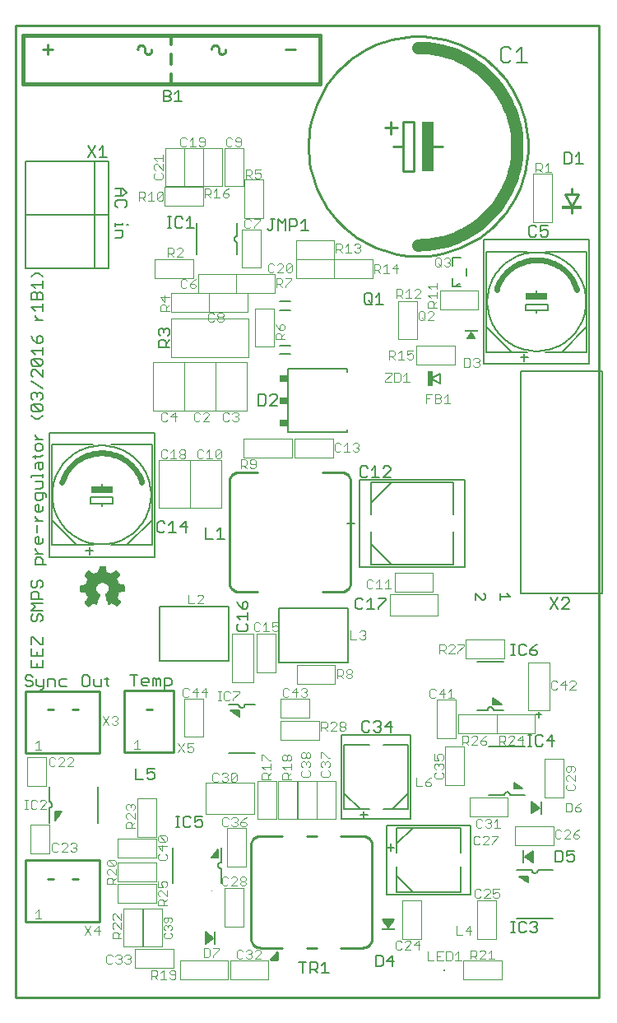
<source format=gto>
G75*
G70*
%OFA0B0*%
%FSLAX24Y24*%
%IPPOS*%
%LPD*%
%AMOC8*
5,1,8,0,0,1.08239X$1,22.5*
%
%ADD10C,0.0100*%
%ADD11C,0.0050*%
%ADD12R,0.0149X0.0001*%
%ADD13R,0.0004X0.0001*%
%ADD14R,0.0010X0.0001*%
%ADD15R,0.0017X0.0001*%
%ADD16R,0.0023X0.0001*%
%ADD17R,0.0029X0.0001*%
%ADD18R,0.0034X0.0001*%
%ADD19R,0.0040X0.0001*%
%ADD20R,0.0043X0.0002*%
%ADD21R,0.0047X0.0001*%
%ADD22R,0.0050X0.0001*%
%ADD23R,0.0054X0.0001*%
%ADD24R,0.0059X0.0001*%
%ADD25R,0.0064X0.0001*%
%ADD26R,0.0015X0.0001*%
%ADD27R,0.0067X0.0001*%
%ADD28R,0.0020X0.0001*%
%ADD29R,0.0070X0.0001*%
%ADD30R,0.0024X0.0001*%
%ADD31R,0.0074X0.0001*%
%ADD32R,0.0027X0.0001*%
%ADD33R,0.0076X0.0001*%
%ADD34R,0.0030X0.0001*%
%ADD35R,0.0081X0.0002*%
%ADD36R,0.0036X0.0002*%
%ADD37R,0.0086X0.0001*%
%ADD38R,0.0044X0.0001*%
%ADD39R,0.0091X0.0001*%
%ADD40R,0.0046X0.0001*%
%ADD41R,0.0094X0.0001*%
%ADD42R,0.0096X0.0001*%
%ADD43R,0.0053X0.0001*%
%ADD44R,0.0099X0.0001*%
%ADD45R,0.0056X0.0001*%
%ADD46R,0.0104X0.0001*%
%ADD47R,0.0060X0.0001*%
%ADD48R,0.0108X0.0001*%
%ADD49R,0.0112X0.0001*%
%ADD50R,0.0117X0.0001*%
%ADD51R,0.0072X0.0001*%
%ADD52R,0.0120X0.0002*%
%ADD53R,0.0075X0.0002*%
%ADD54R,0.0123X0.0001*%
%ADD55R,0.0078X0.0001*%
%ADD56R,0.0126X0.0001*%
%ADD57R,0.0081X0.0001*%
%ADD58R,0.0131X0.0001*%
%ADD59R,0.0136X0.0001*%
%ADD60R,0.0090X0.0001*%
%ADD61R,0.0139X0.0001*%
%ADD62R,0.0144X0.0001*%
%ADD63R,0.0147X0.0001*%
%ADD64R,0.0101X0.0001*%
%ADD65R,0.0150X0.0001*%
%ADD66R,0.0102X0.0001*%
%ADD67R,0.0153X0.0001*%
%ADD68R,0.0106X0.0001*%
%ADD69R,0.0158X0.0002*%
%ADD70R,0.0109X0.0002*%
%ADD71R,0.0164X0.0001*%
%ADD72R,0.0115X0.0001*%
%ADD73R,0.0168X0.0001*%
%ADD74R,0.0120X0.0001*%
%ADD75R,0.0171X0.0001*%
%ADD76R,0.0123X0.0001*%
%ADD77R,0.0172X0.0001*%
%ADD78R,0.0125X0.0001*%
%ADD79R,0.0175X0.0001*%
%ADD80R,0.0128X0.0001*%
%ADD81R,0.0180X0.0001*%
%ADD82R,0.0132X0.0001*%
%ADD83R,0.0186X0.0001*%
%ADD84R,0.0191X0.0001*%
%ADD85R,0.0141X0.0001*%
%ADD86R,0.0194X0.0001*%
%ADD87R,0.0145X0.0001*%
%ADD88R,0.0196X0.0002*%
%ADD89R,0.0149X0.0002*%
%ADD90R,0.0199X0.0001*%
%ADD91R,0.0151X0.0001*%
%ADD92R,0.0204X0.0001*%
%ADD93R,0.0153X0.0001*%
%ADD94R,0.0207X0.0001*%
%ADD95R,0.0158X0.0001*%
%ADD96R,0.0211X0.0001*%
%ADD97R,0.0162X0.0001*%
%ADD98R,0.0216X0.0001*%
%ADD99R,0.0166X0.0001*%
%ADD100R,0.0219X0.0001*%
%ADD101R,0.0007X0.0001*%
%ADD102R,0.0169X0.0001*%
%ADD103R,0.0222X0.0001*%
%ADD104R,0.0011X0.0001*%
%ADD105R,0.0224X0.0001*%
%ADD106R,0.0014X0.0001*%
%ADD107R,0.0176X0.0001*%
%ADD108R,0.0228X0.0001*%
%ADD109R,0.0018X0.0001*%
%ADD110R,0.0179X0.0001*%
%ADD111R,0.0234X0.0002*%
%ADD112R,0.0024X0.0002*%
%ADD113R,0.0183X0.0002*%
%ADD114R,0.0239X0.0001*%
%ADD115R,0.0189X0.0001*%
%ADD116R,0.0241X0.0001*%
%ADD117R,0.0033X0.0001*%
%ADD118R,0.0012X0.0001*%
%ADD119R,0.0192X0.0001*%
%ADD120R,0.0243X0.0001*%
%ADD121R,0.0038X0.0001*%
%ADD122R,0.0246X0.0001*%
%ADD123R,0.0041X0.0001*%
%ADD124R,0.0019X0.0001*%
%ADD125R,0.0196X0.0001*%
%ADD126R,0.0250X0.0001*%
%ADD127R,0.0021X0.0001*%
%ADD128R,0.0201X0.0001*%
%ADD129R,0.0254X0.0001*%
%ADD130R,0.0048X0.0001*%
%ADD131R,0.0258X0.0001*%
%ADD132R,0.0054X0.0001*%
%ADD133R,0.0209X0.0001*%
%ADD134R,0.0263X0.0001*%
%ADD135R,0.0213X0.0001*%
%ADD136R,0.0267X0.0001*%
%ADD137R,0.0063X0.0001*%
%ADD138R,0.0270X0.0002*%
%ADD139R,0.0066X0.0002*%
%ADD140R,0.0045X0.0002*%
%ADD141R,0.0219X0.0002*%
%ADD142R,0.0271X0.0001*%
%ADD143R,0.0220X0.0001*%
%ADD144R,0.0274X0.0001*%
%ADD145R,0.0051X0.0001*%
%ADD146R,0.0223X0.0001*%
%ADD147R,0.0278X0.0001*%
%ADD148R,0.0282X0.0001*%
%ADD149R,0.0231X0.0001*%
%ADD150R,0.0288X0.0001*%
%ADD151R,0.0085X0.0001*%
%ADD152R,0.0236X0.0001*%
%ADD153R,0.0289X0.0001*%
%ADD154R,0.0087X0.0001*%
%ADD155R,0.0066X0.0001*%
%ADD156R,0.0292X0.0001*%
%ADD157R,0.0069X0.0001*%
%ADD158R,0.0297X0.0001*%
%ADD159R,0.0300X0.0001*%
%ADD160R,0.0075X0.0001*%
%ADD161R,0.0305X0.0002*%
%ADD162R,0.0101X0.0002*%
%ADD163R,0.0078X0.0002*%
%ADD164R,0.0251X0.0002*%
%ADD165R,0.0309X0.0001*%
%ADD166R,0.0105X0.0001*%
%ADD167R,0.0083X0.0001*%
%ADD168R,0.0255X0.0001*%
%ADD169R,0.0314X0.0001*%
%ADD170R,0.0110X0.0001*%
%ADD171R,0.0087X0.0001*%
%ADD172R,0.0316X0.0001*%
%ADD173R,0.0113X0.0001*%
%ADD174R,0.0262X0.0001*%
%ADD175R,0.0319X0.0001*%
%ADD176R,0.0114X0.0001*%
%ADD177R,0.0093X0.0001*%
%ADD178R,0.0266X0.0001*%
%ADD179R,0.0321X0.0001*%
%ADD180R,0.0096X0.0001*%
%ADD181R,0.0324X0.0001*%
%ADD182R,0.0270X0.0001*%
%ADD183R,0.0329X0.0001*%
%ADD184R,0.0124X0.0001*%
%ADD185R,0.0275X0.0001*%
%ADD186R,0.0333X0.0001*%
%ADD187R,0.0279X0.0001*%
%ADD188R,0.0336X0.0001*%
%ADD189R,0.0111X0.0001*%
%ADD190R,0.0284X0.0001*%
%ADD191R,0.0339X0.0002*%
%ADD192R,0.0134X0.0002*%
%ADD193R,0.0114X0.0002*%
%ADD194R,0.0286X0.0002*%
%ADD195R,0.0342X0.0001*%
%ADD196R,0.0116X0.0001*%
%ADD197R,0.0491X0.0001*%
%ADD198R,0.0492X0.0001*%
%ADD199R,0.0294X0.0001*%
%ADD200R,0.0495X0.0001*%
%ADD201R,0.0299X0.0001*%
%ADD202R,0.0496X0.0001*%
%ADD203R,0.0127X0.0001*%
%ADD204R,0.0301X0.0001*%
%ADD205R,0.0498X0.0001*%
%ADD206R,0.0304X0.0001*%
%ADD207R,0.0501X0.0001*%
%ADD208R,0.0134X0.0001*%
%ADD209R,0.0308X0.0001*%
%ADD210R,0.0135X0.0001*%
%ADD211R,0.0311X0.0001*%
%ADD212R,0.0504X0.0001*%
%ADD213R,0.0138X0.0001*%
%ADD214R,0.0504X0.0002*%
%ADD215R,0.0141X0.0002*%
%ADD216R,0.0318X0.0002*%
%ADD217R,0.0507X0.0001*%
%ADD218R,0.0323X0.0001*%
%ADD219R,0.0326X0.0001*%
%ADD220R,0.0508X0.0001*%
%ADD221R,0.0152X0.0001*%
%ADD222R,0.0330X0.0001*%
%ADD223R,0.0510X0.0001*%
%ADD224R,0.0494X0.0001*%
%ADD225R,0.0512X0.0001*%
%ADD226R,0.0500X0.0001*%
%ADD227R,0.0513X0.0001*%
%ADD228R,0.0501X0.0001*%
%ADD229R,0.0513X0.0002*%
%ADD230R,0.0501X0.0002*%
%ADD231R,0.0503X0.0001*%
%ADD232R,0.0504X0.0001*%
%ADD233R,0.0506X0.0001*%
%ADD234R,0.0513X0.0001*%
%ADD235R,0.0509X0.0001*%
%ADD236R,0.0511X0.0001*%
%ADD237R,0.0514X0.0001*%
%ADD238R,0.0516X0.0001*%
%ADD239R,0.0513X0.0002*%
%ADD240R,0.0519X0.0002*%
%ADD241R,0.0519X0.0001*%
%ADD242R,0.0520X0.0001*%
%ADD243R,0.0522X0.0001*%
%ADD244R,0.0507X0.0001*%
%ADD245R,0.0509X0.0002*%
%ADD246R,0.0520X0.0002*%
%ADD247R,0.0522X0.0001*%
%ADD248R,0.0505X0.0001*%
%ADD249R,0.0502X0.0001*%
%ADD250R,0.0521X0.0001*%
%ADD251R,0.0503X0.0002*%
%ADD252R,0.0519X0.0002*%
%ADD253R,0.0519X0.0001*%
%ADD254R,0.0499X0.0001*%
%ADD255R,0.0517X0.0001*%
%ADD256R,0.0495X0.0002*%
%ADD257R,0.0514X0.0002*%
%ADD258R,0.0515X0.0001*%
%ADD259R,0.0492X0.0001*%
%ADD260R,0.0490X0.0001*%
%ADD261R,0.0490X0.0002*%
%ADD262R,0.0511X0.0002*%
%ADD263R,0.0489X0.0001*%
%ADD264R,0.0489X0.0001*%
%ADD265R,0.0488X0.0001*%
%ADD266R,0.0485X0.0001*%
%ADD267R,0.0483X0.0001*%
%ADD268R,0.0483X0.0002*%
%ADD269R,0.0507X0.0002*%
%ADD270R,0.0483X0.0001*%
%ADD271R,0.0481X0.0001*%
%ADD272R,0.0480X0.0001*%
%ADD273R,0.0480X0.0002*%
%ADD274R,0.0501X0.0002*%
%ADD275R,0.0479X0.0001*%
%ADD276R,0.0477X0.0001*%
%ADD277R,0.0477X0.0001*%
%ADD278R,0.0475X0.0001*%
%ADD279R,0.0474X0.0001*%
%ADD280R,0.0472X0.0001*%
%ADD281R,0.0472X0.0002*%
%ADD282R,0.0498X0.0002*%
%ADD283R,0.0471X0.0001*%
%ADD284R,0.0473X0.0001*%
%ADD285R,0.0471X0.0001*%
%ADD286R,0.0470X0.0001*%
%ADD287R,0.0468X0.0001*%
%ADD288R,0.0469X0.0001*%
%ADD289R,0.0468X0.0002*%
%ADD290R,0.0491X0.0002*%
%ADD291R,0.0466X0.0001*%
%ADD292R,0.0465X0.0001*%
%ADD293R,0.0464X0.0001*%
%ADD294R,0.0462X0.0001*%
%ADD295R,0.0462X0.0002*%
%ADD296R,0.0489X0.0002*%
%ADD297R,0.0461X0.0001*%
%ADD298R,0.0460X0.0001*%
%ADD299R,0.0459X0.0001*%
%ADD300R,0.0484X0.0001*%
%ADD301R,0.0457X0.0001*%
%ADD302R,0.0459X0.0001*%
%ADD303R,0.0458X0.0002*%
%ADD304R,0.0484X0.0002*%
%ADD305R,0.0456X0.0001*%
%ADD306R,0.0455X0.0001*%
%ADD307R,0.0453X0.0001*%
%ADD308R,0.0451X0.0001*%
%ADD309R,0.0453X0.0001*%
%ADD310R,0.0450X0.0001*%
%ADD311R,0.0451X0.0002*%
%ADD312R,0.0478X0.0001*%
%ADD313R,0.0449X0.0001*%
%ADD314R,0.0476X0.0001*%
%ADD315R,0.0447X0.0001*%
%ADD316R,0.0474X0.0001*%
%ADD317R,0.0449X0.0002*%
%ADD318R,0.0476X0.0002*%
%ADD319R,0.0454X0.0001*%
%ADD320R,0.0469X0.0002*%
%ADD321R,0.0468X0.0001*%
%ADD322R,0.0467X0.0001*%
%ADD323R,0.0473X0.0002*%
%ADD324R,0.0468X0.0002*%
%ADD325R,0.0486X0.0002*%
%ADD326R,0.0474X0.0002*%
%ADD327R,0.0487X0.0001*%
%ADD328R,0.0497X0.0001*%
%ADD329R,0.0486X0.0001*%
%ADD330R,0.0500X0.0002*%
%ADD331R,0.0487X0.0002*%
%ADD332R,0.0498X0.0001*%
%ADD333R,0.0524X0.0002*%
%ADD334R,0.0524X0.0001*%
%ADD335R,0.0525X0.0001*%
%ADD336R,0.0528X0.0001*%
%ADD337R,0.0529X0.0001*%
%ADD338R,0.0533X0.0001*%
%ADD339R,0.0534X0.0001*%
%ADD340R,0.0523X0.0001*%
%ADD341R,0.0536X0.0001*%
%ADD342R,0.0537X0.0002*%
%ADD343R,0.0527X0.0002*%
%ADD344R,0.0537X0.0001*%
%ADD345R,0.0528X0.0001*%
%ADD346R,0.0539X0.0001*%
%ADD347R,0.0530X0.0001*%
%ADD348R,0.0540X0.0001*%
%ADD349R,0.0541X0.0001*%
%ADD350R,0.0531X0.0001*%
%ADD351R,0.0543X0.0001*%
%ADD352R,0.0544X0.0001*%
%ADD353R,0.0546X0.0002*%
%ADD354R,0.0536X0.0002*%
%ADD355R,0.0547X0.0001*%
%ADD356R,0.0551X0.0001*%
%ADD357R,0.0552X0.0001*%
%ADD358R,0.0554X0.0001*%
%ADD359R,0.0555X0.0001*%
%ADD360R,0.0555X0.0002*%
%ADD361R,0.0547X0.0002*%
%ADD362R,0.0549X0.0001*%
%ADD363R,0.0548X0.0001*%
%ADD364R,0.0538X0.0001*%
%ADD365R,0.0537X0.0001*%
%ADD366R,0.0533X0.0002*%
%ADD367R,0.0531X0.0001*%
%ADD368R,0.0526X0.0001*%
%ADD369R,0.0518X0.0001*%
%ADD370R,0.0498X0.0002*%
%ADD371R,0.0496X0.0002*%
%ADD372R,0.0486X0.0001*%
%ADD373R,0.0485X0.0002*%
%ADD374R,0.0482X0.0001*%
%ADD375R,0.0477X0.0002*%
%ADD376R,0.0530X0.0002*%
%ADD377R,0.0464X0.0002*%
%ADD378R,0.0561X0.0001*%
%ADD379R,0.0570X0.0001*%
%ADD380R,0.0576X0.0001*%
%ADD381R,0.0581X0.0001*%
%ADD382R,0.0585X0.0001*%
%ADD383R,0.0589X0.0001*%
%ADD384R,0.0600X0.0002*%
%ADD385R,0.0614X0.0001*%
%ADD386R,0.0623X0.0001*%
%ADD387R,0.0630X0.0001*%
%ADD388R,0.0633X0.0001*%
%ADD389R,0.0638X0.0001*%
%ADD390R,0.0645X0.0001*%
%ADD391R,0.0657X0.0001*%
%ADD392R,0.0556X0.0001*%
%ADD393R,0.0669X0.0001*%
%ADD394R,0.0674X0.0001*%
%ADD395R,0.0579X0.0001*%
%ADD396R,0.0676X0.0002*%
%ADD397R,0.0585X0.0002*%
%ADD398R,0.0678X0.0001*%
%ADD399R,0.0590X0.0001*%
%ADD400R,0.0679X0.0001*%
%ADD401R,0.0596X0.0001*%
%ADD402R,0.0681X0.0001*%
%ADD403R,0.0606X0.0001*%
%ADD404R,0.0620X0.0001*%
%ADD405R,0.0682X0.0001*%
%ADD406R,0.0633X0.0001*%
%ADD407R,0.0684X0.0001*%
%ADD408R,0.0639X0.0001*%
%ADD409R,0.0649X0.0001*%
%ADD410R,0.0684X0.0001*%
%ADD411R,0.0655X0.0001*%
%ADD412R,0.0683X0.0002*%
%ADD413R,0.0664X0.0002*%
%ADD414R,0.0683X0.0001*%
%ADD415R,0.0670X0.0001*%
%ADD416R,0.0671X0.0001*%
%ADD417R,0.0681X0.0001*%
%ADD418R,0.0672X0.0001*%
%ADD419R,0.0680X0.0001*%
%ADD420R,0.0675X0.0001*%
%ADD421R,0.0676X0.0001*%
%ADD422R,0.0680X0.0002*%
%ADD423R,0.0678X0.0002*%
%ADD424R,0.0678X0.0001*%
%ADD425R,0.0675X0.0002*%
%ADD426R,0.0672X0.0002*%
%ADD427R,0.0672X0.0001*%
%ADD428R,0.0671X0.0002*%
%ADD429R,0.0670X0.0002*%
%ADD430R,0.0669X0.0001*%
%ADD431R,0.0667X0.0001*%
%ADD432R,0.0669X0.0002*%
%ADD433R,0.0667X0.0002*%
%ADD434R,0.0668X0.0001*%
%ADD435R,0.0666X0.0001*%
%ADD436R,0.0668X0.0002*%
%ADD437R,0.0666X0.0002*%
%ADD438R,0.0666X0.0001*%
%ADD439R,0.0664X0.0001*%
%ADD440R,0.0663X0.0001*%
%ADD441R,0.0666X0.0002*%
%ADD442R,0.0663X0.0002*%
%ADD443R,0.0665X0.0001*%
%ADD444R,0.0674X0.0002*%
%ADD445R,0.0677X0.0001*%
%ADD446R,0.0678X0.0002*%
%ADD447R,0.0682X0.0002*%
%ADD448R,0.0686X0.0001*%
%ADD449R,0.0686X0.0002*%
%ADD450R,0.0687X0.0001*%
%ADD451R,0.0689X0.0001*%
%ADD452R,0.0653X0.0001*%
%ADD453R,0.0641X0.0001*%
%ADD454R,0.0626X0.0001*%
%ADD455R,0.0616X0.0001*%
%ADD456R,0.0687X0.0001*%
%ADD457R,0.0612X0.0001*%
%ADD458R,0.0688X0.0001*%
%ADD459R,0.0606X0.0001*%
%ADD460R,0.0601X0.0001*%
%ADD461R,0.0591X0.0002*%
%ADD462R,0.0567X0.0001*%
%ADD463R,0.0560X0.0001*%
%ADD464R,0.0659X0.0001*%
%ADD465R,0.0516X0.0001*%
%ADD466R,0.0639X0.0001*%
%ADD467R,0.0502X0.0002*%
%ADD468R,0.0633X0.0002*%
%ADD469R,0.0608X0.0001*%
%ADD470R,0.0582X0.0001*%
%ADD471R,0.0577X0.0001*%
%ADD472R,0.0569X0.0002*%
%ADD473R,0.0546X0.0001*%
%ADD474R,0.0486X0.0002*%
%ADD475R,0.0493X0.0001*%
%ADD476R,0.0516X0.0002*%
%ADD477R,0.0532X0.0001*%
%ADD478R,0.0534X0.0002*%
%ADD479R,0.0535X0.0002*%
%ADD480R,0.0543X0.0001*%
%ADD481R,0.0553X0.0001*%
%ADD482R,0.0559X0.0001*%
%ADD483R,0.0564X0.0001*%
%ADD484R,0.0564X0.0001*%
%ADD485R,0.0567X0.0001*%
%ADD486R,0.0569X0.0001*%
%ADD487R,0.0570X0.0002*%
%ADD488R,0.0571X0.0002*%
%ADD489R,0.0571X0.0001*%
%ADD490R,0.0573X0.0001*%
%ADD491R,0.0574X0.0001*%
%ADD492R,0.0576X0.0001*%
%ADD493R,0.0600X0.0001*%
%ADD494R,0.0611X0.0001*%
%ADD495R,0.0618X0.0001*%
%ADD496R,0.0621X0.0001*%
%ADD497R,0.1269X0.0001*%
%ADD498R,0.1267X0.0001*%
%ADD499R,0.1266X0.0001*%
%ADD500R,0.1266X0.0002*%
%ADD501R,0.1264X0.0001*%
%ADD502R,0.1261X0.0001*%
%ADD503R,0.1260X0.0001*%
%ADD504R,0.1259X0.0001*%
%ADD505R,0.1256X0.0001*%
%ADD506R,0.1254X0.0001*%
%ADD507R,0.1253X0.0001*%
%ADD508R,0.1251X0.0001*%
%ADD509R,0.1251X0.0002*%
%ADD510R,0.1248X0.0001*%
%ADD511R,0.1245X0.0001*%
%ADD512R,0.1244X0.0001*%
%ADD513R,0.1242X0.0001*%
%ADD514R,0.1239X0.0001*%
%ADD515R,0.1237X0.0001*%
%ADD516R,0.1236X0.0002*%
%ADD517R,0.1233X0.0001*%
%ADD518R,0.1230X0.0001*%
%ADD519R,0.1229X0.0001*%
%ADD520R,0.1227X0.0001*%
%ADD521R,0.1226X0.0001*%
%ADD522R,0.1224X0.0001*%
%ADD523R,0.1223X0.0002*%
%ADD524R,0.1219X0.0001*%
%ADD525R,0.1216X0.0001*%
%ADD526R,0.1215X0.0001*%
%ADD527R,0.1214X0.0001*%
%ADD528R,0.1212X0.0001*%
%ADD529R,0.1209X0.0001*%
%ADD530R,0.1207X0.0002*%
%ADD531R,0.1206X0.0001*%
%ADD532R,0.1204X0.0001*%
%ADD533R,0.1201X0.0001*%
%ADD534R,0.1200X0.0001*%
%ADD535R,0.1199X0.0001*%
%ADD536R,0.1196X0.0001*%
%ADD537R,0.1194X0.0001*%
%ADD538R,0.1193X0.0001*%
%ADD539R,0.1191X0.0001*%
%ADD540R,0.1191X0.0002*%
%ADD541R,0.1188X0.0001*%
%ADD542R,0.1185X0.0001*%
%ADD543R,0.1184X0.0001*%
%ADD544R,0.1181X0.0001*%
%ADD545R,0.1177X0.0001*%
%ADD546R,0.1176X0.0001*%
%ADD547R,0.1174X0.0001*%
%ADD548R,0.1173X0.0001*%
%ADD549R,0.1170X0.0002*%
%ADD550R,0.1170X0.0001*%
%ADD551R,0.1169X0.0001*%
%ADD552R,0.1166X0.0001*%
%ADD553R,0.1164X0.0001*%
%ADD554R,0.1163X0.0001*%
%ADD555R,0.1163X0.0002*%
%ADD556R,0.1167X0.0001*%
%ADD557R,0.1171X0.0001*%
%ADD558R,0.1179X0.0001*%
%ADD559R,0.1182X0.0001*%
%ADD560R,0.1182X0.0002*%
%ADD561R,0.1188X0.0001*%
%ADD562R,0.1190X0.0001*%
%ADD563R,0.1197X0.0001*%
%ADD564R,0.1204X0.0002*%
%ADD565R,0.1207X0.0001*%
%ADD566R,0.1210X0.0001*%
%ADD567R,0.1213X0.0001*%
%ADD568R,0.1217X0.0001*%
%ADD569R,0.1218X0.0001*%
%ADD570R,0.1220X0.0001*%
%ADD571R,0.1221X0.0001*%
%ADD572R,0.1223X0.0001*%
%ADD573R,0.1226X0.0002*%
%ADD574R,0.1236X0.0001*%
%ADD575R,0.1239X0.0001*%
%ADD576R,0.1240X0.0001*%
%ADD577R,0.1243X0.0001*%
%ADD578R,0.1248X0.0002*%
%ADD579R,0.1248X0.0001*%
%ADD580R,0.1251X0.0001*%
%ADD581R,0.1257X0.0001*%
%ADD582R,0.1263X0.0001*%
%ADD583R,0.1267X0.0002*%
%ADD584R,0.1270X0.0001*%
%ADD585R,0.1274X0.0001*%
%ADD586R,0.1275X0.0001*%
%ADD587R,0.1278X0.0001*%
%ADD588R,0.1280X0.0001*%
%ADD589R,0.1281X0.0001*%
%ADD590R,0.1284X0.0001*%
%ADD591R,0.1286X0.0001*%
%ADD592R,0.1289X0.0001*%
%ADD593R,0.1290X0.0002*%
%ADD594R,0.1291X0.0001*%
%ADD595R,0.1294X0.0001*%
%ADD596R,0.1296X0.0001*%
%ADD597R,0.1299X0.0001*%
%ADD598R,0.1300X0.0001*%
%ADD599R,0.1302X0.0001*%
%ADD600R,0.1304X0.0001*%
%ADD601R,0.1306X0.0001*%
%ADD602R,0.1308X0.0001*%
%ADD603R,0.1311X0.0002*%
%ADD604R,0.1313X0.0001*%
%ADD605R,0.1316X0.0001*%
%ADD606R,0.1317X0.0001*%
%ADD607R,0.1320X0.0001*%
%ADD608R,0.1323X0.0001*%
%ADD609R,0.1326X0.0001*%
%ADD610R,0.1329X0.0001*%
%ADD611R,0.1332X0.0002*%
%ADD612R,0.1335X0.0001*%
%ADD613R,0.1336X0.0001*%
%ADD614R,0.1340X0.0001*%
%ADD615R,0.1343X0.0001*%
%ADD616R,0.1346X0.0001*%
%ADD617R,0.1347X0.0001*%
%ADD618R,0.1350X0.0001*%
%ADD619R,0.1353X0.0002*%
%ADD620R,0.1356X0.0001*%
%ADD621R,0.1357X0.0001*%
%ADD622R,0.1360X0.0001*%
%ADD623R,0.1364X0.0001*%
%ADD624R,0.1365X0.0001*%
%ADD625R,0.1368X0.0001*%
%ADD626R,0.1369X0.0001*%
%ADD627R,0.1373X0.0001*%
%ADD628R,0.1374X0.0002*%
%ADD629R,0.1377X0.0001*%
%ADD630R,0.1379X0.0001*%
%ADD631R,0.1380X0.0001*%
%ADD632R,0.1383X0.0001*%
%ADD633R,0.1386X0.0001*%
%ADD634R,0.1387X0.0001*%
%ADD635R,0.1391X0.0001*%
%ADD636R,0.1394X0.0001*%
%ADD637R,0.1395X0.0002*%
%ADD638R,0.1398X0.0001*%
%ADD639R,0.1401X0.0001*%
%ADD640R,0.1403X0.0001*%
%ADD641R,0.1406X0.0001*%
%ADD642R,0.1407X0.0001*%
%ADD643R,0.1409X0.0001*%
%ADD644R,0.1411X0.0001*%
%ADD645R,0.1414X0.0001*%
%ADD646R,0.1416X0.0002*%
%ADD647R,0.1419X0.0001*%
%ADD648R,0.1421X0.0001*%
%ADD649R,0.1422X0.0001*%
%ADD650R,0.1424X0.0001*%
%ADD651R,0.1426X0.0001*%
%ADD652R,0.1428X0.0001*%
%ADD653R,0.1429X0.0002*%
%ADD654R,0.1429X0.0001*%
%ADD655R,0.1425X0.0001*%
%ADD656R,0.1421X0.0002*%
%ADD657R,0.1418X0.0001*%
%ADD658R,0.1416X0.0001*%
%ADD659R,0.1413X0.0001*%
%ADD660R,0.1410X0.0001*%
%ADD661R,0.1404X0.0001*%
%ADD662R,0.1401X0.0001*%
%ADD663R,0.0346X0.0001*%
%ADD664R,0.1044X0.0001*%
%ADD665R,0.0342X0.0002*%
%ADD666R,0.1040X0.0002*%
%ADD667R,0.0337X0.0001*%
%ADD668R,0.1034X0.0001*%
%ADD669R,0.0357X0.0001*%
%ADD670R,0.0660X0.0001*%
%ADD671R,0.0353X0.0001*%
%ADD672R,0.0327X0.0001*%
%ADD673R,0.0349X0.0001*%
%ADD674R,0.0321X0.0001*%
%ADD675R,0.0648X0.0001*%
%ADD676R,0.0344X0.0001*%
%ADD677R,0.0317X0.0001*%
%ADD678R,0.0339X0.0001*%
%ADD679R,0.0312X0.0001*%
%ADD680R,0.0631X0.0001*%
%ADD681R,0.0334X0.0001*%
%ADD682R,0.0309X0.0001*%
%ADD683R,0.0307X0.0002*%
%ADD684R,0.0623X0.0002*%
%ADD685R,0.0327X0.0002*%
%ADD686R,0.0618X0.0001*%
%ADD687R,0.0297X0.0001*%
%ADD688R,0.0607X0.0001*%
%ADD689R,0.0320X0.0001*%
%ADD690R,0.0293X0.0001*%
%ADD691R,0.0599X0.0001*%
%ADD692R,0.0313X0.0001*%
%ADD693R,0.0285X0.0001*%
%ADD694R,0.0584X0.0001*%
%ADD695R,0.0303X0.0001*%
%ADD696R,0.0281X0.0001*%
%ADD697R,0.0273X0.0002*%
%ADD698R,0.0563X0.0002*%
%ADD699R,0.0293X0.0002*%
%ADD700R,0.0264X0.0001*%
%ADD701R,0.0259X0.0001*%
%ADD702R,0.0256X0.0001*%
%ADD703R,0.0276X0.0001*%
%ADD704R,0.0252X0.0001*%
%ADD705R,0.0273X0.0001*%
%ADD706R,0.0248X0.0001*%
%ADD707R,0.0269X0.0001*%
%ADD708R,0.0245X0.0001*%
%ADD709R,0.0240X0.0001*%
%ADD710R,0.0237X0.0002*%
%ADD711R,0.0256X0.0002*%
%ADD712R,0.0234X0.0001*%
%ADD713R,0.0232X0.0001*%
%ADD714R,0.0251X0.0001*%
%ADD715R,0.0228X0.0001*%
%ADD716R,0.0246X0.0001*%
%ADD717R,0.0456X0.0001*%
%ADD718R,0.0219X0.0001*%
%ADD719R,0.0444X0.0001*%
%ADD720R,0.0237X0.0001*%
%ADD721R,0.0214X0.0001*%
%ADD722R,0.0436X0.0001*%
%ADD723R,0.0432X0.0001*%
%ADD724R,0.0231X0.0001*%
%ADD725R,0.0210X0.0001*%
%ADD726R,0.0426X0.0001*%
%ADD727R,0.0420X0.0001*%
%ADD728R,0.0226X0.0001*%
%ADD729R,0.0204X0.0002*%
%ADD730R,0.0409X0.0002*%
%ADD731R,0.0222X0.0002*%
%ADD732R,0.0391X0.0001*%
%ADD733R,0.0217X0.0001*%
%ADD734R,0.0376X0.0001*%
%ADD735R,0.0368X0.0001*%
%ADD736R,0.0189X0.0001*%
%ADD737R,0.0361X0.0001*%
%ADD738R,0.0206X0.0001*%
%ADD739R,0.0186X0.0001*%
%ADD740R,0.0356X0.0001*%
%ADD741R,0.0181X0.0001*%
%ADD742R,0.0345X0.0001*%
%ADD743R,0.0173X0.0001*%
%ADD744R,0.0331X0.0001*%
%ADD745R,0.0190X0.0001*%
%ADD746R,0.0168X0.0001*%
%ADD747R,0.0165X0.0002*%
%ADD748R,0.0162X0.0001*%
%ADD749R,0.0159X0.0001*%
%ADD750R,0.0177X0.0001*%
%ADD751R,0.0156X0.0001*%
%ADD752R,0.0324X0.0001*%
%ADD753R,0.0174X0.0001*%
%ADD754R,0.0167X0.0001*%
%ADD755R,0.0146X0.0001*%
%ADD756R,0.0163X0.0001*%
%ADD757R,0.0141X0.0001*%
%ADD758R,0.0140X0.0001*%
%ADD759R,0.0137X0.0001*%
%ADD760R,0.0133X0.0001*%
%ADD761R,0.0129X0.0002*%
%ADD762R,0.0321X0.0002*%
%ADD763R,0.0146X0.0002*%
%ADD764R,0.0119X0.0001*%
%ADD765R,0.0129X0.0001*%
%ADD766R,0.0111X0.0001*%
%ADD767R,0.0126X0.0001*%
%ADD768R,0.0318X0.0001*%
%ADD769R,0.0097X0.0001*%
%ADD770R,0.0315X0.0001*%
%ADD771R,0.0089X0.0002*%
%ADD772R,0.0315X0.0002*%
%ADD773R,0.0105X0.0002*%
%ADD774R,0.0079X0.0001*%
%ADD775R,0.0089X0.0001*%
%ADD776R,0.0069X0.0001*%
%ADD777R,0.0084X0.0001*%
%ADD778R,0.0057X0.0001*%
%ADD779R,0.0052X0.0002*%
%ADD780R,0.0311X0.0002*%
%ADD781R,0.0066X0.0002*%
%ADD782R,0.0061X0.0001*%
%ADD783R,0.0042X0.0001*%
%ADD784R,0.0055X0.0001*%
%ADD785R,0.0039X0.0001*%
%ADD786R,0.0052X0.0001*%
%ADD787R,0.0036X0.0001*%
%ADD788R,0.0049X0.0001*%
%ADD789R,0.0307X0.0001*%
%ADD790R,0.0045X0.0001*%
%ADD791R,0.0022X0.0001*%
%ADD792R,0.0035X0.0001*%
%ADD793R,0.0025X0.0002*%
%ADD794R,0.0306X0.0001*%
%ADD795R,0.0018X0.0001*%
%ADD796R,0.0008X0.0001*%
%ADD797R,0.0300X0.0002*%
%ADD798R,0.0296X0.0001*%
%ADD799R,0.0294X0.0002*%
%ADD800R,0.0294X0.0001*%
%ADD801R,0.0291X0.0001*%
%ADD802R,0.0291X0.0002*%
%ADD803R,0.0286X0.0001*%
%ADD804R,0.0281X0.0002*%
%ADD805R,0.0277X0.0001*%
%ADD806R,0.0276X0.0001*%
%ADD807R,0.0266X0.0002*%
%ADD808R,0.0264X0.0001*%
%ADD809R,0.0261X0.0001*%
%ADD810R,0.0259X0.0002*%
%ADD811R,0.0254X0.0002*%
%ADD812R,0.0248X0.0002*%
%ADD813R,0.0218X0.0002*%
%ADD814R,0.0157X0.0001*%
%ADD815R,0.0001X0.0004*%
%ADD816C,0.0070*%
%ADD817C,0.0040*%
%ADD818C,0.0160*%
%ADD819C,0.0120*%
%ADD820C,0.0020*%
%ADD821C,0.0080*%
%ADD822R,0.0240X0.0620*%
%ADD823R,0.0327X0.0299*%
%ADD824R,0.0358X0.0299*%
%ADD825C,0.0060*%
%ADD826R,0.0551X0.0079*%
%ADD827R,0.0079X0.0079*%
%ADD828R,0.0079X0.0551*%
%ADD829R,0.0827X0.0118*%
%ADD830R,0.0900X0.0250*%
%ADD831C,0.0240*%
%ADD832C,0.0030*%
%ADD833R,0.0500X0.2000*%
%ADD834C,0.0500*%
D10*
X005677Y000150D02*
X005677Y039520D01*
X029299Y039520D01*
X029299Y000150D01*
X005677Y000150D01*
X006077Y003200D02*
X006077Y005700D01*
X009077Y005700D01*
X009077Y003200D01*
X006077Y003200D01*
X006952Y004950D02*
X007202Y004950D01*
X007952Y004950D02*
X008202Y004950D01*
X009077Y010050D02*
X006077Y010050D01*
X006077Y012550D01*
X009077Y012550D01*
X009077Y010050D01*
X010077Y010075D02*
X010077Y011825D01*
X010077Y012575D01*
X012077Y012575D01*
X012077Y011825D01*
X012077Y010075D01*
X010077Y010075D01*
X010952Y011825D02*
X011202Y011825D01*
X008202Y011800D02*
X007952Y011800D01*
X007202Y011800D02*
X006952Y011800D01*
X014317Y016972D02*
X014317Y021028D01*
X014316Y021028D02*
X014318Y021067D01*
X014324Y021105D01*
X014333Y021142D01*
X014346Y021179D01*
X014363Y021214D01*
X014382Y021247D01*
X014405Y021278D01*
X014431Y021307D01*
X014460Y021333D01*
X014491Y021356D01*
X014524Y021375D01*
X014559Y021392D01*
X014596Y021405D01*
X014633Y021414D01*
X014671Y021420D01*
X014710Y021422D01*
X014710Y021421D02*
X015478Y021421D01*
X018084Y021421D02*
X018844Y021421D01*
X018844Y021422D02*
X018883Y021420D01*
X018921Y021414D01*
X018958Y021405D01*
X018995Y021392D01*
X019030Y021375D01*
X019063Y021356D01*
X019094Y021333D01*
X019123Y021307D01*
X019149Y021278D01*
X019172Y021247D01*
X019191Y021214D01*
X019208Y021179D01*
X019221Y021142D01*
X019230Y021105D01*
X019236Y021067D01*
X019238Y021028D01*
X019238Y016972D01*
X019236Y016933D01*
X019230Y016895D01*
X019221Y016858D01*
X019208Y016821D01*
X019191Y016786D01*
X019172Y016753D01*
X019149Y016722D01*
X019123Y016693D01*
X019094Y016667D01*
X019063Y016644D01*
X019030Y016625D01*
X018995Y016608D01*
X018958Y016595D01*
X018921Y016586D01*
X018883Y016580D01*
X018844Y016578D01*
X018844Y016579D02*
X018084Y016579D01*
X015471Y016579D02*
X014710Y016579D01*
X014710Y016578D02*
X014671Y016580D01*
X014633Y016586D01*
X014596Y016595D01*
X014559Y016608D01*
X014524Y016625D01*
X014491Y016644D01*
X014460Y016667D01*
X014431Y016693D01*
X014405Y016722D01*
X014382Y016753D01*
X014363Y016786D01*
X014346Y016821D01*
X014333Y016858D01*
X014324Y016895D01*
X014318Y016933D01*
X014316Y016972D01*
X015585Y006689D02*
X016471Y006689D01*
X015585Y006689D02*
X015546Y006687D01*
X015508Y006681D01*
X015471Y006672D01*
X015434Y006659D01*
X015399Y006642D01*
X015366Y006623D01*
X015335Y006600D01*
X015306Y006574D01*
X015280Y006545D01*
X015257Y006514D01*
X015238Y006481D01*
X015221Y006446D01*
X015208Y006409D01*
X015199Y006372D01*
X015193Y006334D01*
X015191Y006295D01*
X015192Y006295D02*
X015192Y002555D01*
X015191Y002555D02*
X015193Y002516D01*
X015199Y002478D01*
X015208Y002441D01*
X015221Y002404D01*
X015238Y002369D01*
X015257Y002336D01*
X015280Y002305D01*
X015306Y002276D01*
X015335Y002250D01*
X015366Y002227D01*
X015399Y002208D01*
X015434Y002191D01*
X015471Y002178D01*
X015508Y002169D01*
X015546Y002163D01*
X015585Y002161D01*
X016471Y002161D01*
X016274Y001964D02*
X015999Y001672D01*
X016274Y001672D01*
X016274Y001964D01*
X016274Y001923D02*
X016235Y001923D01*
X016274Y001825D02*
X016143Y001825D01*
X016050Y001726D02*
X016274Y001726D01*
X017456Y002161D02*
X017849Y002161D01*
X018834Y002161D02*
X019719Y002161D01*
X019758Y002163D01*
X019796Y002169D01*
X019833Y002178D01*
X019870Y002191D01*
X019905Y002208D01*
X019938Y002227D01*
X019969Y002250D01*
X019998Y002276D01*
X020024Y002305D01*
X020047Y002336D01*
X020066Y002369D01*
X020083Y002404D01*
X020096Y002441D01*
X020105Y002478D01*
X020111Y002516D01*
X020113Y002555D01*
X020113Y006295D01*
X020111Y006334D01*
X020105Y006372D01*
X020096Y006409D01*
X020083Y006446D01*
X020066Y006481D01*
X020047Y006514D01*
X020024Y006545D01*
X019998Y006574D01*
X019969Y006600D01*
X019938Y006623D01*
X019905Y006642D01*
X019870Y006659D01*
X019833Y006672D01*
X019796Y006681D01*
X019758Y006687D01*
X019719Y006689D01*
X018834Y006689D01*
X017849Y006689D02*
X017456Y006689D01*
X028202Y031900D02*
X028202Y032150D01*
X028202Y032178D02*
X028478Y032670D01*
X027927Y032670D01*
X028202Y032178D01*
X028202Y032675D02*
X028202Y032925D01*
X022977Y034625D02*
X022227Y034625D01*
X017527Y034625D02*
X017532Y034843D01*
X017548Y035061D01*
X017575Y035278D01*
X017613Y035493D01*
X017660Y035706D01*
X017719Y035917D01*
X017787Y036124D01*
X017866Y036328D01*
X017954Y036528D01*
X018052Y036723D01*
X018160Y036913D01*
X018277Y037097D01*
X018403Y037276D01*
X018537Y037448D01*
X018680Y037613D01*
X018830Y037772D01*
X018989Y037922D01*
X019154Y038065D01*
X019326Y038199D01*
X019505Y038325D01*
X019689Y038442D01*
X019879Y038550D01*
X020074Y038648D01*
X020274Y038736D01*
X020478Y038815D01*
X020685Y038883D01*
X020896Y038942D01*
X021109Y038989D01*
X021324Y039027D01*
X021541Y039054D01*
X021759Y039070D01*
X021977Y039075D01*
X022195Y039070D01*
X022413Y039054D01*
X022630Y039027D01*
X022845Y038989D01*
X023058Y038942D01*
X023269Y038883D01*
X023476Y038815D01*
X023680Y038736D01*
X023880Y038648D01*
X024075Y038550D01*
X024265Y038442D01*
X024449Y038325D01*
X024628Y038199D01*
X024800Y038065D01*
X024965Y037922D01*
X025124Y037772D01*
X025274Y037613D01*
X025417Y037448D01*
X025551Y037276D01*
X025677Y037097D01*
X025794Y036913D01*
X025902Y036723D01*
X026000Y036528D01*
X026088Y036328D01*
X026167Y036124D01*
X026235Y035917D01*
X026294Y035706D01*
X026341Y035493D01*
X026379Y035278D01*
X026406Y035061D01*
X026422Y034843D01*
X026427Y034625D01*
X026422Y034407D01*
X026406Y034189D01*
X026379Y033972D01*
X026341Y033757D01*
X026294Y033544D01*
X026235Y033333D01*
X026167Y033126D01*
X026088Y032922D01*
X026000Y032722D01*
X025902Y032527D01*
X025794Y032337D01*
X025677Y032153D01*
X025551Y031974D01*
X025417Y031802D01*
X025274Y031637D01*
X025124Y031478D01*
X024965Y031328D01*
X024800Y031185D01*
X024628Y031051D01*
X024449Y030925D01*
X024265Y030808D01*
X024075Y030700D01*
X023880Y030602D01*
X023680Y030514D01*
X023476Y030435D01*
X023269Y030367D01*
X023058Y030308D01*
X022845Y030261D01*
X022630Y030223D01*
X022413Y030196D01*
X022195Y030180D01*
X021977Y030175D01*
X021759Y030180D01*
X021541Y030196D01*
X021324Y030223D01*
X021109Y030261D01*
X020896Y030308D01*
X020685Y030367D01*
X020478Y030435D01*
X020274Y030514D01*
X020074Y030602D01*
X019879Y030700D01*
X019689Y030808D01*
X019505Y030925D01*
X019326Y031051D01*
X019154Y031185D01*
X018989Y031328D01*
X018830Y031478D01*
X018680Y031637D01*
X018537Y031802D01*
X018403Y031974D01*
X018277Y032153D01*
X018160Y032337D01*
X018052Y032527D01*
X017954Y032722D01*
X017866Y032922D01*
X017787Y033126D01*
X017719Y033333D01*
X017660Y033544D01*
X017613Y033757D01*
X017575Y033972D01*
X017548Y034189D01*
X017532Y034407D01*
X017527Y034625D01*
X016996Y038536D02*
X016603Y038536D01*
X014161Y038535D02*
X014166Y038513D01*
X014167Y038490D01*
X014164Y038467D01*
X014158Y038445D01*
X014148Y038424D01*
X014135Y038405D01*
X014119Y038389D01*
X014100Y038375D01*
X014080Y038364D01*
X014058Y038357D01*
X014035Y038353D01*
X014013Y038353D01*
X013990Y038357D01*
X013968Y038364D01*
X013948Y038375D01*
X013929Y038389D01*
X013913Y038405D01*
X013900Y038424D01*
X013890Y038445D01*
X013884Y038467D01*
X013881Y038490D01*
X013882Y038513D01*
X013887Y038535D01*
X013885Y038536D02*
X013890Y038558D01*
X013891Y038581D01*
X013888Y038604D01*
X013882Y038626D01*
X013872Y038647D01*
X013859Y038666D01*
X013843Y038682D01*
X013824Y038696D01*
X013804Y038707D01*
X013782Y038714D01*
X013759Y038718D01*
X013737Y038718D01*
X013714Y038714D01*
X013692Y038707D01*
X013672Y038696D01*
X013653Y038682D01*
X013637Y038666D01*
X013624Y038647D01*
X013614Y038626D01*
X013608Y038604D01*
X013605Y038581D01*
X013606Y038558D01*
X013611Y038536D01*
X011169Y038535D02*
X011174Y038513D01*
X011175Y038490D01*
X011172Y038467D01*
X011166Y038445D01*
X011156Y038424D01*
X011143Y038405D01*
X011127Y038389D01*
X011108Y038375D01*
X011088Y038364D01*
X011066Y038357D01*
X011043Y038353D01*
X011021Y038353D01*
X010998Y038357D01*
X010976Y038364D01*
X010956Y038375D01*
X010937Y038389D01*
X010921Y038405D01*
X010908Y038424D01*
X010898Y038445D01*
X010892Y038467D01*
X010889Y038490D01*
X010890Y038513D01*
X010895Y038535D01*
X010893Y038536D02*
X010898Y038558D01*
X010899Y038581D01*
X010896Y038604D01*
X010890Y038626D01*
X010880Y038647D01*
X010867Y038666D01*
X010851Y038682D01*
X010832Y038696D01*
X010812Y038707D01*
X010790Y038714D01*
X010767Y038718D01*
X010745Y038718D01*
X010722Y038714D01*
X010700Y038707D01*
X010680Y038696D01*
X010661Y038682D01*
X010645Y038666D01*
X010632Y038647D01*
X010622Y038626D01*
X010616Y038604D01*
X010613Y038581D01*
X010614Y038558D01*
X010619Y038536D01*
X007154Y038536D02*
X006760Y038536D01*
X006957Y038733D02*
X006957Y038339D01*
X020627Y035375D02*
X021127Y035375D01*
X021357Y035625D02*
X021357Y034625D01*
X021357Y033625D01*
X021807Y033625D01*
X021807Y035625D01*
X021357Y035625D01*
X020877Y035625D02*
X020877Y035125D01*
X020977Y034625D02*
X021357Y034625D01*
D11*
X017534Y031219D02*
X017234Y031219D01*
X017384Y031219D02*
X017384Y031670D01*
X017234Y031520D01*
X017073Y031595D02*
X017073Y031444D01*
X016998Y031369D01*
X016773Y031369D01*
X016773Y031219D02*
X016773Y031670D01*
X016998Y031670D01*
X017073Y031595D01*
X016613Y031670D02*
X016613Y031219D01*
X016313Y031219D02*
X016313Y031670D01*
X016463Y031520D01*
X016613Y031670D01*
X016153Y031670D02*
X016003Y031670D01*
X016078Y031670D02*
X016078Y031294D01*
X016003Y031219D01*
X015927Y031219D01*
X015852Y031294D01*
X012895Y031320D02*
X012595Y031320D01*
X012745Y031320D02*
X012745Y031770D01*
X012595Y031620D01*
X012435Y031695D02*
X012360Y031770D01*
X012209Y031770D01*
X012134Y031695D01*
X012134Y031395D01*
X012209Y031320D01*
X012360Y031320D01*
X012435Y031395D01*
X011978Y031320D02*
X011827Y031320D01*
X011902Y031320D02*
X011902Y031770D01*
X011827Y031770D02*
X011978Y031770D01*
X010234Y031444D02*
X010159Y031444D01*
X010009Y031444D02*
X009709Y031444D01*
X009709Y031519D02*
X009709Y031369D01*
X009709Y031212D02*
X010009Y031212D01*
X010009Y030987D01*
X009934Y030912D01*
X009709Y030912D01*
X010009Y031444D02*
X010009Y031519D01*
X010084Y032139D02*
X010159Y032214D01*
X010159Y032365D01*
X010084Y032440D01*
X009784Y032440D01*
X009709Y032365D01*
X009709Y032214D01*
X009784Y032139D01*
X009709Y032600D02*
X010009Y032600D01*
X010159Y032750D01*
X010009Y032900D01*
X009709Y032900D01*
X009934Y032900D02*
X009934Y032600D01*
X009419Y031837D02*
X006072Y031837D01*
X006072Y034003D01*
X008856Y034003D01*
X008856Y029672D01*
X006072Y029672D01*
X006072Y031837D01*
X006452Y029482D02*
X006302Y029332D01*
X006452Y029482D02*
X006602Y029482D01*
X006752Y029332D01*
X006752Y029172D02*
X006752Y028871D01*
X006752Y029022D02*
X006302Y029022D01*
X006452Y028871D01*
X006452Y028711D02*
X006527Y028636D01*
X006527Y028411D01*
X006302Y028411D02*
X006302Y028636D01*
X006377Y028711D01*
X006452Y028711D01*
X006527Y028636D02*
X006602Y028711D01*
X006677Y028711D01*
X006752Y028636D01*
X006752Y028411D01*
X006302Y028411D01*
X006302Y028101D02*
X006752Y028101D01*
X006752Y027951D02*
X006752Y028251D01*
X006452Y027951D02*
X006302Y028101D01*
X006452Y027792D02*
X006452Y027717D01*
X006602Y027567D01*
X006752Y027567D02*
X006452Y027567D01*
X006302Y026946D02*
X006377Y026796D01*
X006527Y026646D01*
X006527Y026871D01*
X006602Y026946D01*
X006677Y026946D01*
X006752Y026871D01*
X006752Y026721D01*
X006677Y026646D01*
X006527Y026646D01*
X006752Y026486D02*
X006752Y026186D01*
X006752Y026336D02*
X006302Y026336D01*
X006452Y026186D01*
X006377Y026026D02*
X006677Y025725D01*
X006752Y025800D01*
X006752Y025951D01*
X006677Y026026D01*
X006377Y026026D01*
X006302Y025951D01*
X006302Y025800D01*
X006377Y025725D01*
X006677Y025725D01*
X006752Y025565D02*
X006752Y025265D01*
X006452Y025565D01*
X006377Y025565D01*
X006302Y025490D01*
X006302Y025340D01*
X006377Y025265D01*
X006302Y025105D02*
X006752Y024805D01*
X006677Y024644D02*
X006752Y024569D01*
X006752Y024419D01*
X006677Y024344D01*
X006677Y024184D02*
X006377Y024184D01*
X006677Y023884D01*
X006752Y023959D01*
X006752Y024109D01*
X006677Y024184D01*
X006377Y024184D02*
X006302Y024109D01*
X006302Y023959D01*
X006377Y023884D01*
X006677Y023884D01*
X006752Y023727D02*
X006602Y023577D01*
X006452Y023577D01*
X006302Y023727D01*
X006452Y022958D02*
X006452Y022883D01*
X006602Y022733D01*
X006752Y022733D02*
X006452Y022733D01*
X006527Y022573D02*
X006452Y022498D01*
X006452Y022348D01*
X006527Y022272D01*
X006677Y022272D01*
X006752Y022348D01*
X006752Y022498D01*
X006677Y022573D01*
X006527Y022573D01*
X006452Y022116D02*
X006452Y021966D01*
X006377Y022041D02*
X006677Y022041D01*
X006752Y022116D01*
X006752Y021805D02*
X006527Y021805D01*
X006452Y021730D01*
X006452Y021580D01*
X006602Y021580D02*
X006677Y021505D01*
X006752Y021580D01*
X006752Y021805D01*
X006602Y021805D02*
X006602Y021580D01*
X006752Y021348D02*
X006752Y021198D01*
X006752Y021273D02*
X006302Y021273D01*
X006302Y021198D01*
X006452Y021038D02*
X006752Y021038D01*
X006752Y020813D01*
X006677Y020738D01*
X006452Y020738D01*
X006452Y020578D02*
X006452Y020352D01*
X006527Y020277D01*
X006677Y020277D01*
X006752Y020352D01*
X006752Y020578D01*
X006827Y020578D02*
X006452Y020578D01*
X006827Y020578D02*
X006903Y020503D01*
X006903Y020428D01*
X006752Y020042D02*
X006752Y019892D01*
X006677Y019817D01*
X006527Y019817D01*
X006452Y019892D01*
X006452Y020042D01*
X006527Y020117D01*
X006602Y020117D01*
X006602Y019817D01*
X006452Y019659D02*
X006452Y019583D01*
X006602Y019433D01*
X006752Y019433D02*
X006452Y019433D01*
X006527Y019273D02*
X006527Y018973D01*
X006527Y018813D02*
X006602Y018813D01*
X006602Y018513D01*
X006677Y018513D02*
X006527Y018513D01*
X006452Y018588D01*
X006452Y018738D01*
X006527Y018813D01*
X006752Y018738D02*
X006752Y018588D01*
X006677Y018513D01*
X006452Y018354D02*
X006452Y018279D01*
X006602Y018129D01*
X006752Y018129D02*
X006452Y018129D01*
X006527Y017969D02*
X006677Y017969D01*
X006752Y017894D01*
X006752Y017669D01*
X006903Y017669D02*
X006452Y017669D01*
X006452Y017894D01*
X006527Y017969D01*
X006602Y017048D02*
X006527Y016973D01*
X006527Y016823D01*
X006452Y016748D01*
X006377Y016748D01*
X006302Y016823D01*
X006302Y016973D01*
X006377Y017048D01*
X006602Y017048D02*
X006677Y017048D01*
X006752Y016973D01*
X006752Y016823D01*
X006677Y016748D01*
X006527Y016588D02*
X006602Y016513D01*
X006602Y016287D01*
X006752Y016287D02*
X006302Y016287D01*
X006302Y016513D01*
X006377Y016588D01*
X006527Y016588D01*
X006302Y016127D02*
X006752Y016127D01*
X006752Y015827D02*
X006302Y015827D01*
X006452Y015977D01*
X006302Y016127D01*
X006377Y015667D02*
X006302Y015592D01*
X006302Y015442D01*
X006377Y015367D01*
X006452Y015367D01*
X006527Y015442D01*
X006527Y015592D01*
X006602Y015667D01*
X006677Y015667D01*
X006752Y015592D01*
X006752Y015442D01*
X006677Y015367D01*
X006752Y014746D02*
X006752Y014446D01*
X006677Y014446D01*
X006377Y014746D01*
X006302Y014746D01*
X006302Y014446D01*
X006302Y014286D02*
X006302Y013985D01*
X006752Y013985D01*
X006752Y014286D01*
X006527Y014136D02*
X006527Y013985D01*
X006302Y013825D02*
X006302Y013525D01*
X006752Y013525D01*
X006752Y013825D01*
X006527Y013675D02*
X006527Y013525D01*
X006278Y013200D02*
X006127Y013200D01*
X006052Y013125D01*
X006052Y013050D01*
X006127Y012975D01*
X006278Y012975D01*
X006353Y012900D01*
X006353Y012825D01*
X006278Y012750D01*
X006127Y012750D01*
X006052Y012825D01*
X006353Y013125D02*
X006278Y013200D01*
X006513Y013050D02*
X006513Y012825D01*
X006588Y012750D01*
X006813Y012750D01*
X006813Y012675D02*
X006738Y012600D01*
X006663Y012600D01*
X006813Y012675D02*
X006813Y013050D01*
X006973Y013050D02*
X007198Y013050D01*
X007273Y012975D01*
X007273Y012750D01*
X007434Y012825D02*
X007509Y012750D01*
X007734Y012750D01*
X007734Y013050D02*
X007509Y013050D01*
X007434Y012975D01*
X007434Y012825D01*
X006973Y012750D02*
X006973Y013050D01*
X008354Y013125D02*
X008354Y012825D01*
X008429Y012750D01*
X008580Y012750D01*
X008655Y012825D01*
X008655Y013125D01*
X008580Y013200D01*
X008429Y013200D01*
X008354Y013125D01*
X008815Y013050D02*
X008815Y012825D01*
X008890Y012750D01*
X009115Y012750D01*
X009115Y013050D01*
X009275Y013050D02*
X009425Y013050D01*
X009350Y013125D02*
X009350Y012825D01*
X009425Y012750D01*
X010302Y013225D02*
X010603Y013225D01*
X010453Y013225D02*
X010453Y012775D01*
X010763Y012850D02*
X010763Y013000D01*
X010838Y013075D01*
X010988Y013075D01*
X011063Y013000D01*
X011063Y012925D01*
X010763Y012925D01*
X010763Y012850D02*
X010838Y012775D01*
X010988Y012775D01*
X011223Y012775D02*
X011223Y013075D01*
X011298Y013075D01*
X011373Y013000D01*
X011448Y013075D01*
X011523Y013000D01*
X011523Y012775D01*
X011373Y012775D02*
X011373Y013000D01*
X011684Y013075D02*
X011684Y012625D01*
X011684Y012775D02*
X011909Y012775D01*
X011984Y012850D01*
X011984Y013000D01*
X011909Y013075D01*
X011684Y013075D01*
X011288Y009425D02*
X010988Y009425D01*
X010988Y009200D01*
X011138Y009275D01*
X011213Y009275D01*
X011288Y009200D01*
X011288Y009050D01*
X011213Y008975D01*
X011063Y008975D01*
X010988Y009050D01*
X010828Y008975D02*
X010527Y008975D01*
X010527Y009425D01*
X012162Y007485D02*
X012313Y007485D01*
X012237Y007485D02*
X012237Y007035D01*
X012162Y007035D02*
X012313Y007035D01*
X012469Y007110D02*
X012544Y007035D01*
X012695Y007035D01*
X012770Y007110D01*
X012930Y007110D02*
X013005Y007035D01*
X013155Y007035D01*
X013230Y007110D01*
X013230Y007260D01*
X013155Y007335D01*
X013080Y007335D01*
X012930Y007260D01*
X012930Y007485D01*
X013230Y007485D01*
X012770Y007410D02*
X012695Y007485D01*
X012544Y007485D01*
X012469Y007410D01*
X012469Y007110D01*
X017140Y001581D02*
X017440Y001581D01*
X017290Y001581D02*
X017290Y001131D01*
X017601Y001131D02*
X017601Y001581D01*
X017826Y001581D01*
X017901Y001506D01*
X017901Y001356D01*
X017826Y001281D01*
X017601Y001281D01*
X017751Y001281D02*
X017901Y001131D01*
X018061Y001131D02*
X018361Y001131D01*
X018211Y001131D02*
X018211Y001581D01*
X018061Y001431D01*
X020252Y001400D02*
X020478Y001400D01*
X020553Y001475D01*
X020553Y001775D01*
X020478Y001850D01*
X020252Y001850D01*
X020252Y001400D01*
X020713Y001625D02*
X021013Y001625D01*
X020938Y001400D02*
X020938Y001850D01*
X020713Y001625D01*
X025742Y002775D02*
X025893Y002775D01*
X025817Y002775D02*
X025817Y003225D01*
X025742Y003225D02*
X025893Y003225D01*
X026049Y003150D02*
X026049Y002850D01*
X026124Y002775D01*
X026275Y002775D01*
X026350Y002850D01*
X026510Y002850D02*
X026585Y002775D01*
X026735Y002775D01*
X026810Y002850D01*
X026810Y002925D01*
X026735Y003000D01*
X026660Y003000D01*
X026735Y003000D02*
X026810Y003075D01*
X026810Y003150D01*
X026735Y003225D01*
X026585Y003225D01*
X026510Y003150D01*
X026350Y003150D02*
X026275Y003225D01*
X026124Y003225D01*
X026049Y003150D01*
X027544Y005644D02*
X027770Y005644D01*
X027845Y005719D01*
X027845Y006019D01*
X027770Y006094D01*
X027544Y006094D01*
X027544Y005644D01*
X028005Y005719D02*
X028080Y005644D01*
X028230Y005644D01*
X028305Y005719D01*
X028305Y005869D01*
X028230Y005944D01*
X028155Y005944D01*
X028005Y005869D01*
X028005Y006094D01*
X028305Y006094D01*
X027410Y010325D02*
X027410Y010775D01*
X027185Y010550D01*
X027485Y010550D01*
X027025Y010400D02*
X026950Y010325D01*
X026799Y010325D01*
X026724Y010400D01*
X026724Y010700D01*
X026799Y010775D01*
X026950Y010775D01*
X027025Y010700D01*
X026568Y010775D02*
X026417Y010775D01*
X026492Y010775D02*
X026492Y010325D01*
X026417Y010325D02*
X026568Y010325D01*
X026852Y011475D02*
X026852Y011725D01*
X026727Y011600D02*
X026977Y011600D01*
X026735Y014000D02*
X026810Y014075D01*
X026810Y014150D01*
X026735Y014225D01*
X026510Y014225D01*
X026510Y014075D01*
X026585Y014000D01*
X026735Y014000D01*
X026510Y014225D02*
X026660Y014375D01*
X026810Y014450D01*
X026350Y014375D02*
X026275Y014450D01*
X026124Y014450D01*
X026049Y014375D01*
X026049Y014075D01*
X026124Y014000D01*
X026275Y014000D01*
X026350Y014075D01*
X025893Y014000D02*
X025742Y014000D01*
X025817Y014000D02*
X025817Y014450D01*
X025742Y014450D02*
X025893Y014450D01*
X025302Y016238D02*
X025302Y016505D01*
X025302Y016372D02*
X025703Y016372D01*
X025569Y016505D01*
X024703Y016438D02*
X024703Y016305D01*
X024636Y016238D01*
X024569Y016238D01*
X024302Y016505D01*
X024302Y016238D01*
X024636Y016505D02*
X024703Y016438D01*
X027337Y016330D02*
X027638Y015880D01*
X027798Y015880D02*
X028098Y016180D01*
X028098Y016255D01*
X028023Y016330D01*
X027873Y016330D01*
X027798Y016255D01*
X027638Y016330D02*
X027337Y015880D01*
X027798Y015880D02*
X028098Y015880D01*
X020858Y011340D02*
X020858Y010890D01*
X020933Y011115D02*
X020633Y011115D01*
X020858Y011340D01*
X020473Y011265D02*
X020473Y011190D01*
X020398Y011115D01*
X020473Y011040D01*
X020473Y010965D01*
X020398Y010890D01*
X020248Y010890D01*
X020173Y010965D01*
X020013Y010965D02*
X019938Y010890D01*
X019787Y010890D01*
X019712Y010965D01*
X019712Y011265D01*
X019787Y011340D01*
X019938Y011340D01*
X020013Y011265D01*
X020173Y011265D02*
X020248Y011340D01*
X020398Y011340D01*
X020473Y011265D01*
X020398Y011115D02*
X020323Y011115D01*
X020367Y015875D02*
X020367Y015950D01*
X020667Y016250D01*
X020667Y016325D01*
X020367Y016325D01*
X020057Y016325D02*
X020057Y015875D01*
X019907Y015875D02*
X020207Y015875D01*
X019907Y016175D02*
X020057Y016325D01*
X019747Y016250D02*
X019671Y016325D01*
X019521Y016325D01*
X019446Y016250D01*
X019446Y015950D01*
X019521Y015875D01*
X019671Y015875D01*
X019747Y015950D01*
X019702Y021215D02*
X019853Y021215D01*
X019928Y021290D01*
X020088Y021215D02*
X020388Y021215D01*
X020238Y021215D02*
X020238Y021665D01*
X020088Y021515D01*
X019928Y021590D02*
X019853Y021665D01*
X019702Y021665D01*
X019627Y021590D01*
X019627Y021290D01*
X019702Y021215D01*
X020548Y021215D02*
X020848Y021515D01*
X020848Y021590D01*
X020773Y021665D01*
X020623Y021665D01*
X020548Y021590D01*
X020548Y021215D02*
X020848Y021215D01*
X016263Y024125D02*
X015963Y024125D01*
X016263Y024425D01*
X016263Y024500D01*
X016188Y024575D01*
X016038Y024575D01*
X015963Y024500D01*
X015803Y024500D02*
X015803Y024200D01*
X015728Y024125D01*
X015502Y024125D01*
X015502Y024575D01*
X015728Y024575D01*
X015803Y024500D01*
X013976Y019180D02*
X013976Y018729D01*
X013826Y018729D02*
X014126Y018729D01*
X013826Y019030D02*
X013976Y019180D01*
X013665Y018729D02*
X013365Y018729D01*
X013365Y019180D01*
X012633Y019210D02*
X012333Y019210D01*
X012558Y019435D01*
X012558Y018985D01*
X012173Y018985D02*
X011873Y018985D01*
X012023Y018985D02*
X012023Y019435D01*
X011873Y019285D01*
X011713Y019360D02*
X011638Y019435D01*
X011487Y019435D01*
X011412Y019360D01*
X011412Y019060D01*
X011487Y018985D01*
X011638Y018985D01*
X011713Y019060D01*
X014627Y016196D02*
X014702Y016046D01*
X014852Y015896D01*
X014852Y016121D01*
X014927Y016196D01*
X015002Y016196D01*
X015077Y016121D01*
X015077Y015971D01*
X015002Y015896D01*
X014852Y015896D01*
X015077Y015736D02*
X015077Y015435D01*
X015077Y015586D02*
X014627Y015586D01*
X014777Y015435D01*
X014702Y015275D02*
X014627Y015200D01*
X014627Y015050D01*
X014702Y014975D01*
X015002Y014975D01*
X015077Y015050D01*
X015077Y015200D01*
X015002Y015275D01*
X011902Y026479D02*
X011452Y026479D01*
X011452Y026704D01*
X011527Y026779D01*
X011677Y026779D01*
X011752Y026704D01*
X011752Y026479D01*
X011752Y026629D02*
X011902Y026779D01*
X011827Y026940D02*
X011902Y027015D01*
X011902Y027165D01*
X011827Y027240D01*
X011752Y027240D01*
X011677Y027165D01*
X011677Y027090D01*
X011677Y027165D02*
X011602Y027240D01*
X011527Y027240D01*
X011452Y027165D01*
X011452Y027015D01*
X011527Y026940D01*
X009419Y029672D02*
X008856Y029672D01*
X009419Y029672D02*
X009419Y031837D01*
X009419Y034003D01*
X008856Y034003D01*
X008903Y034188D02*
X008603Y034639D01*
X008903Y034639D02*
X008603Y034188D01*
X009063Y034188D02*
X009363Y034188D01*
X009213Y034188D02*
X009213Y034639D01*
X009063Y034489D01*
X011653Y036435D02*
X011878Y036435D01*
X011953Y036510D01*
X011953Y036586D01*
X011878Y036661D01*
X011653Y036661D01*
X011653Y036886D02*
X011878Y036886D01*
X011953Y036811D01*
X011953Y036736D01*
X011878Y036661D01*
X012114Y036736D02*
X012264Y036886D01*
X012264Y036435D01*
X012114Y036435D02*
X012414Y036435D01*
X011653Y036435D02*
X011653Y036886D01*
X019877Y028675D02*
X020028Y028675D01*
X020103Y028600D01*
X020103Y028300D01*
X020028Y028225D01*
X019877Y028225D01*
X019802Y028300D01*
X019802Y028600D01*
X019877Y028675D01*
X019953Y028375D02*
X020103Y028225D01*
X020263Y028225D02*
X020563Y028225D01*
X020413Y028225D02*
X020413Y028675D01*
X020263Y028525D01*
X026462Y031035D02*
X026537Y030960D01*
X026688Y030960D01*
X026763Y031035D01*
X026923Y031035D02*
X026998Y030960D01*
X027148Y030960D01*
X027223Y031035D01*
X027223Y031185D01*
X027148Y031260D01*
X027073Y031260D01*
X026923Y031185D01*
X026923Y031410D01*
X027223Y031410D01*
X026763Y031335D02*
X026688Y031410D01*
X026537Y031410D01*
X026462Y031335D01*
X026462Y031035D01*
X027888Y033915D02*
X028113Y033915D01*
X028188Y033990D01*
X028188Y034291D01*
X028113Y034366D01*
X027888Y034366D01*
X027888Y033915D01*
X028348Y033915D02*
X028649Y033915D01*
X028499Y033915D02*
X028499Y034366D01*
X028348Y034216D01*
X006677Y024644D02*
X006602Y024644D01*
X006527Y024569D01*
X006527Y024494D01*
X006527Y024569D02*
X006452Y024644D01*
X006377Y024644D01*
X006302Y024569D01*
X006302Y024419D01*
X006377Y024344D01*
D12*
X008911Y016528D03*
D13*
X008622Y015957D03*
X009443Y016044D03*
X009761Y015974D03*
D14*
X008622Y015959D03*
D15*
X008622Y015960D03*
D16*
X008622Y015961D03*
D17*
X008622Y015963D03*
X008631Y017401D03*
D18*
X008622Y015964D03*
X009447Y016053D03*
D19*
X009449Y016054D03*
X008622Y015966D03*
D20*
X008622Y015968D03*
D21*
X008622Y015969D03*
D22*
X008622Y015971D03*
X009761Y015987D03*
D23*
X008623Y015972D03*
D24*
X008624Y015974D03*
X008925Y016054D03*
X009456Y016064D03*
D25*
X009458Y016065D03*
X009759Y015993D03*
X008624Y015975D03*
D26*
X009442Y016047D03*
X009762Y015975D03*
D27*
X009759Y015994D03*
X008922Y016059D03*
X008624Y015976D03*
D28*
X009761Y015976D03*
D29*
X009461Y016069D03*
X008921Y016061D03*
X008624Y015978D03*
D30*
X009762Y015978D03*
D31*
X008624Y015979D03*
D32*
X009445Y016051D03*
X009762Y015979D03*
D33*
X008919Y016062D03*
X008624Y015981D03*
D34*
X008935Y016044D03*
X009762Y015981D03*
X009724Y017406D03*
D35*
X008625Y015983D03*
D36*
X009762Y015983D03*
D37*
X009758Y016002D03*
X008625Y015984D03*
D38*
X008931Y016050D03*
X009450Y016056D03*
X009761Y015984D03*
D39*
X009467Y016077D03*
X008913Y016069D03*
X008625Y015986D03*
X008634Y017376D03*
D40*
X008633Y017394D03*
X009761Y015986D03*
D41*
X009758Y016005D03*
X008912Y016071D03*
X008625Y015987D03*
X009164Y017594D03*
X009722Y017382D03*
D42*
X008626Y015989D03*
D43*
X009761Y015989D03*
D44*
X009757Y016006D03*
X009469Y016081D03*
X008626Y015990D03*
X009721Y017381D03*
D45*
X009761Y015990D03*
D46*
X008627Y015991D03*
D47*
X008634Y017389D03*
X009760Y015991D03*
D48*
X009472Y016084D03*
X008626Y015993D03*
X009721Y017376D03*
D49*
X008627Y015994D03*
D50*
X008628Y015996D03*
X008905Y016080D03*
X009475Y016091D03*
X009720Y017373D03*
D51*
X009723Y017391D03*
X009759Y015996D03*
D52*
X008628Y015998D03*
D53*
X009759Y015998D03*
D54*
X009720Y017371D03*
X008637Y017364D03*
X008628Y015999D03*
D55*
X009759Y015999D03*
X009723Y017388D03*
D56*
X008628Y016001D03*
D57*
X008917Y016064D03*
X009759Y016001D03*
X009723Y017386D03*
D58*
X009480Y016096D03*
X008628Y016002D03*
D59*
X008628Y016004D03*
X008898Y016089D03*
X009755Y016023D03*
D60*
X009757Y016004D03*
X008914Y016068D03*
D61*
X008628Y016005D03*
D62*
X008629Y016006D03*
D63*
X008629Y016008D03*
X009484Y016106D03*
D64*
X009756Y016008D03*
D65*
X009718Y017361D03*
X008638Y017354D03*
X008629Y016009D03*
D66*
X008635Y017373D03*
X009721Y017379D03*
X009757Y016009D03*
D67*
X008629Y016011D03*
D68*
X009756Y016011D03*
D69*
X008630Y016013D03*
D70*
X009756Y016013D03*
D71*
X008630Y016014D03*
D72*
X009756Y016014D03*
D73*
X008631Y016016D03*
D74*
X008905Y016081D03*
X009477Y016092D03*
X009756Y016016D03*
D75*
X008631Y016017D03*
D76*
X009756Y016017D03*
D77*
X009752Y016038D03*
X008631Y016019D03*
D78*
X009755Y016019D03*
D79*
X008631Y016020D03*
D80*
X008901Y016084D03*
X009755Y016020D03*
D81*
X009717Y017349D03*
X008631Y016021D03*
D82*
X008901Y016086D03*
X009754Y016021D03*
X009720Y017367D03*
D83*
X008632Y016023D03*
D84*
X008633Y016024D03*
X008640Y017337D03*
D85*
X009754Y016024D03*
D86*
X009750Y016047D03*
X009182Y017591D03*
X008640Y017336D03*
X008633Y016026D03*
D87*
X009483Y016104D03*
X009753Y016026D03*
D88*
X008633Y016028D03*
D89*
X009753Y016028D03*
D90*
X008633Y016029D03*
X008640Y017334D03*
D91*
X009753Y016029D03*
D92*
X009750Y016051D03*
X009715Y017340D03*
X008634Y016031D03*
D93*
X009753Y016031D03*
X009718Y017359D03*
D94*
X008641Y017331D03*
X008634Y016032D03*
D95*
X009753Y016032D03*
D96*
X008634Y016034D03*
D97*
X009753Y016034D03*
D98*
X009748Y016056D03*
X008635Y016035D03*
D99*
X009752Y016035D03*
D100*
X008635Y016036D03*
D101*
X008940Y016036D03*
D102*
X009752Y016036D03*
D103*
X008635Y016038D03*
D104*
X008940Y016038D03*
D105*
X008636Y016039D03*
X008642Y017324D03*
X009183Y017586D03*
D106*
X008940Y016039D03*
D107*
X009752Y016039D03*
D108*
X009747Y016062D03*
X008637Y016041D03*
D109*
X008938Y016041D03*
D110*
X009752Y016041D03*
X008639Y017343D03*
D111*
X008637Y016043D03*
D112*
X008937Y016043D03*
D113*
X009751Y016043D03*
X009717Y017348D03*
D114*
X009746Y016066D03*
X008637Y016044D03*
D115*
X009751Y016044D03*
D116*
X009746Y016068D03*
X009711Y017324D03*
X008637Y016046D03*
D117*
X008934Y016046D03*
X008632Y017400D03*
D118*
X008632Y017404D03*
X009442Y016046D03*
D119*
X009751Y016046D03*
D120*
X009745Y016069D03*
X009183Y017579D03*
X008638Y016047D03*
D121*
X008933Y016047D03*
D122*
X008638Y016049D03*
X009745Y016071D03*
D123*
X008933Y016049D03*
D124*
X009443Y016049D03*
D125*
X009750Y016049D03*
X009716Y017343D03*
D126*
X008639Y016050D03*
D127*
X009444Y016050D03*
D128*
X009750Y016050D03*
X009715Y017341D03*
D129*
X009710Y017319D03*
X009182Y017553D03*
X009182Y017554D03*
X009182Y017556D03*
X009182Y017559D03*
X008639Y016051D03*
D130*
X008931Y016051D03*
X009451Y016059D03*
X009724Y017400D03*
D131*
X009709Y017316D03*
X009183Y017546D03*
X009744Y016076D03*
X008640Y016053D03*
D132*
X008928Y016053D03*
X009454Y016062D03*
D133*
X009749Y016053D03*
X009714Y017337D03*
D134*
X008640Y016054D03*
D135*
X008641Y017328D03*
X009714Y017336D03*
X009748Y016054D03*
D136*
X009742Y016080D03*
X009181Y017524D03*
X009181Y017526D03*
X008647Y017304D03*
X008641Y016056D03*
D137*
X008925Y016056D03*
X008634Y017388D03*
D138*
X009181Y017513D03*
X008641Y016058D03*
D139*
X008923Y016058D03*
D140*
X009451Y016058D03*
D141*
X009748Y016058D03*
D142*
X009182Y017502D03*
X009182Y017504D03*
X009182Y017505D03*
X009182Y017506D03*
X009182Y017508D03*
X008642Y016059D03*
D143*
X009747Y016059D03*
D144*
X009182Y017494D03*
X008642Y016061D03*
D145*
X009453Y016061D03*
D146*
X009747Y016061D03*
D147*
X009707Y017309D03*
X008648Y017301D03*
X008642Y016062D03*
D148*
X008643Y016064D03*
X008649Y017298D03*
X009181Y017478D03*
X009181Y017479D03*
D149*
X009747Y016064D03*
D150*
X009741Y016089D03*
X009706Y017304D03*
X009181Y017457D03*
X009181Y017459D03*
X009181Y017460D03*
X009181Y017461D03*
X009181Y017463D03*
X009181Y017464D03*
X009181Y017466D03*
X008649Y017295D03*
X008643Y016065D03*
D151*
X008915Y016065D03*
D152*
X009746Y016065D03*
D153*
X009740Y016091D03*
X008643Y016066D03*
D154*
X008914Y016066D03*
D155*
X009459Y016066D03*
X008634Y017386D03*
D156*
X008643Y016068D03*
D157*
X009460Y016068D03*
D158*
X008644Y016069D03*
D159*
X008644Y016071D03*
X009180Y017421D03*
X009180Y017424D03*
X009180Y017426D03*
X009705Y017299D03*
D160*
X009723Y017389D03*
X009462Y016071D03*
X008634Y017384D03*
D161*
X008645Y016073D03*
D162*
X008910Y016073D03*
D163*
X009463Y016073D03*
D164*
X009744Y016073D03*
D165*
X009181Y017397D03*
X009181Y017399D03*
X009181Y017400D03*
X008646Y016074D03*
D166*
X008908Y016074D03*
X009471Y016083D03*
X008635Y017371D03*
D167*
X008634Y017381D03*
X009465Y016074D03*
D168*
X009744Y016074D03*
X009183Y017551D03*
D169*
X009180Y017386D03*
X009180Y017385D03*
X009180Y017384D03*
X009180Y017382D03*
X009180Y017381D03*
X009737Y016101D03*
X008646Y016076D03*
D170*
X008907Y016076D03*
D171*
X009466Y016076D03*
X008634Y017379D03*
D172*
X009179Y017374D03*
X009179Y017373D03*
X008646Y016077D03*
D173*
X008907Y016077D03*
X008636Y017369D03*
X009720Y017374D03*
D174*
X009708Y017314D03*
X009182Y017535D03*
X009182Y017536D03*
X009182Y017538D03*
X008646Y017307D03*
X009743Y016077D03*
D175*
X008646Y016079D03*
D176*
X008907Y016079D03*
D177*
X009468Y016079D03*
D178*
X009743Y016079D03*
X009182Y017529D03*
X009182Y017531D03*
X009182Y017532D03*
D179*
X008647Y016080D03*
D180*
X009468Y016080D03*
D181*
X008647Y016081D03*
D182*
X009181Y017509D03*
X009181Y017511D03*
X009181Y017514D03*
X009181Y017516D03*
X009742Y016081D03*
D183*
X009180Y017346D03*
X008648Y016083D03*
D184*
X008903Y016083D03*
X009477Y016094D03*
D185*
X009741Y016083D03*
D186*
X008649Y016084D03*
X008653Y017276D03*
D187*
X009181Y017484D03*
X009181Y017486D03*
X009741Y016084D03*
D188*
X009181Y017343D03*
X008649Y016086D03*
D189*
X009474Y016086D03*
D190*
X009740Y016086D03*
X009707Y017306D03*
X009180Y017475D03*
X009180Y017476D03*
D191*
X008649Y016088D03*
D192*
X008900Y016088D03*
D193*
X009474Y016088D03*
D194*
X009740Y016088D03*
X009180Y017468D03*
D195*
X008649Y016089D03*
D196*
X009474Y016089D03*
X008636Y017367D03*
D197*
X008739Y016530D03*
X008763Y016503D03*
X008760Y016196D03*
X008721Y016091D03*
X009593Y016264D03*
X009594Y016261D03*
X009654Y016109D03*
D198*
X009603Y016246D03*
X009601Y016249D03*
X009601Y016251D03*
X009600Y016254D03*
X009595Y016497D03*
X009594Y016874D03*
X009592Y016875D03*
X009591Y016876D03*
X008739Y016841D03*
X008764Y016501D03*
X008766Y016500D03*
X008755Y016188D03*
X008754Y016185D03*
X008752Y016182D03*
X008721Y016092D03*
D199*
X009739Y016092D03*
D200*
X009655Y016111D03*
X009604Y016244D03*
X009552Y016383D03*
X009589Y016879D03*
X008773Y016878D03*
X008767Y016497D03*
X008769Y016496D03*
X008818Y016366D03*
X008818Y016365D03*
X008751Y016179D03*
X008721Y016094D03*
D201*
X009738Y016094D03*
X009180Y017427D03*
D202*
X008775Y016881D03*
X008774Y016879D03*
X008735Y016531D03*
X008748Y016176D03*
X008748Y016174D03*
X008720Y016095D03*
X009551Y016384D03*
X009605Y016242D03*
X009606Y016241D03*
X009656Y016113D03*
X009587Y016881D03*
D203*
X009479Y016095D03*
D204*
X009737Y016095D03*
X008651Y017291D03*
D205*
X008736Y016839D03*
X008770Y016494D03*
X008748Y016173D03*
X008746Y016170D03*
X008719Y016096D03*
X009607Y016239D03*
X009609Y016236D03*
X009609Y016234D03*
X009610Y016233D03*
D206*
X009737Y016096D03*
X009704Y017296D03*
X009180Y017412D03*
X009180Y017414D03*
X009180Y017415D03*
X008651Y017289D03*
D207*
X008778Y016886D03*
X008719Y016099D03*
X008719Y016098D03*
X009618Y016219D03*
X009588Y016488D03*
D208*
X009480Y016098D03*
D209*
X009737Y016098D03*
D210*
X009481Y016099D03*
X009720Y017366D03*
D211*
X009180Y017388D03*
X009180Y017389D03*
X009180Y017391D03*
X009180Y017394D03*
X009180Y017396D03*
X009737Y016099D03*
D212*
X009621Y016214D03*
X009619Y016215D03*
X008737Y016155D03*
X008737Y016154D03*
X008736Y016152D03*
X008719Y016101D03*
X008779Y016887D03*
X008781Y016889D03*
D213*
X009481Y016101D03*
D214*
X008719Y016103D03*
D215*
X009483Y016103D03*
D216*
X009736Y016103D03*
D217*
X008734Y016149D03*
X008719Y016106D03*
X008719Y016104D03*
D218*
X009735Y016104D03*
X009702Y017291D03*
X009179Y017356D03*
X009179Y017358D03*
X009179Y017359D03*
X009179Y017361D03*
D219*
X009179Y017351D03*
X008652Y017280D03*
X009734Y016106D03*
D220*
X008720Y016107D03*
X008780Y016482D03*
D221*
X009485Y016107D03*
D222*
X009733Y016107D03*
X009702Y017286D03*
X008653Y017277D03*
D223*
X008781Y016481D03*
X008817Y016386D03*
X008731Y016143D03*
X008731Y016141D03*
X008730Y016140D03*
X008730Y016139D03*
X008719Y016110D03*
X008719Y016109D03*
X009552Y016396D03*
X009552Y016398D03*
X009552Y016399D03*
X009552Y016401D03*
X009582Y016479D03*
X009631Y016196D03*
X009631Y016194D03*
X009633Y016191D03*
X009576Y016894D03*
D224*
X009590Y016878D03*
X009600Y016869D03*
X009594Y016496D03*
X009593Y016494D03*
X009551Y016381D03*
X009602Y016248D03*
X009603Y016245D03*
X009654Y016110D03*
X008754Y016186D03*
X008753Y016184D03*
X008751Y016181D03*
X008766Y016499D03*
X009180Y017316D03*
D225*
X008720Y016114D03*
X008720Y016113D03*
X008720Y016111D03*
D226*
X008817Y016371D03*
X008817Y016374D03*
X009611Y016231D03*
X009612Y016230D03*
X009614Y016229D03*
X009614Y016227D03*
X009656Y016114D03*
D227*
X009636Y016185D03*
X009634Y016186D03*
X009574Y016896D03*
X008721Y016122D03*
X008721Y016121D03*
X008721Y016119D03*
X008721Y016116D03*
D228*
X008743Y016164D03*
X008745Y016166D03*
X008817Y016376D03*
X008817Y016377D03*
X008773Y016491D03*
X009615Y016226D03*
X009657Y016116D03*
D229*
X008721Y016118D03*
D230*
X009552Y016388D03*
X009657Y016118D03*
D231*
X009657Y016119D03*
X009584Y016886D03*
X009582Y016887D03*
X009180Y017314D03*
X008774Y016489D03*
X008775Y016488D03*
X008775Y016486D03*
X008817Y016379D03*
X008741Y016161D03*
D232*
X008740Y016159D03*
X008739Y016158D03*
X008817Y016380D03*
X008817Y016381D03*
X009552Y016389D03*
X009552Y016391D03*
X009585Y016484D03*
X009586Y016485D03*
X009657Y016121D03*
X009582Y016889D03*
D233*
X009581Y016890D03*
X009579Y016891D03*
X009611Y016864D03*
X009623Y016209D03*
X009624Y016206D03*
X009626Y016204D03*
X009657Y016122D03*
X008777Y016485D03*
D234*
X008784Y016476D03*
X008817Y016389D03*
X008727Y016134D03*
X008724Y016129D03*
X008722Y016126D03*
X008722Y016125D03*
X008722Y016124D03*
X008787Y016894D03*
X009552Y016406D03*
X009552Y016404D03*
D235*
X009582Y016481D03*
X009651Y016554D03*
X009578Y016893D03*
X009629Y016200D03*
X009629Y016199D03*
X009630Y016197D03*
X009659Y016124D03*
X008732Y016144D03*
X008727Y016836D03*
X008784Y016893D03*
D236*
X008781Y016479D03*
X008729Y016137D03*
X008727Y016136D03*
X009633Y016188D03*
X009633Y016189D03*
X009659Y016126D03*
X009659Y016125D03*
X009579Y016476D03*
D237*
X009578Y016474D03*
X009552Y016407D03*
X009638Y016182D03*
X009639Y016179D03*
X009641Y016176D03*
X009642Y016174D03*
X009659Y016128D03*
X009572Y016899D03*
X009570Y016901D03*
X009180Y017313D03*
X008789Y016896D03*
X008784Y016474D03*
X008724Y016131D03*
X008723Y016128D03*
D238*
X008817Y016391D03*
X008817Y016392D03*
X008791Y016899D03*
X009552Y016409D03*
X009639Y016181D03*
X009643Y016173D03*
X009658Y016131D03*
X009658Y016129D03*
D239*
X009573Y016898D03*
X008782Y016478D03*
X008817Y016388D03*
X008725Y016133D03*
D240*
X009658Y016133D03*
D241*
X009658Y016134D03*
X009658Y016136D03*
X008817Y016395D03*
X008817Y016396D03*
X008787Y016473D03*
D242*
X008816Y016399D03*
X008816Y016398D03*
X009552Y016411D03*
X009657Y016556D03*
X009657Y016141D03*
X009657Y016140D03*
X009657Y016139D03*
X009657Y016137D03*
D243*
X009657Y016143D03*
X009657Y016144D03*
X009657Y016146D03*
X009552Y016413D03*
X009567Y016904D03*
X008788Y016471D03*
X008817Y016401D03*
D244*
X008817Y016384D03*
X008817Y016383D03*
X008728Y016533D03*
X008782Y016891D03*
X008733Y016146D03*
X009552Y016392D03*
X009552Y016394D03*
X009552Y016395D03*
X009583Y016482D03*
X009622Y016211D03*
X009627Y016203D03*
X009628Y016201D03*
D245*
X008733Y016148D03*
D246*
X009656Y016148D03*
D247*
X009655Y016149D03*
X009655Y016151D03*
X009654Y016152D03*
X009654Y016154D03*
X009652Y016155D03*
X009651Y016156D03*
X009649Y016159D03*
X009573Y016470D03*
X009574Y016471D03*
X008796Y016904D03*
D248*
X008781Y016890D03*
X008778Y016484D03*
X008735Y016151D03*
X009621Y016212D03*
D249*
X009618Y016216D03*
X009618Y016218D03*
X009617Y016221D03*
X009587Y016486D03*
X008738Y016156D03*
D250*
X009647Y016164D03*
X009648Y016161D03*
X009650Y016158D03*
D251*
X008742Y016163D03*
D252*
X009648Y016163D03*
D253*
X009646Y016166D03*
X009646Y016167D03*
X009619Y016863D03*
X008794Y016902D03*
X008721Y016534D03*
D254*
X008777Y016884D03*
X008747Y016171D03*
X008745Y016169D03*
X008745Y016167D03*
X009615Y016224D03*
X009588Y016489D03*
X009590Y016491D03*
X009606Y016866D03*
X009585Y016884D03*
D255*
X009569Y016902D03*
X009552Y016410D03*
X009644Y016171D03*
X009645Y016170D03*
X009645Y016169D03*
X008816Y016394D03*
D256*
X008751Y016178D03*
X009643Y016553D03*
X009603Y016868D03*
D257*
X009641Y016178D03*
D258*
X009636Y016184D03*
D259*
X009552Y016379D03*
X009552Y016380D03*
X009597Y016499D03*
X008818Y016364D03*
X008757Y016189D03*
X008772Y016875D03*
D260*
X008771Y016874D03*
X008819Y016362D03*
X008757Y016191D03*
X009551Y016376D03*
X009551Y016377D03*
X009596Y016260D03*
X009596Y016259D03*
X009597Y016257D03*
X009599Y016256D03*
X009597Y016500D03*
X009599Y016501D03*
X009597Y016871D03*
X009596Y016872D03*
D261*
X008759Y016193D03*
D262*
X009552Y016403D03*
X009581Y016478D03*
X009632Y016193D03*
D263*
X009552Y016374D03*
X009600Y016503D03*
X008760Y016194D03*
D264*
X008761Y016197D03*
X008761Y016199D03*
X008763Y016201D03*
X008763Y016504D03*
X008769Y016872D03*
X009591Y016269D03*
X009592Y016266D03*
X009594Y016263D03*
D265*
X009590Y016271D03*
X009590Y016272D03*
X008763Y016203D03*
X008762Y016200D03*
X008762Y016506D03*
X008768Y016871D03*
D266*
X008765Y016866D03*
X008765Y016204D03*
X009588Y016274D03*
D267*
X009604Y016509D03*
X008766Y016206D03*
X008764Y016864D03*
D268*
X008766Y016208D03*
D269*
X009624Y016208D03*
D270*
X009588Y016275D03*
X009586Y016278D03*
X009585Y016281D03*
X009583Y016284D03*
X009582Y016286D03*
X009550Y016368D03*
X009637Y016551D03*
X008818Y016354D03*
X008818Y016353D03*
X008769Y016214D03*
X008767Y016211D03*
X008767Y016209D03*
X008758Y016512D03*
X008745Y016527D03*
X008763Y016863D03*
X009181Y017319D03*
D271*
X008757Y016514D03*
X008772Y016218D03*
X008771Y016216D03*
X008769Y016215D03*
X008768Y016212D03*
X009549Y016365D03*
X009549Y016366D03*
X009578Y016291D03*
X009579Y016290D03*
X009579Y016289D03*
X009581Y016287D03*
D272*
X009577Y016293D03*
X009577Y016294D03*
X009606Y016512D03*
X009606Y016514D03*
X008818Y016351D03*
X008818Y016350D03*
X008776Y016226D03*
X008775Y016221D03*
X008773Y016219D03*
X008757Y016515D03*
X008755Y016518D03*
X008748Y016526D03*
X008760Y016860D03*
X008761Y016861D03*
D273*
X008775Y016223D03*
X009576Y016298D03*
D274*
X009616Y016223D03*
D275*
X009576Y016296D03*
X009549Y016364D03*
X009606Y016515D03*
X009608Y016516D03*
X009608Y016518D03*
X008819Y016349D03*
X008777Y016229D03*
X008777Y016227D03*
X008775Y016224D03*
X008756Y016516D03*
X008754Y016519D03*
X008757Y016856D03*
X008759Y016857D03*
X008759Y016859D03*
D276*
X008757Y016854D03*
X008754Y016521D03*
X008820Y016347D03*
X008778Y016230D03*
X009550Y016362D03*
X009609Y016519D03*
X009181Y017321D03*
D277*
X009574Y016302D03*
X008779Y016231D03*
D278*
X008780Y016233D03*
X008750Y016844D03*
X009633Y016549D03*
D279*
X008781Y016234D03*
D280*
X008781Y016236D03*
X008783Y016239D03*
X008751Y016845D03*
X008753Y016846D03*
X009563Y016320D03*
X009563Y016319D03*
D281*
X008783Y016238D03*
D282*
X008776Y016883D03*
X009586Y016883D03*
X009607Y016238D03*
D283*
X009562Y016321D03*
X009562Y016323D03*
X009561Y016326D03*
X008821Y016341D03*
X008784Y016241D03*
D284*
X008784Y016242D03*
X009564Y016317D03*
X009611Y016524D03*
D285*
X009612Y016526D03*
X009613Y016527D03*
X009613Y016529D03*
X009630Y016548D03*
X009550Y016356D03*
X009550Y016354D03*
X008787Y016245D03*
X008785Y016244D03*
D286*
X008787Y016246D03*
X008789Y016248D03*
X009614Y016530D03*
D287*
X009615Y016531D03*
X009550Y016351D03*
X009550Y016350D03*
X009550Y016347D03*
X009556Y016334D03*
X009559Y016329D03*
X008821Y016335D03*
X008821Y016336D03*
X008821Y016338D03*
X008793Y016256D03*
X008791Y016254D03*
X008790Y016249D03*
D288*
X008790Y016251D03*
X008820Y016339D03*
X009549Y016353D03*
X009558Y016331D03*
X009561Y016324D03*
X009182Y017322D03*
D289*
X008791Y016253D03*
D290*
X009600Y016253D03*
D291*
X009557Y016332D03*
X009555Y016335D03*
X009554Y016336D03*
X009551Y016344D03*
X009551Y016346D03*
X009549Y016349D03*
X009615Y016533D03*
X009617Y016534D03*
X008793Y016259D03*
X008793Y016257D03*
D292*
X008794Y016260D03*
X008821Y016332D03*
X008821Y016334D03*
X009618Y016536D03*
X009619Y016539D03*
X009621Y016541D03*
X009622Y016542D03*
X009624Y016544D03*
X009625Y016545D03*
D293*
X008796Y016263D03*
X008795Y016261D03*
D294*
X008797Y016264D03*
X008797Y016266D03*
X008799Y016269D03*
X008821Y016331D03*
D295*
X008799Y016268D03*
D296*
X009592Y016268D03*
D297*
X008799Y016271D03*
D298*
X008801Y016272D03*
X008802Y016274D03*
D299*
X008803Y016275D03*
X008805Y016276D03*
X008805Y016278D03*
D300*
X008819Y016356D03*
X008759Y016511D03*
X008744Y016842D03*
X009585Y016279D03*
X009587Y016276D03*
D301*
X008805Y016279D03*
D302*
X008806Y016281D03*
X008821Y016329D03*
D303*
X008822Y016328D03*
X008807Y016283D03*
D304*
X009584Y016283D03*
D305*
X008809Y016286D03*
X008808Y016284D03*
D306*
X008810Y016287D03*
D307*
X008811Y016289D03*
X008811Y016290D03*
D308*
X008811Y016291D03*
X008813Y016294D03*
X008822Y016320D03*
X008822Y016321D03*
D309*
X008823Y016323D03*
X008812Y016293D03*
D310*
X008814Y016296D03*
X008815Y016299D03*
X008817Y016301D03*
X008823Y016317D03*
X008823Y016319D03*
D311*
X008814Y016298D03*
D312*
X008750Y016524D03*
X009575Y016301D03*
X009575Y016299D03*
D313*
X008822Y016311D03*
X008822Y016314D03*
X008822Y016316D03*
X008820Y016308D03*
X008820Y016306D03*
X008819Y016304D03*
X008817Y016302D03*
D314*
X008754Y016849D03*
X008756Y016851D03*
X009609Y016521D03*
X009549Y016361D03*
X009566Y016314D03*
X009569Y016309D03*
X009570Y016306D03*
X009572Y016305D03*
X009572Y016304D03*
D315*
X008821Y016309D03*
X008820Y016305D03*
D316*
X008820Y016344D03*
X008820Y016346D03*
X008754Y016848D03*
X009550Y016359D03*
X009565Y016316D03*
X009568Y016311D03*
X009570Y016308D03*
D317*
X008822Y016313D03*
D318*
X009567Y016313D03*
D319*
X008822Y016324D03*
X008822Y016326D03*
D320*
X009560Y016328D03*
D321*
X009553Y016338D03*
D322*
X009552Y016339D03*
X009552Y016341D03*
X009627Y016546D03*
D323*
X008820Y016343D03*
D324*
X009552Y016343D03*
D325*
X008818Y016358D03*
X008761Y016508D03*
D326*
X009550Y016358D03*
X009610Y016523D03*
D327*
X009551Y016371D03*
X008819Y016361D03*
X008819Y016359D03*
D328*
X008817Y016368D03*
X008817Y016369D03*
D329*
X008760Y016509D03*
X008743Y016529D03*
X009550Y016369D03*
X009601Y016504D03*
D330*
X008817Y016373D03*
D331*
X009551Y016373D03*
X009180Y017318D03*
D332*
X009552Y016386D03*
D333*
X008816Y016403D03*
D334*
X008816Y016404D03*
X009180Y017311D03*
D335*
X008716Y016536D03*
X008790Y016470D03*
X008815Y016406D03*
X009552Y016416D03*
X009571Y016469D03*
D336*
X009564Y016906D03*
X008800Y016906D03*
X008793Y016467D03*
X008815Y016409D03*
X008815Y016407D03*
D337*
X008814Y016410D03*
X008793Y016466D03*
X009561Y016908D03*
X009180Y017310D03*
D338*
X008802Y016911D03*
X008814Y016413D03*
X008814Y016411D03*
X009552Y016428D03*
X009552Y016429D03*
X009630Y016860D03*
D339*
X009552Y016431D03*
X008815Y016414D03*
D340*
X009552Y016414D03*
D341*
X009552Y016434D03*
X009668Y016560D03*
X009180Y017309D03*
X008709Y016539D03*
X008814Y016416D03*
D342*
X008815Y016418D03*
D343*
X009552Y016418D03*
D344*
X009562Y016461D03*
X008815Y016419D03*
X008800Y016461D03*
D345*
X009552Y016421D03*
X009552Y016419D03*
D346*
X009552Y016436D03*
X009555Y016914D03*
X009180Y017307D03*
X008706Y016541D03*
X008816Y016422D03*
X008816Y016421D03*
D347*
X008801Y016908D03*
X009567Y016464D03*
X009552Y016424D03*
X009552Y016422D03*
D348*
X009553Y016437D03*
X009558Y016456D03*
X008815Y016424D03*
X008805Y016456D03*
X008803Y016458D03*
X008802Y016459D03*
X008808Y016914D03*
D349*
X008706Y016831D03*
X008816Y016426D03*
X008816Y016425D03*
X009552Y016439D03*
X009557Y016455D03*
X009636Y016857D03*
X009554Y016916D03*
D350*
X009552Y016426D03*
X009552Y016425D03*
X008802Y016909D03*
X008713Y016833D03*
D351*
X008806Y016455D03*
X008815Y016429D03*
X008815Y016428D03*
D352*
X008814Y016431D03*
X009180Y017306D03*
X009552Y016917D03*
X009672Y016561D03*
X009555Y016454D03*
X009552Y016441D03*
X009552Y016440D03*
D353*
X008815Y016433D03*
D354*
X008798Y016463D03*
X009552Y016433D03*
D355*
X009552Y016443D03*
X009552Y016444D03*
X009552Y016446D03*
X009552Y016449D03*
X009554Y016452D03*
X008814Y016436D03*
X008814Y016434D03*
D356*
X008814Y016437D03*
X008814Y016439D03*
X008811Y016452D03*
X008702Y016830D03*
X008814Y016920D03*
D357*
X008812Y016451D03*
X008814Y016441D03*
X008814Y016440D03*
X009181Y017304D03*
X009546Y016921D03*
D358*
X008813Y016449D03*
X008814Y016444D03*
X008814Y016443D03*
D359*
X008814Y016446D03*
X008698Y016829D03*
D360*
X008814Y016448D03*
D361*
X009552Y016448D03*
D362*
X009553Y016451D03*
D363*
X009548Y016920D03*
X008813Y016919D03*
X008811Y016917D03*
X008702Y016542D03*
X008808Y016454D03*
D364*
X009560Y016458D03*
D365*
X009561Y016459D03*
X009634Y016859D03*
D366*
X009564Y016463D03*
D367*
X009664Y016559D03*
X009561Y016909D03*
X008796Y016464D03*
D368*
X008792Y016469D03*
X008798Y016905D03*
X009564Y016905D03*
X009626Y016861D03*
X009662Y016557D03*
X009570Y016467D03*
X009569Y016466D03*
D369*
X009576Y016473D03*
X008792Y016901D03*
D370*
X008772Y016493D03*
D371*
X009591Y016493D03*
D372*
X009603Y016506D03*
X008767Y016869D03*
D373*
X009603Y016508D03*
D374*
X009605Y016511D03*
D375*
X008752Y016523D03*
X008757Y016853D03*
D376*
X008712Y016538D03*
D377*
X009618Y016538D03*
D378*
X008694Y016544D03*
D379*
X008688Y016545D03*
X009688Y016564D03*
D380*
X009181Y017299D03*
X008685Y016824D03*
X008683Y016546D03*
D381*
X008679Y016548D03*
X009180Y017298D03*
D382*
X009666Y016848D03*
X008677Y016549D03*
D383*
X008673Y016551D03*
X009180Y017295D03*
X009669Y016846D03*
D384*
X008668Y016553D03*
D385*
X008660Y016554D03*
X009180Y017291D03*
D386*
X008655Y016556D03*
D387*
X008652Y016557D03*
X009501Y016936D03*
X009696Y016839D03*
D388*
X008649Y016559D03*
D389*
X008646Y016560D03*
D390*
X008641Y016561D03*
X009732Y016578D03*
X009706Y016834D03*
D391*
X009180Y017279D03*
X008634Y016563D03*
D392*
X009542Y016923D03*
X009645Y016854D03*
X009680Y016563D03*
D393*
X009181Y017276D03*
X008602Y016743D03*
X008602Y016741D03*
X008602Y016740D03*
X008602Y016739D03*
X008602Y016737D03*
X008602Y016736D03*
X008601Y016726D03*
X008601Y016725D03*
X008601Y016724D03*
X008601Y016649D03*
X008601Y016647D03*
X008601Y016646D03*
X008601Y016644D03*
X008601Y016641D03*
X008601Y016639D03*
X008601Y016638D03*
X008601Y016636D03*
X008601Y016635D03*
X008628Y016564D03*
D394*
X008624Y016566D03*
X008603Y016616D03*
X008603Y016617D03*
X008603Y016619D03*
X008604Y016755D03*
X008604Y016756D03*
X008625Y016806D03*
X009756Y016766D03*
X009758Y016761D03*
X009759Y016611D03*
X009759Y016609D03*
X009753Y016590D03*
X009752Y016589D03*
D395*
X009694Y016566D03*
D396*
X008621Y016568D03*
X008606Y016763D03*
D397*
X009697Y016568D03*
D398*
X009756Y016594D03*
X009756Y016596D03*
X009757Y016599D03*
X009757Y016601D03*
X009757Y016602D03*
X009750Y016789D03*
X009727Y016829D03*
X008620Y016803D03*
X008620Y016569D03*
D399*
X009701Y016569D03*
D400*
X008618Y016571D03*
X008610Y016785D03*
D401*
X009674Y016845D03*
X009704Y016571D03*
D402*
X008617Y016572D03*
X008616Y016574D03*
X008611Y016786D03*
X008616Y016796D03*
X008617Y016800D03*
X008619Y016801D03*
D403*
X009709Y016572D03*
D404*
X009717Y016574D03*
X009687Y016842D03*
D405*
X008616Y016799D03*
X008616Y016797D03*
X008615Y016794D03*
X008613Y016791D03*
X008613Y016789D03*
X008612Y016788D03*
X008615Y016575D03*
D406*
X009724Y016575D03*
D407*
X008614Y016576D03*
X008613Y016578D03*
X008613Y016579D03*
D408*
X009729Y016576D03*
D409*
X009735Y016579D03*
D410*
X009745Y016804D03*
X009732Y016826D03*
X008611Y016581D03*
D411*
X009740Y016581D03*
D412*
X008610Y016583D03*
D413*
X009746Y016583D03*
X009765Y016703D03*
X009764Y016718D03*
D414*
X009747Y016797D03*
X009747Y016799D03*
X009746Y016801D03*
X009746Y016803D03*
X008610Y016584D03*
X008609Y016586D03*
D415*
X009749Y016584D03*
X009761Y016617D03*
X009761Y016619D03*
X009761Y016620D03*
X009762Y016624D03*
X009762Y016626D03*
X009762Y016629D03*
X009762Y016631D03*
X009762Y016632D03*
X009761Y016746D03*
X009761Y016749D03*
X009761Y016751D03*
D416*
X009759Y016754D03*
X009759Y016755D03*
X009759Y016756D03*
X009750Y016586D03*
X008601Y016626D03*
X008601Y016629D03*
X008601Y016631D03*
X008601Y016632D03*
X008601Y016634D03*
X008603Y016744D03*
X008603Y016746D03*
X008603Y016749D03*
X008603Y016751D03*
D417*
X008610Y016784D03*
X008608Y016590D03*
X008608Y016589D03*
X008608Y016587D03*
X009730Y016827D03*
X009747Y016800D03*
X009748Y016796D03*
X009748Y016794D03*
D418*
X009759Y016759D03*
X009759Y016758D03*
X009760Y016616D03*
X009760Y016614D03*
X009751Y016587D03*
X008602Y016620D03*
X008602Y016621D03*
X008602Y016623D03*
X008602Y016624D03*
X008604Y016752D03*
X008604Y016754D03*
D419*
X008609Y016781D03*
X008609Y016782D03*
X008607Y016596D03*
X008607Y016594D03*
X008607Y016593D03*
X008607Y016591D03*
X009749Y016791D03*
D420*
X009753Y016784D03*
X009753Y016782D03*
X009753Y016781D03*
X009754Y016779D03*
X009754Y016776D03*
X009754Y016774D03*
X009754Y016773D03*
X009756Y016771D03*
X009756Y016770D03*
X009756Y016769D03*
X009756Y016767D03*
X009757Y016764D03*
X009724Y016830D03*
X009759Y016608D03*
X009759Y016606D03*
X009754Y016591D03*
X008605Y016609D03*
X008604Y016614D03*
X008605Y016758D03*
X008605Y016759D03*
X008607Y016764D03*
X008623Y016804D03*
D421*
X008606Y016761D03*
X008604Y016611D03*
X008606Y016608D03*
X008606Y016606D03*
X008606Y016605D03*
X009755Y016593D03*
X009758Y016604D03*
X009758Y016605D03*
X009752Y016785D03*
X009752Y016786D03*
X009750Y016788D03*
D422*
X009749Y016793D03*
X008607Y016598D03*
D423*
X009757Y016598D03*
D424*
X008607Y016599D03*
X008607Y016601D03*
X008607Y016602D03*
X008607Y016604D03*
X008608Y016773D03*
X008608Y016774D03*
X008608Y016776D03*
X008608Y016779D03*
D425*
X008604Y016613D03*
X009754Y016778D03*
D426*
X009760Y016613D03*
X008628Y016808D03*
D427*
X009762Y016623D03*
X009762Y016621D03*
D428*
X008601Y016628D03*
X008603Y016748D03*
D429*
X009761Y016748D03*
X009762Y016628D03*
D430*
X009763Y016634D03*
X009763Y016635D03*
X009763Y016636D03*
X009763Y016638D03*
X009763Y016639D03*
X009762Y016739D03*
X009762Y016740D03*
X009762Y016741D03*
X009762Y016743D03*
X009762Y016744D03*
X009760Y016752D03*
D431*
X009762Y016737D03*
X009762Y016736D03*
X009762Y016734D03*
X009762Y016731D03*
X009762Y016729D03*
X009764Y016650D03*
X009764Y016649D03*
X009764Y016647D03*
X009764Y016646D03*
X009764Y016644D03*
X009764Y016641D03*
X009720Y016831D03*
D432*
X008601Y016643D03*
D433*
X009764Y016643D03*
X009762Y016733D03*
D434*
X008630Y016809D03*
X008601Y016734D03*
X008601Y016731D03*
X008601Y016729D03*
X008601Y016728D03*
X008600Y016722D03*
X008600Y016721D03*
X008600Y016719D03*
X008600Y016716D03*
X008600Y016714D03*
X008600Y016713D03*
X008600Y016711D03*
X008600Y016659D03*
X008600Y016656D03*
X008600Y016654D03*
X008600Y016653D03*
X008600Y016651D03*
X008600Y016650D03*
D435*
X009765Y016651D03*
X009765Y016653D03*
X009765Y016654D03*
X009765Y016656D03*
X009765Y016659D03*
X009765Y016710D03*
X009765Y016711D03*
X009765Y016713D03*
X009763Y016719D03*
X009763Y016721D03*
X009763Y016722D03*
X009763Y016724D03*
X009763Y016725D03*
X009763Y016726D03*
X009763Y016728D03*
D436*
X008601Y016733D03*
X008600Y016718D03*
X008600Y016658D03*
D437*
X009765Y016658D03*
D438*
X008599Y016661D03*
X008599Y016662D03*
X008599Y016664D03*
X008599Y016665D03*
X008599Y016666D03*
X008599Y016668D03*
X008598Y016669D03*
X008598Y016671D03*
X008598Y016674D03*
X008598Y016676D03*
X008598Y016677D03*
X008598Y016679D03*
X008599Y016701D03*
X008599Y016704D03*
X008599Y016706D03*
X008599Y016707D03*
X008599Y016709D03*
X008599Y016710D03*
D439*
X008597Y016683D03*
X008597Y016681D03*
X008597Y016680D03*
X009764Y016714D03*
X009764Y016716D03*
X009765Y016709D03*
X009765Y016707D03*
X009765Y016706D03*
X009765Y016704D03*
X009765Y016701D03*
X009765Y016699D03*
X009765Y016669D03*
X009765Y016668D03*
X009765Y016666D03*
X009765Y016665D03*
X009765Y016664D03*
X009765Y016662D03*
X009765Y016661D03*
D440*
X009766Y016671D03*
X009766Y016674D03*
X009766Y016676D03*
X009766Y016677D03*
X009766Y016679D03*
X009766Y016680D03*
X009766Y016681D03*
X009766Y016683D03*
X009766Y016684D03*
X009766Y016686D03*
X009766Y016689D03*
X009766Y016691D03*
X009766Y016692D03*
X009766Y016694D03*
X009766Y016695D03*
X009766Y016696D03*
X009766Y016698D03*
X008634Y016811D03*
X008598Y016691D03*
X008598Y016689D03*
X008598Y016686D03*
X008598Y016684D03*
D441*
X008598Y016673D03*
X008599Y016703D03*
D442*
X008598Y016688D03*
X009766Y016688D03*
X009766Y016673D03*
D443*
X008598Y016692D03*
X008598Y016694D03*
X008598Y016695D03*
X008598Y016696D03*
X008598Y016698D03*
X008598Y016699D03*
D444*
X009758Y016763D03*
D445*
X008607Y016766D03*
X008607Y016767D03*
X008607Y016769D03*
X008607Y016770D03*
X008607Y016771D03*
D446*
X008608Y016778D03*
D447*
X008615Y016793D03*
D448*
X009734Y016824D03*
X009744Y016806D03*
D449*
X009744Y016808D03*
X009735Y016823D03*
D450*
X009738Y016821D03*
X009742Y016812D03*
X009744Y016809D03*
D451*
X009743Y016811D03*
X009741Y016814D03*
X009741Y016815D03*
D452*
X009180Y017280D03*
X008639Y016812D03*
D453*
X008646Y016814D03*
X009180Y017283D03*
D454*
X009180Y017286D03*
X009692Y016841D03*
X008654Y016815D03*
D455*
X008658Y016816D03*
D456*
X009739Y016819D03*
X009741Y016816D03*
D457*
X008662Y016818D03*
D458*
X009740Y016818D03*
D459*
X008665Y016819D03*
D460*
X008669Y016821D03*
D461*
X008676Y016823D03*
D462*
X008691Y016826D03*
D463*
X008696Y016827D03*
D464*
X009714Y016833D03*
D465*
X008722Y016834D03*
D466*
X009702Y016836D03*
D467*
X008732Y016838D03*
D468*
X009699Y016838D03*
D469*
X009680Y016844D03*
D470*
X009663Y016849D03*
X009526Y016932D03*
X008836Y016932D03*
D471*
X009659Y016851D03*
D472*
X009653Y016853D03*
D473*
X009640Y016856D03*
X009550Y016919D03*
D474*
X008766Y016868D03*
D475*
X008772Y016876D03*
D476*
X008790Y016898D03*
D477*
X009560Y016911D03*
D478*
X008805Y016913D03*
D479*
X009558Y016913D03*
D480*
X008809Y016916D03*
D481*
X008817Y016921D03*
D482*
X008820Y016923D03*
D483*
X008824Y016924D03*
D484*
X009537Y016924D03*
D485*
X008827Y016926D03*
D486*
X009534Y016926D03*
D487*
X008829Y016928D03*
D488*
X009533Y016928D03*
D489*
X009180Y017301D03*
X008831Y016929D03*
D490*
X009531Y016929D03*
D491*
X008832Y016931D03*
D492*
X009529Y016931D03*
D493*
X009517Y016934D03*
X008845Y016934D03*
D494*
X008852Y016935D03*
D495*
X009507Y016935D03*
D496*
X008857Y016936D03*
D497*
X009181Y016938D03*
D498*
X009180Y016939D03*
D499*
X009181Y016941D03*
X009178Y017121D03*
D500*
X009181Y016943D03*
D501*
X009180Y016944D03*
D502*
X009180Y016946D03*
X009177Y017118D03*
D503*
X009178Y017116D03*
X009180Y016947D03*
D504*
X009180Y016949D03*
X009177Y017115D03*
D505*
X009180Y016951D03*
X009180Y016950D03*
D506*
X009181Y016953D03*
X009178Y017112D03*
D507*
X009180Y016954D03*
D508*
X009181Y016956D03*
X009181Y016959D03*
D509*
X009181Y016958D03*
D510*
X009181Y016961D03*
X009181Y016962D03*
X009181Y016964D03*
D511*
X009181Y016965D03*
X009178Y017106D03*
D512*
X009180Y016966D03*
D513*
X009181Y016968D03*
D514*
X009181Y016969D03*
D515*
X009180Y016971D03*
X009177Y017100D03*
D516*
X009181Y016973D03*
D517*
X009181Y016974D03*
X009181Y016976D03*
X009178Y017097D03*
D518*
X009178Y017096D03*
X009181Y016980D03*
X009181Y016979D03*
X009181Y016977D03*
D519*
X009180Y016981D03*
X009177Y017094D03*
D520*
X009181Y016983D03*
D521*
X009180Y016984D03*
D522*
X009181Y016986D03*
D523*
X009180Y016988D03*
D524*
X009180Y016989D03*
X009180Y016991D03*
D525*
X009180Y016992D03*
D526*
X009181Y016994D03*
D527*
X009180Y016995D03*
D528*
X009181Y016996D03*
X009181Y016998D03*
D529*
X009181Y016999D03*
X009181Y017001D03*
D530*
X009180Y017003D03*
D531*
X009181Y017004D03*
D532*
X009180Y017006D03*
X009177Y017079D03*
D533*
X009177Y017076D03*
X009180Y017007D03*
D534*
X009180Y017009D03*
X009177Y017074D03*
D535*
X009177Y017073D03*
X009180Y017010D03*
D536*
X009180Y017011D03*
X009177Y017070D03*
D537*
X009181Y017013D03*
D538*
X009180Y017014D03*
X009177Y017069D03*
D539*
X009181Y017016D03*
D540*
X009181Y017018D03*
D541*
X009181Y017019D03*
X009181Y017021D03*
D542*
X009181Y017022D03*
X009177Y017064D03*
D543*
X009180Y017024D03*
D544*
X009180Y017025D03*
D545*
X009180Y017026D03*
D546*
X009181Y017028D03*
X009177Y017056D03*
D547*
X009177Y017055D03*
X009180Y017029D03*
D548*
X009181Y017031D03*
D549*
X009181Y017033D03*
D550*
X009181Y017034D03*
D551*
X009180Y017036D03*
X009180Y017037D03*
D552*
X009180Y017039D03*
X009180Y017040D03*
X009177Y017051D03*
D553*
X009177Y017049D03*
X009178Y017044D03*
X009178Y017043D03*
X009180Y017041D03*
D554*
X009177Y017046D03*
D555*
X009177Y017048D03*
D556*
X009177Y017052D03*
D557*
X009177Y017054D03*
D558*
X009177Y017058D03*
X009177Y017059D03*
D559*
X009177Y017061D03*
D560*
X009177Y017063D03*
D561*
X009177Y017066D03*
D562*
X009177Y017067D03*
D563*
X009177Y017071D03*
D564*
X009177Y017078D03*
D565*
X009177Y017081D03*
D566*
X009177Y017082D03*
D567*
X009177Y017084D03*
D568*
X009177Y017085D03*
D569*
X009177Y017086D03*
D570*
X009177Y017088D03*
D571*
X009177Y017089D03*
D572*
X009177Y017091D03*
D573*
X009177Y017093D03*
D574*
X009178Y017099D03*
D575*
X009178Y017101D03*
D576*
X009177Y017103D03*
D577*
X009177Y017104D03*
D578*
X009178Y017108D03*
D579*
X009178Y017109D03*
D580*
X009178Y017111D03*
D581*
X009178Y017114D03*
D582*
X009178Y017119D03*
D583*
X009179Y017123D03*
D584*
X009179Y017124D03*
D585*
X009179Y017126D03*
D586*
X009178Y017127D03*
D587*
X009178Y017129D03*
D588*
X009177Y017130D03*
D589*
X009178Y017131D03*
D590*
X009178Y017133D03*
D591*
X009179Y017134D03*
D592*
X009179Y017136D03*
D593*
X009180Y017138D03*
D594*
X009179Y017139D03*
D595*
X009179Y017141D03*
D596*
X009178Y017142D03*
D597*
X009178Y017144D03*
D598*
X009179Y017145D03*
D599*
X009178Y017146D03*
D600*
X009179Y017148D03*
D601*
X009179Y017149D03*
D602*
X009180Y017151D03*
D603*
X009180Y017153D03*
D604*
X009179Y017154D03*
D605*
X009179Y017156D03*
D606*
X009178Y017157D03*
D607*
X009178Y017159D03*
X009178Y017160D03*
D608*
X009178Y017161D03*
D609*
X009180Y017163D03*
D610*
X009180Y017164D03*
X009180Y017166D03*
D611*
X009180Y017168D03*
D612*
X009180Y017169D03*
D613*
X009179Y017171D03*
D614*
X009179Y017172D03*
X009179Y017174D03*
D615*
X009179Y017175D03*
D616*
X009179Y017176D03*
D617*
X009180Y017178D03*
D618*
X009180Y017179D03*
X009180Y017181D03*
D619*
X009180Y017183D03*
D620*
X009180Y017184D03*
D621*
X009179Y017186D03*
D622*
X009179Y017187D03*
X009179Y017189D03*
D623*
X009179Y017190D03*
D624*
X009180Y017191D03*
D625*
X009180Y017193D03*
D626*
X009180Y017194D03*
D627*
X009180Y017196D03*
D628*
X009180Y017198D03*
D629*
X009180Y017199D03*
D630*
X009179Y017201D03*
D631*
X009180Y017202D03*
D632*
X009180Y017204D03*
D633*
X009180Y017205D03*
D634*
X009180Y017206D03*
D635*
X009180Y017208D03*
X009180Y017209D03*
D636*
X009180Y017211D03*
D637*
X009180Y017213D03*
D638*
X009180Y017214D03*
D639*
X009180Y017216D03*
D640*
X009180Y017217D03*
D641*
X009180Y017219D03*
X009182Y017266D03*
D642*
X009181Y017220D03*
D643*
X009180Y017221D03*
X009182Y017265D03*
D644*
X009180Y017224D03*
X009180Y017223D03*
D645*
X009180Y017226D03*
D646*
X009180Y017228D03*
D647*
X009180Y017229D03*
D648*
X009180Y017231D03*
D649*
X009180Y017232D03*
X009181Y017256D03*
D650*
X009180Y017234D03*
D651*
X009180Y017235D03*
X009182Y017253D03*
D652*
X009181Y017251D03*
X009181Y017250D03*
X009181Y017241D03*
X009181Y017239D03*
X009181Y017238D03*
X009181Y017236D03*
D653*
X009182Y017243D03*
D654*
X009182Y017244D03*
X009182Y017246D03*
X009182Y017247D03*
X009182Y017249D03*
D655*
X009181Y017254D03*
D656*
X009182Y017258D03*
D657*
X009182Y017259D03*
D658*
X009181Y017261D03*
D659*
X009181Y017262D03*
D660*
X009181Y017264D03*
D661*
X009181Y017268D03*
D662*
X009181Y017269D03*
D663*
X009699Y017280D03*
X008655Y017271D03*
D664*
X009358Y017271D03*
D665*
X008655Y017273D03*
D666*
X009359Y017273D03*
D667*
X008654Y017274D03*
D668*
X009360Y017274D03*
D669*
X009697Y017276D03*
D670*
X009180Y017277D03*
D671*
X009699Y017277D03*
D672*
X009702Y017289D03*
X009180Y017349D03*
X008653Y017279D03*
D673*
X009699Y017279D03*
D674*
X008653Y017281D03*
D675*
X009180Y017281D03*
D676*
X009699Y017281D03*
D677*
X008652Y017283D03*
D678*
X009700Y017283D03*
D679*
X008652Y017284D03*
D680*
X009180Y017284D03*
D681*
X009701Y017284D03*
D682*
X009703Y017295D03*
X008652Y017286D03*
D683*
X008651Y017288D03*
X009180Y017408D03*
D684*
X009180Y017288D03*
D685*
X009180Y017348D03*
X009702Y017288D03*
D686*
X009180Y017289D03*
D687*
X009180Y017429D03*
X009180Y017430D03*
X009180Y017431D03*
X009705Y017301D03*
X008650Y017292D03*
D688*
X009180Y017292D03*
D689*
X009179Y017364D03*
X009179Y017366D03*
X009179Y017367D03*
X009179Y017369D03*
X009179Y017370D03*
X009702Y017292D03*
D690*
X009180Y017441D03*
X009180Y017442D03*
X009180Y017444D03*
X008649Y017294D03*
D691*
X009180Y017294D03*
D692*
X009702Y017294D03*
D693*
X009181Y017471D03*
X009181Y017472D03*
X009181Y017474D03*
X008649Y017296D03*
D694*
X009180Y017296D03*
D695*
X009180Y017416D03*
X009180Y017418D03*
X009180Y017419D03*
X009705Y017298D03*
D696*
X009707Y017307D03*
X009180Y017481D03*
X008648Y017299D03*
D697*
X008647Y017303D03*
X009181Y017498D03*
D698*
X009180Y017303D03*
D699*
X009705Y017303D03*
D700*
X008647Y017306D03*
D701*
X008646Y017309D03*
X009182Y017541D03*
X009182Y017544D03*
D702*
X009182Y017547D03*
X009182Y017549D03*
X009182Y017550D03*
X008646Y017310D03*
D703*
X009708Y017310D03*
D704*
X009183Y017561D03*
X008646Y017311D03*
D705*
X009181Y017496D03*
X009181Y017499D03*
X009181Y017501D03*
X009708Y017311D03*
D706*
X009182Y017574D03*
X008645Y017313D03*
D707*
X009182Y017517D03*
X009182Y017519D03*
X009182Y017520D03*
X009182Y017521D03*
X009182Y017523D03*
X009708Y017313D03*
D708*
X008645Y017314D03*
D709*
X008644Y017316D03*
X009183Y017580D03*
D710*
X008644Y017318D03*
D711*
X009710Y017318D03*
D712*
X009712Y017326D03*
X008644Y017319D03*
D713*
X008643Y017321D03*
X009182Y017583D03*
D714*
X009182Y017571D03*
X009182Y017569D03*
X009182Y017568D03*
X009182Y017566D03*
X009182Y017565D03*
X009182Y017564D03*
X009182Y017562D03*
X009710Y017321D03*
D715*
X009712Y017329D03*
X009183Y017584D03*
X008643Y017322D03*
D716*
X009183Y017576D03*
X009183Y017577D03*
X009711Y017322D03*
D717*
X009181Y017324D03*
D718*
X008643Y017325D03*
D719*
X009181Y017325D03*
D720*
X009183Y017581D03*
X009712Y017325D03*
D721*
X008642Y017326D03*
D722*
X009180Y017326D03*
D723*
X009181Y017328D03*
D724*
X009712Y017328D03*
D725*
X009184Y017589D03*
X008641Y017329D03*
D726*
X009181Y017329D03*
D727*
X009181Y017331D03*
D728*
X009713Y017331D03*
D729*
X008641Y017333D03*
D730*
X009180Y017333D03*
D731*
X009714Y017333D03*
D732*
X009182Y017334D03*
D733*
X009714Y017334D03*
D734*
X009182Y017336D03*
D735*
X009182Y017337D03*
D736*
X008640Y017339D03*
D737*
X009182Y017339D03*
D738*
X009714Y017339D03*
D739*
X009717Y017346D03*
X008640Y017340D03*
D740*
X009182Y017340D03*
D741*
X008639Y017341D03*
D742*
X009181Y017341D03*
D743*
X008639Y017344D03*
D744*
X009180Y017344D03*
D745*
X009716Y017344D03*
D746*
X008638Y017346D03*
D747*
X008638Y017348D03*
D748*
X008638Y017349D03*
D749*
X008638Y017351D03*
X009718Y017356D03*
D750*
X009717Y017351D03*
D751*
X009718Y017358D03*
X008638Y017352D03*
D752*
X009180Y017352D03*
X009180Y017354D03*
X009180Y017355D03*
D753*
X009717Y017352D03*
D754*
X009717Y017354D03*
D755*
X008637Y017355D03*
D756*
X009717Y017355D03*
D757*
X008637Y017356D03*
D758*
X008637Y017358D03*
X009719Y017364D03*
D759*
X008637Y017359D03*
D760*
X008637Y017361D03*
D761*
X008637Y017363D03*
D762*
X009178Y017363D03*
D763*
X009719Y017363D03*
D764*
X008636Y017366D03*
D765*
X009720Y017369D03*
D766*
X008635Y017370D03*
D767*
X009720Y017370D03*
D768*
X009180Y017371D03*
D769*
X008634Y017374D03*
D770*
X009180Y017376D03*
X009180Y017379D03*
D771*
X008634Y017378D03*
D772*
X009180Y017378D03*
D773*
X009721Y017378D03*
D774*
X008634Y017382D03*
D775*
X009722Y017384D03*
D776*
X008634Y017385D03*
D777*
X009723Y017385D03*
D778*
X008634Y017391D03*
D779*
X008633Y017393D03*
D780*
X009180Y017393D03*
D781*
X009723Y017393D03*
D782*
X009723Y017394D03*
D783*
X008632Y017396D03*
D784*
X009723Y017396D03*
D785*
X009724Y017403D03*
X008632Y017397D03*
D786*
X009723Y017397D03*
D787*
X008632Y017399D03*
D788*
X009723Y017399D03*
D789*
X009180Y017401D03*
X009180Y017403D03*
X009180Y017404D03*
X009180Y017406D03*
X009180Y017409D03*
D790*
X009724Y017401D03*
D791*
X009725Y017409D03*
X008631Y017403D03*
D792*
X009725Y017404D03*
D793*
X009725Y017408D03*
D794*
X009180Y017411D03*
D795*
X009726Y017411D03*
D796*
X009728Y017412D03*
D797*
X009180Y017423D03*
D798*
X009180Y017433D03*
X009180Y017434D03*
X009180Y017436D03*
D799*
X009181Y017438D03*
D800*
X009181Y017439D03*
D801*
X009181Y017445D03*
X009181Y017446D03*
X009181Y017448D03*
X009181Y017449D03*
X009181Y017451D03*
X009181Y017454D03*
X009181Y017456D03*
D802*
X009181Y017453D03*
D803*
X009180Y017469D03*
D804*
X009180Y017483D03*
D805*
X009180Y017487D03*
D806*
X009181Y017489D03*
X009181Y017490D03*
X009181Y017491D03*
X009181Y017493D03*
D807*
X009182Y017528D03*
D808*
X009181Y017534D03*
D809*
X009183Y017539D03*
D810*
X009182Y017543D03*
D811*
X009182Y017558D03*
D812*
X009182Y017573D03*
D813*
X009183Y017588D03*
D814*
X009174Y017592D03*
D815*
X013625Y004450D03*
D816*
X025428Y038010D02*
X025638Y038010D01*
X025743Y038115D01*
X025967Y038010D02*
X026387Y038010D01*
X026177Y038010D02*
X026177Y038641D01*
X025967Y038430D01*
X025743Y038535D02*
X025638Y038641D01*
X025428Y038641D01*
X025322Y038535D01*
X025322Y038115D01*
X025428Y038010D01*
D817*
X026747Y033930D02*
X026928Y033930D01*
X026988Y033870D01*
X026988Y033750D01*
X026928Y033690D01*
X026747Y033690D01*
X026747Y033570D02*
X026747Y033930D01*
X026868Y033690D02*
X026988Y033570D01*
X027116Y033570D02*
X027356Y033570D01*
X027236Y033570D02*
X027236Y033930D01*
X027116Y033810D01*
X023271Y030045D02*
X023271Y029985D01*
X023211Y029925D01*
X023271Y029865D01*
X023271Y029805D01*
X023211Y029745D01*
X023091Y029745D01*
X023031Y029805D01*
X022903Y029805D02*
X022903Y030045D01*
X022843Y030105D01*
X022722Y030105D01*
X022662Y030045D01*
X022662Y029805D01*
X022722Y029745D01*
X022843Y029745D01*
X022903Y029805D01*
X022903Y029745D02*
X022783Y029865D01*
X023031Y030045D02*
X023091Y030105D01*
X023211Y030105D01*
X023271Y030045D01*
X023211Y029925D02*
X023151Y029925D01*
X022732Y029072D02*
X022732Y028832D01*
X022732Y028952D02*
X022372Y028952D01*
X022492Y028832D01*
X022732Y028704D02*
X022732Y028463D01*
X022732Y028583D02*
X022372Y028583D01*
X022492Y028463D01*
X022432Y028335D02*
X022552Y028335D01*
X022612Y028275D01*
X022612Y028095D01*
X022612Y028215D02*
X022732Y028335D01*
X022732Y028095D02*
X022372Y028095D01*
X022372Y028275D01*
X022432Y028335D01*
X022426Y027930D02*
X022366Y027870D01*
X022426Y027930D02*
X022546Y027930D01*
X022606Y027870D01*
X022606Y027810D01*
X022366Y027570D01*
X022606Y027570D01*
X022238Y027570D02*
X022118Y027690D01*
X022238Y027630D02*
X022178Y027570D01*
X022057Y027570D01*
X021997Y027630D01*
X021997Y027870D01*
X022057Y027930D01*
X022178Y027930D01*
X022238Y027870D01*
X022238Y027630D01*
X022074Y028470D02*
X021834Y028470D01*
X022074Y028710D01*
X022074Y028770D01*
X022014Y028830D01*
X021894Y028830D01*
X021834Y028770D01*
X021586Y028830D02*
X021586Y028470D01*
X021466Y028470D02*
X021706Y028470D01*
X021466Y028710D02*
X021586Y028830D01*
X021338Y028770D02*
X021338Y028650D01*
X021278Y028590D01*
X021097Y028590D01*
X021097Y028470D02*
X021097Y028830D01*
X021278Y028830D01*
X021338Y028770D01*
X021218Y028590D02*
X021338Y028470D01*
X021114Y029495D02*
X021114Y029855D01*
X020934Y029675D01*
X021174Y029675D01*
X020806Y029495D02*
X020566Y029495D01*
X020686Y029495D02*
X020686Y029855D01*
X020566Y029735D01*
X020438Y029675D02*
X020378Y029615D01*
X020197Y029615D01*
X020197Y029495D02*
X020197Y029855D01*
X020378Y029855D01*
X020438Y029795D01*
X020438Y029675D01*
X020318Y029615D02*
X020438Y029495D01*
X019564Y030320D02*
X019624Y030380D01*
X019624Y030440D01*
X019564Y030500D01*
X019504Y030500D01*
X019564Y030500D02*
X019624Y030560D01*
X019624Y030620D01*
X019564Y030680D01*
X019444Y030680D01*
X019384Y030620D01*
X019384Y030380D02*
X019444Y030320D01*
X019564Y030320D01*
X019256Y030320D02*
X019016Y030320D01*
X019136Y030320D02*
X019136Y030680D01*
X019016Y030560D01*
X018888Y030500D02*
X018828Y030440D01*
X018647Y030440D01*
X018647Y030320D02*
X018647Y030680D01*
X018828Y030680D01*
X018888Y030620D01*
X018888Y030500D01*
X018768Y030440D02*
X018888Y030320D01*
X016869Y029820D02*
X016629Y029580D01*
X016689Y029520D01*
X016809Y029520D01*
X016869Y029580D01*
X016869Y029820D01*
X016809Y029880D01*
X016689Y029880D01*
X016629Y029820D01*
X016629Y029580D01*
X016501Y029520D02*
X016261Y029520D01*
X016501Y029760D01*
X016501Y029820D01*
X016441Y029880D01*
X016321Y029880D01*
X016261Y029820D01*
X016133Y029820D02*
X016073Y029880D01*
X015953Y029880D01*
X015892Y029820D01*
X015892Y029580D01*
X015953Y029520D01*
X016073Y029520D01*
X016133Y029580D01*
X016222Y029280D02*
X016403Y029280D01*
X016463Y029220D01*
X016463Y029100D01*
X016403Y029040D01*
X016222Y029040D01*
X016222Y028920D02*
X016222Y029280D01*
X016343Y029040D02*
X016463Y028920D01*
X016591Y028920D02*
X016591Y028980D01*
X016831Y029220D01*
X016831Y029280D01*
X016591Y029280D01*
X016497Y027417D02*
X016437Y027417D01*
X016377Y027357D01*
X016377Y027177D01*
X016497Y027177D01*
X016557Y027237D01*
X016557Y027357D01*
X016497Y027417D01*
X016257Y027297D02*
X016377Y027177D01*
X016377Y027049D02*
X016437Y026989D01*
X016437Y026808D01*
X016557Y026808D02*
X016197Y026808D01*
X016197Y026989D01*
X016257Y027049D01*
X016377Y027049D01*
X016437Y026928D02*
X016557Y027049D01*
X016257Y027297D02*
X016197Y027417D01*
X014081Y027580D02*
X014021Y027520D01*
X013901Y027520D01*
X013841Y027580D01*
X013841Y027640D01*
X013901Y027700D01*
X014021Y027700D01*
X014081Y027640D01*
X014081Y027580D01*
X014021Y027700D02*
X014081Y027760D01*
X014081Y027820D01*
X014021Y027880D01*
X013901Y027880D01*
X013841Y027820D01*
X013841Y027760D01*
X013901Y027700D01*
X013713Y027580D02*
X013653Y027520D01*
X013532Y027520D01*
X013472Y027580D01*
X013472Y027820D01*
X013532Y027880D01*
X013653Y027880D01*
X013713Y027820D01*
X012909Y028870D02*
X012969Y028930D01*
X012969Y028990D01*
X012909Y029050D01*
X012729Y029050D01*
X012729Y028930D01*
X012789Y028870D01*
X012909Y028870D01*
X012729Y029050D02*
X012849Y029170D01*
X012969Y029230D01*
X012601Y029170D02*
X012541Y029230D01*
X012421Y029230D01*
X012361Y029170D01*
X012361Y028930D01*
X012421Y028870D01*
X012541Y028870D01*
X012601Y028930D01*
X011882Y028507D02*
X011522Y028507D01*
X011702Y028327D01*
X011702Y028567D01*
X011702Y028199D02*
X011762Y028139D01*
X011762Y027958D01*
X011882Y027958D02*
X011522Y027958D01*
X011522Y028139D01*
X011582Y028199D01*
X011702Y028199D01*
X011762Y028078D02*
X011882Y028199D01*
X011822Y030145D02*
X011822Y030505D01*
X012003Y030505D01*
X012063Y030445D01*
X012063Y030325D01*
X012003Y030265D01*
X011822Y030265D01*
X011943Y030265D02*
X012063Y030145D01*
X012191Y030145D02*
X012431Y030385D01*
X012431Y030445D01*
X012371Y030505D01*
X012251Y030505D01*
X012191Y030445D01*
X012191Y030145D02*
X012431Y030145D01*
X011584Y032420D02*
X011464Y032420D01*
X011404Y032480D01*
X011644Y032720D01*
X011644Y032480D01*
X011584Y032420D01*
X011404Y032480D02*
X011404Y032720D01*
X011464Y032780D01*
X011584Y032780D01*
X011644Y032720D01*
X011276Y032420D02*
X011036Y032420D01*
X011156Y032420D02*
X011156Y032780D01*
X011036Y032660D01*
X010908Y032600D02*
X010848Y032540D01*
X010667Y032540D01*
X010667Y032420D02*
X010667Y032780D01*
X010848Y032780D01*
X010908Y032720D01*
X010908Y032600D01*
X010788Y032540D02*
X010908Y032420D01*
X011332Y033290D02*
X011572Y033290D01*
X011632Y033350D01*
X011632Y033470D01*
X011572Y033530D01*
X011632Y033658D02*
X011392Y033899D01*
X011332Y033899D01*
X011272Y033839D01*
X011272Y033718D01*
X011332Y033658D01*
X011332Y033530D02*
X011272Y033470D01*
X011272Y033350D01*
X011332Y033290D01*
X011632Y033658D02*
X011632Y033899D01*
X011632Y034027D02*
X011632Y034267D01*
X011632Y034147D02*
X011272Y034147D01*
X011392Y034027D01*
X012347Y034680D02*
X012407Y034620D01*
X012528Y034620D01*
X012588Y034680D01*
X012716Y034620D02*
X012956Y034620D01*
X012836Y034620D02*
X012836Y034980D01*
X012716Y034860D01*
X012588Y034920D02*
X012528Y034980D01*
X012407Y034980D01*
X012347Y034920D01*
X012347Y034680D01*
X013084Y034680D02*
X013144Y034620D01*
X013264Y034620D01*
X013324Y034680D01*
X013324Y034920D01*
X013264Y034980D01*
X013144Y034980D01*
X013084Y034920D01*
X013084Y034860D01*
X013144Y034800D01*
X013324Y034800D01*
X014197Y034680D02*
X014257Y034620D01*
X014378Y034620D01*
X014438Y034680D01*
X014566Y034680D02*
X014626Y034620D01*
X014746Y034620D01*
X014806Y034680D01*
X014806Y034920D01*
X014746Y034980D01*
X014626Y034980D01*
X014566Y034920D01*
X014566Y034860D01*
X014626Y034800D01*
X014806Y034800D01*
X014438Y034920D02*
X014378Y034980D01*
X014257Y034980D01*
X014197Y034920D01*
X014197Y034680D01*
X014986Y033680D02*
X014986Y033320D01*
X014986Y033440D02*
X015166Y033440D01*
X015226Y033500D01*
X015226Y033620D01*
X015166Y033680D01*
X014986Y033680D01*
X015106Y033440D02*
X015226Y033320D01*
X015354Y033380D02*
X015414Y033320D01*
X015534Y033320D01*
X015594Y033380D01*
X015594Y033500D01*
X015534Y033560D01*
X015474Y033560D01*
X015354Y033500D01*
X015354Y033680D01*
X015594Y033680D01*
X014299Y032905D02*
X014179Y032845D01*
X014059Y032725D01*
X014239Y032725D01*
X014299Y032665D01*
X014299Y032605D01*
X014239Y032545D01*
X014119Y032545D01*
X014059Y032605D01*
X014059Y032725D01*
X013931Y032545D02*
X013691Y032545D01*
X013811Y032545D02*
X013811Y032905D01*
X013691Y032785D01*
X013563Y032725D02*
X013503Y032665D01*
X013322Y032665D01*
X013322Y032545D02*
X013322Y032905D01*
X013503Y032905D01*
X013563Y032845D01*
X013563Y032725D01*
X013443Y032665D02*
X013563Y032545D01*
X014947Y031620D02*
X014947Y031380D01*
X015007Y031320D01*
X015128Y031320D01*
X015188Y031380D01*
X015316Y031380D02*
X015316Y031320D01*
X015316Y031380D02*
X015556Y031620D01*
X015556Y031680D01*
X015316Y031680D01*
X015188Y031620D02*
X015128Y031680D01*
X015007Y031680D01*
X014947Y031620D01*
X014621Y023855D02*
X014681Y023795D01*
X014681Y023735D01*
X014621Y023675D01*
X014681Y023615D01*
X014681Y023555D01*
X014621Y023495D01*
X014501Y023495D01*
X014441Y023555D01*
X014313Y023555D02*
X014253Y023495D01*
X014132Y023495D01*
X014072Y023555D01*
X014072Y023795D01*
X014132Y023855D01*
X014253Y023855D01*
X014313Y023795D01*
X014441Y023795D02*
X014501Y023855D01*
X014621Y023855D01*
X014621Y023675D02*
X014561Y023675D01*
X013506Y023735D02*
X013506Y023795D01*
X013446Y023855D01*
X013326Y023855D01*
X013266Y023795D01*
X013138Y023795D02*
X013078Y023855D01*
X012957Y023855D01*
X012897Y023795D01*
X012897Y023555D01*
X012957Y023495D01*
X013078Y023495D01*
X013138Y023555D01*
X013266Y023495D02*
X013506Y023735D01*
X013506Y023495D02*
X013266Y023495D01*
X012181Y023675D02*
X011941Y023675D01*
X012121Y023855D01*
X012121Y023495D01*
X011813Y023555D02*
X011753Y023495D01*
X011632Y023495D01*
X011572Y023555D01*
X011572Y023795D01*
X011632Y023855D01*
X011753Y023855D01*
X011813Y023795D01*
X011748Y022330D02*
X011628Y022330D01*
X011567Y022270D01*
X011567Y022030D01*
X011628Y021970D01*
X011748Y021970D01*
X011808Y022030D01*
X011936Y021970D02*
X012176Y021970D01*
X012056Y021970D02*
X012056Y022330D01*
X011936Y022210D01*
X011808Y022270D02*
X011748Y022330D01*
X012304Y022270D02*
X012304Y022210D01*
X012364Y022150D01*
X012484Y022150D01*
X012544Y022090D01*
X012544Y022030D01*
X012484Y021970D01*
X012364Y021970D01*
X012304Y022030D01*
X012304Y022090D01*
X012364Y022150D01*
X012484Y022150D02*
X012544Y022210D01*
X012544Y022270D01*
X012484Y022330D01*
X012364Y022330D01*
X012304Y022270D01*
X013022Y022270D02*
X013022Y022030D01*
X013082Y021970D01*
X013203Y021970D01*
X013263Y022030D01*
X013391Y021970D02*
X013631Y021970D01*
X013511Y021970D02*
X013511Y022330D01*
X013391Y022210D01*
X013263Y022270D02*
X013203Y022330D01*
X013082Y022330D01*
X013022Y022270D01*
X013759Y022270D02*
X013819Y022330D01*
X013939Y022330D01*
X013999Y022270D01*
X013759Y022030D01*
X013819Y021970D01*
X013939Y021970D01*
X013999Y022030D01*
X013999Y022270D01*
X013759Y022270D02*
X013759Y022030D01*
X014786Y021930D02*
X014966Y021930D01*
X015026Y021870D01*
X015026Y021750D01*
X014966Y021690D01*
X014786Y021690D01*
X014906Y021690D02*
X015026Y021570D01*
X015154Y021630D02*
X015214Y021570D01*
X015334Y021570D01*
X015394Y021630D01*
X015394Y021870D01*
X015334Y021930D01*
X015214Y021930D01*
X015154Y021870D01*
X015154Y021810D01*
X015214Y021750D01*
X015394Y021750D01*
X014786Y021570D02*
X014786Y021930D01*
X013209Y016460D02*
X013089Y016460D01*
X013029Y016400D01*
X013209Y016460D02*
X013269Y016400D01*
X013269Y016340D01*
X013029Y016099D01*
X013269Y016099D01*
X012900Y016099D02*
X012660Y016099D01*
X012660Y016460D01*
X012628Y012680D02*
X012507Y012680D01*
X012447Y012620D01*
X012447Y012380D01*
X012507Y012320D01*
X012628Y012320D01*
X012688Y012380D01*
X012816Y012500D02*
X012996Y012680D01*
X012996Y012320D01*
X013056Y012500D02*
X012816Y012500D01*
X012688Y012620D02*
X012628Y012680D01*
X013184Y012500D02*
X013424Y012500D01*
X013364Y012320D02*
X013364Y012680D01*
X013184Y012500D01*
X013862Y012530D02*
X013983Y012530D01*
X013922Y012530D02*
X013922Y012170D01*
X013862Y012170D02*
X013983Y012170D01*
X014108Y012230D02*
X014168Y012170D01*
X014288Y012170D01*
X014348Y012230D01*
X014476Y012230D02*
X014476Y012170D01*
X014476Y012230D02*
X014716Y012470D01*
X014716Y012530D01*
X014476Y012530D01*
X014348Y012470D02*
X014288Y012530D01*
X014168Y012530D01*
X014108Y012470D01*
X014108Y012230D01*
X012856Y010430D02*
X012616Y010430D01*
X012616Y010250D01*
X012736Y010310D01*
X012796Y010310D01*
X012856Y010250D01*
X012856Y010130D01*
X012796Y010070D01*
X012676Y010070D01*
X012616Y010130D01*
X012488Y010070D02*
X012247Y010430D01*
X012488Y010430D02*
X012247Y010070D01*
X013647Y009195D02*
X013647Y008955D01*
X013707Y008895D01*
X013828Y008895D01*
X013888Y008955D01*
X014016Y008955D02*
X014076Y008895D01*
X014196Y008895D01*
X014256Y008955D01*
X014256Y009015D01*
X014196Y009075D01*
X014136Y009075D01*
X014196Y009075D02*
X014256Y009135D01*
X014256Y009195D01*
X014196Y009255D01*
X014076Y009255D01*
X014016Y009195D01*
X013888Y009195D02*
X013828Y009255D01*
X013707Y009255D01*
X013647Y009195D01*
X014384Y009195D02*
X014444Y009255D01*
X014564Y009255D01*
X014624Y009195D01*
X014384Y008955D01*
X014444Y008895D01*
X014564Y008895D01*
X014624Y008955D01*
X014624Y009195D01*
X014384Y009195D02*
X014384Y008955D01*
X015647Y008995D02*
X015647Y009175D01*
X015707Y009235D01*
X015827Y009235D01*
X015887Y009175D01*
X015887Y008995D01*
X015887Y009115D02*
X016007Y009235D01*
X016007Y009363D02*
X016007Y009604D01*
X016007Y009483D02*
X015647Y009483D01*
X015767Y009363D01*
X015647Y008995D02*
X016007Y008995D01*
X016472Y008995D02*
X016472Y009175D01*
X016532Y009235D01*
X016652Y009235D01*
X016712Y009175D01*
X016712Y008995D01*
X016712Y009115D02*
X016832Y009235D01*
X016832Y009363D02*
X016832Y009604D01*
X016832Y009483D02*
X016472Y009483D01*
X016592Y009363D01*
X016592Y009732D02*
X016532Y009732D01*
X016472Y009792D01*
X016472Y009912D01*
X016532Y009972D01*
X016592Y009972D01*
X016652Y009912D01*
X016652Y009792D01*
X016592Y009732D01*
X016652Y009792D02*
X016712Y009732D01*
X016772Y009732D01*
X016832Y009792D01*
X016832Y009912D01*
X016772Y009972D01*
X016712Y009972D01*
X016652Y009912D01*
X017247Y009892D02*
X017247Y010012D01*
X017307Y010072D01*
X017367Y010072D01*
X017427Y010012D01*
X017427Y009892D01*
X017367Y009832D01*
X017307Y009832D01*
X017247Y009892D01*
X017427Y009892D02*
X017487Y009832D01*
X017547Y009832D01*
X017607Y009892D01*
X017607Y010012D01*
X017547Y010072D01*
X017487Y010072D01*
X017427Y010012D01*
X017367Y009704D02*
X017427Y009643D01*
X017487Y009704D01*
X017547Y009704D01*
X017607Y009643D01*
X017607Y009523D01*
X017547Y009463D01*
X017547Y009335D02*
X017607Y009275D01*
X017607Y009155D01*
X017547Y009095D01*
X017307Y009095D01*
X017247Y009155D01*
X017247Y009275D01*
X017307Y009335D01*
X017307Y009463D02*
X017247Y009523D01*
X017247Y009643D01*
X017307Y009704D01*
X017367Y009704D01*
X017427Y009643D02*
X017427Y009583D01*
X018022Y009523D02*
X018022Y009643D01*
X018082Y009704D01*
X018142Y009704D01*
X018202Y009643D01*
X018262Y009704D01*
X018322Y009704D01*
X018382Y009643D01*
X018382Y009523D01*
X018322Y009463D01*
X018322Y009335D02*
X018382Y009275D01*
X018382Y009155D01*
X018322Y009095D01*
X018082Y009095D01*
X018022Y009155D01*
X018022Y009275D01*
X018082Y009335D01*
X018082Y009463D02*
X018022Y009523D01*
X018202Y009583D02*
X018202Y009643D01*
X018322Y009832D02*
X018382Y009832D01*
X018322Y009832D02*
X018082Y010072D01*
X018022Y010072D01*
X018022Y009832D01*
X018047Y010945D02*
X018047Y011305D01*
X018228Y011305D01*
X018288Y011245D01*
X018288Y011125D01*
X018228Y011065D01*
X018047Y011065D01*
X018168Y011065D02*
X018288Y010945D01*
X018416Y010945D02*
X018656Y011185D01*
X018656Y011245D01*
X018596Y011305D01*
X018476Y011305D01*
X018416Y011245D01*
X018416Y010945D02*
X018656Y010945D01*
X018784Y011005D02*
X018784Y011065D01*
X018844Y011125D01*
X018964Y011125D01*
X019024Y011065D01*
X019024Y011005D01*
X018964Y010945D01*
X018844Y010945D01*
X018784Y011005D01*
X018844Y011125D02*
X018784Y011185D01*
X018784Y011245D01*
X018844Y011305D01*
X018964Y011305D01*
X019024Y011245D01*
X019024Y011185D01*
X018964Y011125D01*
X018938Y013070D02*
X018818Y013190D01*
X018878Y013190D02*
X018697Y013190D01*
X018697Y013070D02*
X018697Y013430D01*
X018878Y013430D01*
X018938Y013370D01*
X018938Y013250D01*
X018878Y013190D01*
X019066Y013190D02*
X019126Y013250D01*
X019246Y013250D01*
X019306Y013190D01*
X019306Y013130D01*
X019246Y013070D01*
X019126Y013070D01*
X019066Y013130D01*
X019066Y013190D01*
X019126Y013250D02*
X019066Y013310D01*
X019066Y013370D01*
X019126Y013430D01*
X019246Y013430D01*
X019306Y013370D01*
X019306Y013310D01*
X019246Y013250D01*
X019235Y014649D02*
X019475Y014649D01*
X019604Y014709D02*
X019664Y014649D01*
X019784Y014649D01*
X019844Y014709D01*
X019844Y014769D01*
X019784Y014829D01*
X019724Y014829D01*
X019784Y014829D02*
X019844Y014890D01*
X019844Y014950D01*
X019784Y015010D01*
X019664Y015010D01*
X019604Y014950D01*
X019235Y015010D02*
X019235Y014649D01*
X019953Y016720D02*
X019892Y016780D01*
X019892Y017020D01*
X019953Y017080D01*
X020073Y017080D01*
X020133Y017020D01*
X020261Y016960D02*
X020381Y017080D01*
X020381Y016720D01*
X020261Y016720D02*
X020501Y016720D01*
X020629Y016720D02*
X020869Y016720D01*
X020749Y016720D02*
X020749Y017080D01*
X020629Y016960D01*
X020133Y016780D02*
X020073Y016720D01*
X019953Y016720D01*
X022507Y012630D02*
X022447Y012570D01*
X022447Y012330D01*
X022507Y012270D01*
X022628Y012270D01*
X022688Y012330D01*
X022816Y012450D02*
X022996Y012630D01*
X022996Y012270D01*
X023184Y012270D02*
X023424Y012270D01*
X023304Y012270D02*
X023304Y012630D01*
X023184Y012510D01*
X023056Y012450D02*
X022816Y012450D01*
X022688Y012570D02*
X022628Y012630D01*
X022507Y012630D01*
X022842Y014095D02*
X022842Y014455D01*
X023023Y014455D01*
X023083Y014395D01*
X023083Y014275D01*
X023023Y014215D01*
X022842Y014215D01*
X022963Y014215D02*
X023083Y014095D01*
X023211Y014095D02*
X023451Y014335D01*
X023451Y014395D01*
X023391Y014455D01*
X023271Y014455D01*
X023211Y014395D01*
X023211Y014095D02*
X023451Y014095D01*
X023579Y014095D02*
X023579Y014155D01*
X023819Y014395D01*
X023819Y014455D01*
X023579Y014455D01*
X023767Y010730D02*
X023948Y010730D01*
X024008Y010670D01*
X024008Y010550D01*
X023948Y010490D01*
X023767Y010490D01*
X023767Y010370D02*
X023767Y010730D01*
X023888Y010490D02*
X024008Y010370D01*
X024136Y010370D02*
X024376Y010610D01*
X024376Y010670D01*
X024316Y010730D01*
X024196Y010730D01*
X024136Y010670D01*
X024136Y010370D02*
X024376Y010370D01*
X024504Y010430D02*
X024564Y010370D01*
X024684Y010370D01*
X024744Y010430D01*
X024744Y010490D01*
X024684Y010550D01*
X024504Y010550D01*
X024504Y010430D01*
X024504Y010550D02*
X024624Y010670D01*
X024744Y010730D01*
X025267Y010755D02*
X025448Y010755D01*
X025508Y010695D01*
X025508Y010575D01*
X025448Y010515D01*
X025267Y010515D01*
X025267Y010395D02*
X025267Y010755D01*
X025388Y010515D02*
X025508Y010395D01*
X025636Y010395D02*
X025876Y010635D01*
X025876Y010695D01*
X025816Y010755D01*
X025696Y010755D01*
X025636Y010695D01*
X025636Y010395D02*
X025876Y010395D01*
X026004Y010575D02*
X026244Y010575D01*
X026184Y010395D02*
X026184Y010755D01*
X026004Y010575D01*
X027432Y012620D02*
X027372Y012680D01*
X027372Y012920D01*
X027432Y012980D01*
X027553Y012980D01*
X027613Y012920D01*
X027741Y012800D02*
X027981Y012800D01*
X028109Y012920D02*
X028169Y012980D01*
X028289Y012980D01*
X028349Y012920D01*
X028349Y012860D01*
X028109Y012620D01*
X028349Y012620D01*
X027921Y012620D02*
X027921Y012980D01*
X027741Y012800D01*
X027613Y012680D02*
X027553Y012620D01*
X027432Y012620D01*
X028032Y009522D02*
X027972Y009462D01*
X027972Y009342D01*
X028032Y009282D01*
X028092Y009282D01*
X028152Y009342D01*
X028152Y009522D01*
X028272Y009522D02*
X028032Y009522D01*
X028272Y009522D02*
X028332Y009462D01*
X028332Y009342D01*
X028272Y009282D01*
X028332Y009154D02*
X028332Y008913D01*
X028092Y009154D01*
X028032Y009154D01*
X027972Y009093D01*
X027972Y008973D01*
X028032Y008913D01*
X028032Y008785D02*
X027972Y008725D01*
X027972Y008605D01*
X028032Y008545D01*
X028272Y008545D01*
X028332Y008605D01*
X028332Y008725D01*
X028272Y008785D01*
X028145Y008024D02*
X027964Y008024D01*
X027964Y007664D01*
X028145Y007664D01*
X028205Y007724D01*
X028205Y007964D01*
X028145Y008024D01*
X028333Y007844D02*
X028513Y007844D01*
X028573Y007784D01*
X028573Y007724D01*
X028513Y007664D01*
X028393Y007664D01*
X028333Y007724D01*
X028333Y007844D01*
X028453Y007964D01*
X028573Y008024D01*
X028499Y006930D02*
X028379Y006870D01*
X028259Y006750D01*
X028439Y006750D01*
X028499Y006690D01*
X028499Y006630D01*
X028439Y006570D01*
X028319Y006570D01*
X028259Y006630D01*
X028259Y006750D01*
X028131Y006810D02*
X028131Y006870D01*
X028071Y006930D01*
X027951Y006930D01*
X027891Y006870D01*
X027763Y006870D02*
X027703Y006930D01*
X027582Y006930D01*
X027522Y006870D01*
X027522Y006630D01*
X027582Y006570D01*
X027703Y006570D01*
X027763Y006630D01*
X027891Y006570D02*
X028131Y006810D01*
X028131Y006570D02*
X027891Y006570D01*
X025299Y007020D02*
X025059Y007020D01*
X025179Y007020D02*
X025179Y007380D01*
X025059Y007260D01*
X024931Y007260D02*
X024871Y007200D01*
X024931Y007140D01*
X024931Y007080D01*
X024871Y007020D01*
X024751Y007020D01*
X024691Y007080D01*
X024563Y007080D02*
X024503Y007020D01*
X024382Y007020D01*
X024322Y007080D01*
X024322Y007320D01*
X024382Y007380D01*
X024503Y007380D01*
X024563Y007320D01*
X024691Y007320D02*
X024751Y007380D01*
X024871Y007380D01*
X024931Y007320D01*
X024931Y007260D01*
X024871Y007200D02*
X024811Y007200D01*
X024781Y006695D02*
X024661Y006695D01*
X024601Y006635D01*
X024473Y006635D02*
X024413Y006695D01*
X024292Y006695D01*
X024232Y006635D01*
X024232Y006395D01*
X024292Y006335D01*
X024413Y006335D01*
X024473Y006395D01*
X024601Y006335D02*
X024841Y006575D01*
X024841Y006635D01*
X024781Y006695D01*
X024969Y006695D02*
X025209Y006695D01*
X025209Y006635D01*
X024969Y006395D01*
X024969Y006335D01*
X024841Y006335D02*
X024601Y006335D01*
X024701Y004530D02*
X024641Y004470D01*
X024701Y004530D02*
X024821Y004530D01*
X024881Y004470D01*
X024881Y004410D01*
X024641Y004170D01*
X024881Y004170D01*
X025009Y004230D02*
X025069Y004170D01*
X025189Y004170D01*
X025249Y004230D01*
X025249Y004350D01*
X025189Y004410D01*
X025129Y004410D01*
X025009Y004350D01*
X025009Y004530D01*
X025249Y004530D01*
X024513Y004470D02*
X024453Y004530D01*
X024332Y004530D01*
X024272Y004470D01*
X024272Y004230D01*
X024332Y004170D01*
X024453Y004170D01*
X024513Y004230D01*
X024071Y003030D02*
X023891Y002850D01*
X024131Y002850D01*
X024071Y002670D02*
X024071Y003030D01*
X023763Y002670D02*
X023522Y002670D01*
X023522Y003030D01*
X023597Y002005D02*
X023597Y001645D01*
X023477Y001645D02*
X023718Y001645D01*
X023477Y001885D02*
X023597Y002005D01*
X023349Y001945D02*
X023289Y002005D01*
X023109Y002005D01*
X023109Y001645D01*
X023289Y001645D01*
X023349Y001705D01*
X023349Y001945D01*
X022981Y002005D02*
X022741Y002005D01*
X022741Y001645D01*
X022981Y001645D01*
X022861Y001825D02*
X022741Y001825D01*
X022613Y001645D02*
X022372Y001645D01*
X022372Y002005D01*
X021984Y002095D02*
X021984Y002455D01*
X021804Y002275D01*
X022044Y002275D01*
X021676Y002335D02*
X021676Y002395D01*
X021616Y002455D01*
X021496Y002455D01*
X021436Y002395D01*
X021308Y002395D02*
X021248Y002455D01*
X021128Y002455D01*
X021067Y002395D01*
X021067Y002155D01*
X021128Y002095D01*
X021248Y002095D01*
X021308Y002155D01*
X021436Y002095D02*
X021676Y002335D01*
X021676Y002095D02*
X021436Y002095D01*
X024107Y002055D02*
X024107Y001705D01*
X024107Y001822D02*
X024283Y001822D01*
X024341Y001880D01*
X024341Y001997D01*
X024283Y002055D01*
X024107Y002055D01*
X024224Y001822D02*
X024341Y001705D01*
X024467Y001705D02*
X024700Y001939D01*
X024700Y001997D01*
X024642Y002055D01*
X024525Y002055D01*
X024467Y001997D01*
X024467Y001705D02*
X024700Y001705D01*
X024826Y001705D02*
X025059Y001705D01*
X024942Y001705D02*
X024942Y002055D01*
X024826Y001939D01*
X022442Y008701D02*
X022322Y008701D01*
X022262Y008761D01*
X022262Y008881D01*
X022442Y008881D01*
X022502Y008821D01*
X022502Y008761D01*
X022442Y008701D01*
X022262Y008881D02*
X022382Y009001D01*
X022502Y009061D01*
X022622Y009080D02*
X022682Y009020D01*
X022922Y009020D01*
X022982Y009080D01*
X022982Y009200D01*
X022922Y009260D01*
X022922Y009388D02*
X022982Y009448D01*
X022982Y009568D01*
X022922Y009629D01*
X022862Y009629D01*
X022802Y009568D01*
X022802Y009508D01*
X022802Y009568D02*
X022742Y009629D01*
X022682Y009629D01*
X022622Y009568D01*
X022622Y009448D01*
X022682Y009388D01*
X022682Y009260D02*
X022622Y009200D01*
X022622Y009080D01*
X022134Y008701D02*
X021894Y008701D01*
X021894Y009061D01*
X022622Y009757D02*
X022622Y009997D01*
X022742Y009937D02*
X022802Y009997D01*
X022922Y009997D01*
X022982Y009937D01*
X022982Y009817D01*
X022922Y009757D01*
X022802Y009757D02*
X022742Y009877D01*
X022742Y009937D01*
X022802Y009757D02*
X022622Y009757D01*
X017474Y012380D02*
X017414Y012320D01*
X017294Y012320D01*
X017234Y012380D01*
X017354Y012500D02*
X017414Y012500D01*
X017474Y012440D01*
X017474Y012380D01*
X017414Y012500D02*
X017474Y012560D01*
X017474Y012620D01*
X017414Y012680D01*
X017294Y012680D01*
X017234Y012620D01*
X017106Y012500D02*
X016866Y012500D01*
X017046Y012680D01*
X017046Y012320D01*
X016738Y012380D02*
X016678Y012320D01*
X016557Y012320D01*
X016497Y012380D01*
X016497Y012620D01*
X016557Y012680D01*
X016678Y012680D01*
X016738Y012620D01*
X015707Y009972D02*
X015947Y009732D01*
X016007Y009732D01*
X015647Y009732D02*
X015647Y009972D01*
X015707Y009972D01*
X016472Y008995D02*
X016832Y008995D01*
X015019Y007430D02*
X014899Y007370D01*
X014779Y007250D01*
X014959Y007250D01*
X015019Y007190D01*
X015019Y007130D01*
X014959Y007070D01*
X014839Y007070D01*
X014779Y007130D01*
X014779Y007250D01*
X014651Y007190D02*
X014651Y007130D01*
X014591Y007070D01*
X014471Y007070D01*
X014411Y007130D01*
X014283Y007130D02*
X014223Y007070D01*
X014103Y007070D01*
X014042Y007130D01*
X014042Y007370D01*
X014103Y007430D01*
X014223Y007430D01*
X014283Y007370D01*
X014411Y007370D02*
X014471Y007430D01*
X014591Y007430D01*
X014651Y007370D01*
X014651Y007310D01*
X014591Y007250D01*
X014651Y007190D01*
X014591Y007250D02*
X014531Y007250D01*
X014571Y005030D02*
X014451Y005030D01*
X014391Y004970D01*
X014263Y004970D02*
X014203Y005030D01*
X014082Y005030D01*
X014022Y004970D01*
X014022Y004730D01*
X014082Y004670D01*
X014203Y004670D01*
X014263Y004730D01*
X014391Y004670D02*
X014631Y004910D01*
X014631Y004970D01*
X014571Y005030D01*
X014759Y004970D02*
X014759Y004910D01*
X014819Y004850D01*
X014939Y004850D01*
X014999Y004790D01*
X014999Y004730D01*
X014939Y004670D01*
X014819Y004670D01*
X014759Y004730D01*
X014759Y004790D01*
X014819Y004850D01*
X014939Y004850D02*
X014999Y004910D01*
X014999Y004970D01*
X014939Y005030D01*
X014819Y005030D01*
X014759Y004970D01*
X014631Y004670D02*
X014391Y004670D01*
X013906Y002155D02*
X013666Y002155D01*
X013538Y002095D02*
X013478Y002155D01*
X013297Y002155D01*
X013297Y001795D01*
X013478Y001795D01*
X013538Y001855D01*
X013538Y002095D01*
X013666Y001855D02*
X013666Y001795D01*
X013666Y001855D02*
X013906Y002095D01*
X013906Y002155D01*
X014622Y002020D02*
X014622Y001780D01*
X014682Y001720D01*
X014803Y001720D01*
X014863Y001780D01*
X014991Y001780D02*
X015051Y001720D01*
X015171Y001720D01*
X015231Y001780D01*
X015231Y001840D01*
X015171Y001900D01*
X015111Y001900D01*
X015171Y001900D02*
X015231Y001960D01*
X015231Y002020D01*
X015171Y002080D01*
X015051Y002080D01*
X014991Y002020D01*
X014863Y002020D02*
X014803Y002080D01*
X014682Y002080D01*
X014622Y002020D01*
X015359Y002020D02*
X015419Y002080D01*
X015539Y002080D01*
X015599Y002020D01*
X015599Y001960D01*
X015359Y001720D01*
X015599Y001720D01*
X012144Y001195D02*
X012084Y001255D01*
X011964Y001255D01*
X011904Y001195D01*
X011904Y001135D01*
X011964Y001075D01*
X012144Y001075D01*
X012144Y000955D02*
X012144Y001195D01*
X012144Y000955D02*
X012084Y000895D01*
X011964Y000895D01*
X011904Y000955D01*
X011776Y000895D02*
X011536Y000895D01*
X011656Y000895D02*
X011656Y001255D01*
X011536Y001135D01*
X011408Y001075D02*
X011348Y001015D01*
X011167Y001015D01*
X011167Y000895D02*
X011167Y001255D01*
X011348Y001255D01*
X011408Y001195D01*
X011408Y001075D01*
X011288Y001015D02*
X011408Y000895D01*
X010319Y001580D02*
X010259Y001520D01*
X010139Y001520D01*
X010079Y001580D01*
X009951Y001580D02*
X009891Y001520D01*
X009771Y001520D01*
X009711Y001580D01*
X009583Y001580D02*
X009523Y001520D01*
X009403Y001520D01*
X009342Y001580D01*
X009342Y001820D01*
X009403Y001880D01*
X009523Y001880D01*
X009583Y001820D01*
X009711Y001820D02*
X009771Y001880D01*
X009891Y001880D01*
X009951Y001820D01*
X009951Y001760D01*
X009891Y001700D01*
X009951Y001640D01*
X009951Y001580D01*
X009891Y001700D02*
X009831Y001700D01*
X010079Y001820D02*
X010139Y001880D01*
X010259Y001880D01*
X010319Y001820D01*
X010319Y001760D01*
X010259Y001700D01*
X010319Y001640D01*
X010319Y001580D01*
X010259Y001700D02*
X010199Y001700D01*
X009947Y002555D02*
X009587Y002555D01*
X009587Y002735D01*
X009647Y002795D01*
X009767Y002795D01*
X009827Y002735D01*
X009827Y002555D01*
X009827Y002675D02*
X009947Y002795D01*
X009947Y002923D02*
X009707Y003164D01*
X009647Y003164D01*
X009587Y003103D01*
X009587Y002983D01*
X009647Y002923D01*
X009947Y002923D02*
X009947Y003164D01*
X009947Y003292D02*
X009707Y003532D01*
X009647Y003532D01*
X009587Y003472D01*
X009587Y003352D01*
X009647Y003292D01*
X009947Y003292D02*
X009947Y003532D01*
X009081Y002850D02*
X008841Y002850D01*
X009021Y003030D01*
X009021Y002670D01*
X008713Y002670D02*
X008472Y003030D01*
X008713Y003030D02*
X008472Y002670D01*
X009372Y004755D02*
X009372Y004930D01*
X009431Y004989D01*
X009547Y004989D01*
X009606Y004930D01*
X009606Y004755D01*
X009722Y004755D02*
X009372Y004755D01*
X009606Y004872D02*
X009722Y004989D01*
X009722Y005114D02*
X009489Y005348D01*
X009431Y005348D01*
X009372Y005289D01*
X009372Y005172D01*
X009431Y005114D01*
X009722Y005114D02*
X009722Y005348D01*
X009664Y005473D02*
X009431Y005707D01*
X009664Y005707D01*
X009722Y005648D01*
X009722Y005532D01*
X009664Y005473D01*
X009431Y005473D01*
X009372Y005532D01*
X009372Y005648D01*
X009431Y005707D01*
X010137Y007005D02*
X010137Y007185D01*
X010197Y007245D01*
X010317Y007245D01*
X010377Y007185D01*
X010377Y007005D01*
X010377Y007125D02*
X010497Y007245D01*
X010497Y007373D02*
X010257Y007614D01*
X010197Y007614D01*
X010137Y007553D01*
X010137Y007433D01*
X010197Y007373D01*
X010497Y007373D02*
X010497Y007614D01*
X010437Y007742D02*
X010497Y007802D01*
X010497Y007922D01*
X010437Y007982D01*
X010377Y007982D01*
X010317Y007922D01*
X010317Y007862D01*
X010317Y007922D02*
X010257Y007982D01*
X010197Y007982D01*
X010137Y007922D01*
X010137Y007802D01*
X010197Y007742D01*
X010137Y007005D02*
X010497Y007005D01*
X011422Y006637D02*
X011422Y006517D01*
X011482Y006457D01*
X011722Y006457D01*
X011482Y006697D01*
X011722Y006697D01*
X011782Y006637D01*
X011782Y006517D01*
X011722Y006457D01*
X011602Y006329D02*
X011602Y006088D01*
X011422Y006268D01*
X011782Y006268D01*
X011722Y005960D02*
X011782Y005900D01*
X011782Y005780D01*
X011722Y005720D01*
X011482Y005720D01*
X011422Y005780D01*
X011422Y005900D01*
X011482Y005960D01*
X011422Y006637D02*
X011482Y006697D01*
X011437Y004857D02*
X011437Y004617D01*
X011617Y004617D01*
X011557Y004737D01*
X011557Y004797D01*
X011617Y004857D01*
X011737Y004857D01*
X011797Y004797D01*
X011797Y004677D01*
X011737Y004617D01*
X011797Y004489D02*
X011797Y004248D01*
X011557Y004489D01*
X011497Y004489D01*
X011437Y004428D01*
X011437Y004308D01*
X011497Y004248D01*
X011497Y004120D02*
X011617Y004120D01*
X011677Y004060D01*
X011677Y003880D01*
X011677Y004000D02*
X011797Y004120D01*
X011797Y003880D02*
X011437Y003880D01*
X011437Y004060D01*
X011497Y004120D01*
X011724Y003396D02*
X011672Y003345D01*
X011672Y003241D01*
X011724Y003190D01*
X011776Y003190D01*
X011827Y003241D01*
X011827Y003396D01*
X011724Y003396D02*
X011931Y003396D01*
X011982Y003345D01*
X011982Y003241D01*
X011931Y003190D01*
X011931Y003074D02*
X011982Y003022D01*
X011982Y002919D01*
X011931Y002867D01*
X011931Y002752D02*
X011982Y002700D01*
X011982Y002597D01*
X011931Y002545D01*
X011724Y002545D01*
X011672Y002597D01*
X011672Y002700D01*
X011724Y002752D01*
X011724Y002867D02*
X011672Y002919D01*
X011672Y003022D01*
X011724Y003074D01*
X011776Y003074D01*
X011827Y003022D01*
X011879Y003074D01*
X011931Y003074D01*
X011827Y003022D02*
X011827Y002971D01*
X008124Y006105D02*
X008064Y006045D01*
X007944Y006045D01*
X007884Y006105D01*
X007756Y006045D02*
X007516Y006045D01*
X007756Y006285D01*
X007756Y006345D01*
X007696Y006405D01*
X007576Y006405D01*
X007516Y006345D01*
X007388Y006345D02*
X007328Y006405D01*
X007207Y006405D01*
X007147Y006345D01*
X007147Y006105D01*
X007207Y006045D01*
X007328Y006045D01*
X007388Y006105D01*
X007884Y006345D02*
X007944Y006405D01*
X008064Y006405D01*
X008124Y006345D01*
X008124Y006285D01*
X008064Y006225D01*
X008124Y006165D01*
X008124Y006105D01*
X008064Y006225D02*
X008004Y006225D01*
X006891Y007795D02*
X006651Y007795D01*
X006891Y008035D01*
X006891Y008095D01*
X006831Y008155D01*
X006711Y008155D01*
X006651Y008095D01*
X006523Y008095D02*
X006463Y008155D01*
X006343Y008155D01*
X006283Y008095D01*
X006283Y007855D01*
X006343Y007795D01*
X006463Y007795D01*
X006523Y007855D01*
X006158Y007795D02*
X006037Y007795D01*
X006097Y007795D02*
X006097Y008155D01*
X006037Y008155D02*
X006158Y008155D01*
X007082Y009520D02*
X007203Y009520D01*
X007263Y009580D01*
X007391Y009520D02*
X007631Y009760D01*
X007631Y009820D01*
X007571Y009880D01*
X007451Y009880D01*
X007391Y009820D01*
X007263Y009820D02*
X007203Y009880D01*
X007082Y009880D01*
X007022Y009820D01*
X007022Y009580D01*
X007082Y009520D01*
X007391Y009520D02*
X007631Y009520D01*
X007759Y009520D02*
X007999Y009760D01*
X007999Y009820D01*
X007939Y009880D01*
X007819Y009880D01*
X007759Y009820D01*
X007759Y009520D02*
X007999Y009520D01*
X009197Y011170D02*
X009438Y011530D01*
X009566Y011470D02*
X009626Y011530D01*
X009746Y011530D01*
X009806Y011470D01*
X009806Y011410D01*
X009746Y011350D01*
X009806Y011290D01*
X009806Y011230D01*
X009746Y011170D01*
X009626Y011170D01*
X009566Y011230D01*
X009438Y011170D02*
X009197Y011530D01*
X009686Y011350D02*
X009746Y011350D01*
X015322Y015030D02*
X015382Y014970D01*
X015503Y014970D01*
X015563Y015030D01*
X015691Y014970D02*
X015931Y014970D01*
X015811Y014970D02*
X015811Y015330D01*
X015691Y015210D01*
X015563Y015270D02*
X015503Y015330D01*
X015382Y015330D01*
X015322Y015270D01*
X015322Y015030D01*
X016059Y015030D02*
X016119Y014970D01*
X016239Y014970D01*
X016299Y015030D01*
X016299Y015150D01*
X016239Y015210D01*
X016179Y015210D01*
X016059Y015150D01*
X016059Y015330D01*
X016299Y015330D01*
X018657Y022245D02*
X018778Y022245D01*
X018838Y022305D01*
X018966Y022245D02*
X019206Y022245D01*
X019086Y022245D02*
X019086Y022605D01*
X018966Y022485D01*
X018838Y022545D02*
X018778Y022605D01*
X018657Y022605D01*
X018597Y022545D01*
X018597Y022305D01*
X018657Y022245D01*
X019334Y022305D02*
X019394Y022245D01*
X019514Y022245D01*
X019574Y022305D01*
X019574Y022365D01*
X019514Y022425D01*
X019454Y022425D01*
X019514Y022425D02*
X019574Y022485D01*
X019574Y022545D01*
X019514Y022605D01*
X019394Y022605D01*
X019334Y022545D01*
X020642Y025070D02*
X020883Y025070D01*
X021011Y025070D02*
X021191Y025070D01*
X021251Y025130D01*
X021251Y025370D01*
X021191Y025430D01*
X021011Y025430D01*
X021011Y025070D01*
X020883Y025370D02*
X020642Y025130D01*
X020642Y025070D01*
X020642Y025430D02*
X020883Y025430D01*
X020883Y025370D01*
X021379Y025310D02*
X021499Y025430D01*
X021499Y025070D01*
X021379Y025070D02*
X021619Y025070D01*
X022297Y024580D02*
X022297Y024220D01*
X022297Y024400D02*
X022418Y024400D01*
X022297Y024580D02*
X022538Y024580D01*
X022666Y024580D02*
X022846Y024580D01*
X022906Y024520D01*
X022906Y024460D01*
X022846Y024400D01*
X022666Y024400D01*
X022846Y024400D02*
X022906Y024340D01*
X022906Y024280D01*
X022846Y024220D01*
X022666Y024220D01*
X022666Y024580D01*
X023034Y024460D02*
X023154Y024580D01*
X023154Y024220D01*
X023034Y024220D02*
X023274Y024220D01*
X023839Y025689D02*
X024020Y025689D01*
X024080Y025749D01*
X024080Y025989D01*
X024020Y026049D01*
X023839Y026049D01*
X023839Y025689D01*
X024208Y025749D02*
X024268Y025689D01*
X024388Y025689D01*
X024448Y025749D01*
X024448Y025809D01*
X024388Y025869D01*
X024328Y025869D01*
X024388Y025869D02*
X024448Y025929D01*
X024448Y025989D01*
X024388Y026049D01*
X024268Y026049D01*
X024208Y025989D01*
X021769Y026055D02*
X021709Y025995D01*
X021589Y025995D01*
X021529Y026055D01*
X021529Y026175D02*
X021649Y026235D01*
X021709Y026235D01*
X021769Y026175D01*
X021769Y026055D01*
X021529Y026175D02*
X021529Y026355D01*
X021769Y026355D01*
X021281Y026355D02*
X021281Y025995D01*
X021161Y025995D02*
X021401Y025995D01*
X021161Y026235D02*
X021281Y026355D01*
X021033Y026295D02*
X021033Y026175D01*
X020973Y026115D01*
X020792Y026115D01*
X020792Y025995D02*
X020792Y026355D01*
X020973Y026355D01*
X021033Y026295D01*
X020913Y026115D02*
X021033Y025995D01*
D818*
X017981Y037158D02*
X017981Y039126D01*
X011977Y039126D01*
X005973Y039126D01*
X005973Y037158D01*
X011977Y037158D01*
X017981Y037158D01*
D819*
X011977Y037158D02*
X011977Y037552D01*
X011977Y037945D02*
X011977Y038339D01*
X011977Y038733D02*
X011977Y039126D01*
D820*
X011715Y034552D02*
X012489Y034552D01*
X012489Y032998D01*
X011715Y032998D01*
X011715Y034552D01*
X012490Y034552D02*
X012490Y032998D01*
X013264Y032998D01*
X013264Y034552D01*
X012490Y034552D01*
X013265Y034552D02*
X014039Y034552D01*
X014039Y032998D01*
X013265Y032998D01*
X013265Y034552D01*
X014115Y034552D02*
X014115Y032998D01*
X014889Y032998D01*
X014889Y034552D01*
X014115Y034552D01*
X014915Y033277D02*
X015689Y033277D01*
X015689Y031723D01*
X014915Y031723D01*
X014915Y033277D01*
X013254Y032987D02*
X013254Y032213D01*
X011701Y032213D01*
X011701Y032987D01*
X013254Y032987D01*
X014815Y031252D02*
X015589Y031252D01*
X015589Y029698D01*
X014815Y029698D01*
X014815Y031252D01*
X014604Y029462D02*
X014604Y028688D01*
X013051Y028688D01*
X013051Y029462D01*
X014604Y029462D01*
X014601Y029462D02*
X016154Y029462D01*
X016154Y028688D01*
X014601Y028688D01*
X014601Y029462D01*
X015054Y028687D02*
X015054Y027913D01*
X013501Y027913D01*
X013501Y028687D01*
X015054Y028687D01*
X015365Y028052D02*
X016139Y028052D01*
X016139Y026498D01*
X015365Y026498D01*
X015365Y028052D01*
X015092Y027656D02*
X015092Y026094D01*
X011963Y026094D01*
X011963Y027656D01*
X015092Y027656D01*
X015036Y025874D02*
X013769Y025874D01*
X013769Y023926D01*
X015036Y023926D01*
X015036Y025874D01*
X013761Y025874D02*
X013761Y023926D01*
X012494Y023926D01*
X012494Y025874D01*
X013761Y025874D01*
X012486Y025874D02*
X012486Y023926D01*
X011219Y023926D01*
X011219Y025874D01*
X012486Y025874D01*
X011951Y027913D02*
X011951Y028687D01*
X013504Y028687D01*
X013504Y027913D01*
X011951Y027913D01*
X011301Y029288D02*
X011301Y030062D01*
X012854Y030062D01*
X012854Y029288D01*
X011301Y029288D01*
X014904Y022787D02*
X014904Y022013D01*
X016851Y022013D01*
X016851Y022787D01*
X014904Y022787D01*
X014011Y021924D02*
X012744Y021924D01*
X012744Y019976D01*
X014011Y019976D01*
X014011Y021924D01*
X012736Y021924D02*
X012736Y019976D01*
X011469Y019976D01*
X011469Y021924D01*
X012736Y021924D01*
X016976Y022013D02*
X016976Y022787D01*
X018529Y022787D01*
X018529Y022013D01*
X016976Y022013D01*
X020829Y016487D02*
X020829Y015613D01*
X022776Y015613D01*
X022776Y016487D01*
X020829Y016487D01*
X021026Y016563D02*
X021026Y017337D01*
X022579Y017337D01*
X022579Y016563D01*
X021026Y016563D01*
X018604Y013612D02*
X018604Y012838D01*
X017051Y012838D01*
X017051Y013612D01*
X018604Y013612D01*
X017557Y012237D02*
X017557Y011463D01*
X016398Y011463D01*
X016398Y012237D01*
X017557Y012237D01*
X017954Y011337D02*
X017954Y010563D01*
X016401Y010563D01*
X016401Y011337D01*
X017954Y011337D01*
X017865Y008927D02*
X018639Y008927D01*
X018639Y007373D01*
X017865Y007373D01*
X017865Y008927D01*
X017864Y008927D02*
X017090Y008927D01*
X017090Y007373D01*
X017864Y007373D01*
X017864Y008927D01*
X017064Y008927D02*
X016290Y008927D01*
X016290Y007373D01*
X017064Y007373D01*
X017064Y008927D01*
X016239Y008927D02*
X016239Y007373D01*
X015465Y007373D01*
X015465Y008927D01*
X016239Y008927D01*
X015326Y008834D02*
X015326Y007566D01*
X013379Y007566D01*
X013379Y008834D01*
X015326Y008834D01*
X015014Y007002D02*
X014240Y007002D01*
X014240Y005448D01*
X015014Y005448D01*
X015014Y007002D01*
X014914Y004577D02*
X014140Y004577D01*
X014140Y003023D01*
X014914Y003023D01*
X014914Y004577D01*
X014351Y001637D02*
X014351Y000863D01*
X015904Y000863D01*
X015904Y001637D01*
X014351Y001637D01*
X014276Y001637D02*
X014276Y000863D01*
X012329Y000863D01*
X012329Y001637D01*
X014276Y001637D01*
X012054Y001338D02*
X012054Y002112D01*
X010501Y002112D01*
X010501Y001338D01*
X012054Y001338D01*
X011614Y002198D02*
X010840Y002198D01*
X010840Y003752D01*
X011614Y003752D01*
X011614Y002198D01*
X010789Y002198D02*
X010015Y002198D01*
X010015Y003752D01*
X010789Y003752D01*
X010789Y002198D01*
X011354Y003988D02*
X009801Y003988D01*
X009801Y004762D01*
X011354Y004762D01*
X011354Y003988D01*
X011354Y004838D02*
X011354Y005612D01*
X009801Y005612D01*
X009801Y004838D01*
X011354Y004838D01*
X011354Y005813D02*
X011354Y006587D01*
X009801Y006587D01*
X009801Y005813D01*
X011354Y005813D01*
X011364Y006648D02*
X010590Y006648D01*
X010590Y008202D01*
X011364Y008202D01*
X011364Y006648D01*
X012490Y010698D02*
X013264Y010698D01*
X013264Y012252D01*
X012490Y012252D01*
X012490Y010698D01*
X014440Y012926D02*
X015314Y012926D01*
X015314Y014874D01*
X014440Y014874D01*
X014440Y012926D01*
X015440Y013323D02*
X016214Y013323D01*
X016214Y014877D01*
X015440Y014877D01*
X015440Y013323D01*
X021315Y004077D02*
X022089Y004077D01*
X022089Y002523D01*
X021315Y002523D01*
X021315Y004077D01*
X023801Y001637D02*
X023801Y000863D01*
X025354Y000863D01*
X025354Y001637D01*
X023801Y001637D01*
X024365Y002523D02*
X025139Y002523D01*
X025139Y004077D01*
X024365Y004077D01*
X024365Y002523D01*
X025901Y006313D02*
X025901Y007087D01*
X027454Y007087D01*
X027454Y006313D01*
X025901Y006313D01*
X025604Y007463D02*
X025604Y008237D01*
X024051Y008237D01*
X024051Y007463D01*
X025604Y007463D01*
X027090Y008248D02*
X027090Y009802D01*
X027864Y009802D01*
X027864Y008248D01*
X027090Y008248D01*
X026704Y010838D02*
X026704Y011612D01*
X025151Y011612D01*
X025151Y010838D01*
X026704Y010838D01*
X026415Y011776D02*
X027289Y011776D01*
X027289Y013724D01*
X026415Y013724D01*
X026415Y011776D01*
X025154Y011612D02*
X025154Y010838D01*
X023601Y010838D01*
X023601Y011612D01*
X025154Y011612D01*
X023839Y010302D02*
X023065Y010302D01*
X023065Y008748D01*
X023839Y008748D01*
X023839Y010302D01*
X023489Y010648D02*
X022715Y010648D01*
X022715Y012202D01*
X023489Y012202D01*
X023489Y010648D01*
X023901Y013888D02*
X023901Y014662D01*
X025454Y014662D01*
X025454Y013888D01*
X023901Y013888D01*
X023454Y025788D02*
X021901Y025788D01*
X021901Y026562D01*
X023454Y026562D01*
X023454Y025788D01*
X022851Y028013D02*
X022851Y028787D01*
X024404Y028787D01*
X024404Y028013D01*
X022851Y028013D01*
X021939Y028352D02*
X021939Y026798D01*
X021165Y026798D01*
X021165Y028352D01*
X021939Y028352D01*
X020129Y029263D02*
X020129Y030037D01*
X018576Y030037D01*
X018576Y029263D01*
X020129Y029263D01*
X018579Y029263D02*
X018579Y030037D01*
X017026Y030037D01*
X017026Y029263D01*
X018579Y029263D01*
X018579Y030038D02*
X017026Y030038D01*
X017026Y030812D01*
X018579Y030812D01*
X018579Y030038D01*
X026640Y031551D02*
X026640Y033499D01*
X027414Y033499D01*
X027414Y031551D01*
X026640Y031551D01*
X006914Y009880D02*
X006914Y008720D01*
X006140Y008720D01*
X006140Y009880D01*
X006914Y009880D01*
X007039Y007130D02*
X006265Y007130D01*
X006265Y005970D01*
X007039Y005970D01*
X007039Y007130D01*
D821*
X016704Y023030D02*
X016704Y025620D01*
X019106Y025620D01*
X019106Y025490D01*
X019106Y023160D02*
X019106Y023030D01*
X016704Y023030D01*
X022481Y025225D02*
X022874Y025028D01*
X022874Y025422D01*
X022481Y025225D01*
D822*
X022457Y025225D03*
D823*
X016541Y024325D03*
D824*
X016525Y025225D03*
X016525Y023425D03*
D825*
X016362Y026205D02*
X016792Y026205D01*
X016792Y026555D02*
X016362Y026555D01*
X016362Y027995D02*
X016792Y027995D01*
X016792Y028345D02*
X016362Y028345D01*
X014647Y030245D02*
X014647Y030755D01*
X014626Y030757D01*
X014606Y030762D01*
X014587Y030771D01*
X014570Y030783D01*
X014555Y030798D01*
X014543Y030815D01*
X014534Y030834D01*
X014529Y030854D01*
X014527Y030875D01*
X014529Y030896D01*
X014534Y030916D01*
X014543Y030935D01*
X014555Y030952D01*
X014570Y030967D01*
X014587Y030979D01*
X014606Y030988D01*
X014626Y030993D01*
X014647Y030995D01*
X014647Y031505D01*
X013007Y031505D02*
X013007Y030245D01*
X011282Y023020D02*
X007022Y023020D01*
X007022Y017980D01*
X011282Y017980D01*
X011282Y023020D01*
X011182Y022530D02*
X009522Y022530D01*
X008782Y022530D02*
X007122Y022530D01*
X007122Y018470D01*
X008782Y018470D01*
X008652Y018390D02*
X008652Y018090D01*
X008502Y018240D02*
X008802Y018240D01*
X008142Y018470D02*
X007122Y019490D01*
X008702Y020150D02*
X009152Y020150D01*
X009602Y020150D01*
X009602Y020400D01*
X008702Y020400D01*
X008702Y020150D01*
X009152Y020150D02*
X009152Y020050D01*
X007152Y020500D02*
X007154Y020598D01*
X007162Y020696D01*
X007174Y020793D01*
X007190Y020890D01*
X007212Y020986D01*
X007238Y021081D01*
X007269Y021174D01*
X007304Y021265D01*
X007344Y021355D01*
X007388Y021443D01*
X007437Y021528D01*
X007489Y021611D01*
X007546Y021691D01*
X007606Y021769D01*
X007670Y021843D01*
X007738Y021914D01*
X007809Y021982D01*
X007883Y022046D01*
X007961Y022106D01*
X008041Y022163D01*
X008124Y022215D01*
X008209Y022264D01*
X008297Y022308D01*
X008387Y022348D01*
X008478Y022383D01*
X008571Y022414D01*
X008666Y022440D01*
X008762Y022462D01*
X008859Y022478D01*
X008956Y022490D01*
X009054Y022498D01*
X009152Y022500D01*
X009250Y022498D01*
X009348Y022490D01*
X009445Y022478D01*
X009542Y022462D01*
X009638Y022440D01*
X009733Y022414D01*
X009826Y022383D01*
X009917Y022348D01*
X010007Y022308D01*
X010095Y022264D01*
X010180Y022215D01*
X010263Y022163D01*
X010343Y022106D01*
X010421Y022046D01*
X010495Y021982D01*
X010566Y021914D01*
X010634Y021843D01*
X010698Y021769D01*
X010758Y021691D01*
X010815Y021611D01*
X010867Y021528D01*
X010916Y021443D01*
X010960Y021355D01*
X011000Y021265D01*
X011035Y021174D01*
X011066Y021081D01*
X011092Y020986D01*
X011114Y020890D01*
X011130Y020793D01*
X011142Y020696D01*
X011150Y020598D01*
X011152Y020500D01*
X011150Y020402D01*
X011142Y020304D01*
X011130Y020207D01*
X011114Y020110D01*
X011092Y020014D01*
X011066Y019919D01*
X011035Y019826D01*
X011000Y019735D01*
X010960Y019645D01*
X010916Y019557D01*
X010867Y019472D01*
X010815Y019389D01*
X010758Y019309D01*
X010698Y019231D01*
X010634Y019157D01*
X010566Y019086D01*
X010495Y019018D01*
X010421Y018954D01*
X010343Y018894D01*
X010263Y018837D01*
X010180Y018785D01*
X010095Y018736D01*
X010007Y018692D01*
X009917Y018652D01*
X009826Y018617D01*
X009733Y018586D01*
X009638Y018560D01*
X009542Y018538D01*
X009445Y018522D01*
X009348Y018510D01*
X009250Y018502D01*
X009152Y018500D01*
X009054Y018502D01*
X008956Y018510D01*
X008859Y018522D01*
X008762Y018538D01*
X008666Y018560D01*
X008571Y018586D01*
X008478Y018617D01*
X008387Y018652D01*
X008297Y018692D01*
X008209Y018736D01*
X008124Y018785D01*
X008041Y018837D01*
X007961Y018894D01*
X007883Y018954D01*
X007809Y019018D01*
X007738Y019086D01*
X007670Y019157D01*
X007606Y019231D01*
X007546Y019309D01*
X007489Y019389D01*
X007437Y019472D01*
X007388Y019557D01*
X007344Y019645D01*
X007304Y019735D01*
X007269Y019826D01*
X007238Y019919D01*
X007212Y020014D01*
X007190Y020110D01*
X007174Y020207D01*
X007162Y020304D01*
X007154Y020402D01*
X007152Y020500D01*
X009152Y020750D02*
X009152Y020950D01*
X011182Y019490D02*
X010162Y018470D01*
X011182Y018470D01*
X011182Y022530D01*
X010162Y018470D02*
X009522Y018470D01*
X011502Y015975D02*
X011502Y013775D01*
X014302Y013775D01*
X014302Y015975D01*
X011502Y015975D01*
X014287Y012005D02*
X014707Y012005D01*
X014709Y011984D01*
X014714Y011964D01*
X014723Y011945D01*
X014735Y011928D01*
X014750Y011913D01*
X014767Y011901D01*
X014786Y011892D01*
X014806Y011887D01*
X014827Y011885D01*
X014848Y011887D01*
X014868Y011892D01*
X014887Y011901D01*
X014904Y011913D01*
X014919Y011928D01*
X014931Y011945D01*
X014940Y011964D01*
X014945Y011984D01*
X014947Y012005D01*
X015367Y012005D01*
X014947Y012005D02*
X014945Y011984D01*
X014940Y011964D01*
X014931Y011945D01*
X014919Y011928D01*
X014904Y011913D01*
X014887Y011901D01*
X014868Y011892D01*
X014848Y011887D01*
X014827Y011885D01*
X014806Y011887D01*
X014786Y011892D01*
X014767Y011901D01*
X014750Y011913D01*
X014735Y011928D01*
X014723Y011945D01*
X014714Y011964D01*
X014709Y011984D01*
X014707Y012005D01*
X014727Y011775D02*
X014727Y011525D01*
X014377Y011775D01*
X014727Y011775D01*
X014727Y011733D02*
X014436Y011733D01*
X014518Y011675D02*
X014727Y011675D01*
X014727Y011616D02*
X014600Y011616D01*
X014682Y011558D02*
X014727Y011558D01*
X014287Y010045D02*
X015367Y010045D01*
X016327Y013725D02*
X019127Y013725D01*
X019127Y015925D01*
X016327Y015925D01*
X016327Y013725D01*
X018877Y010775D02*
X021677Y010775D01*
X021677Y007375D01*
X018877Y007375D01*
X018877Y010775D01*
X018977Y010375D02*
X018977Y007775D01*
X019997Y007775D01*
X019777Y007685D02*
X019777Y007385D01*
X019627Y007535D02*
X019927Y007535D01*
X019627Y007775D02*
X018977Y008425D01*
X018977Y010375D02*
X019997Y010375D01*
X020557Y010375D02*
X021577Y010375D01*
X021577Y007775D01*
X020927Y007775D01*
X021577Y008425D01*
X020927Y007775D02*
X020557Y007775D01*
X020702Y007125D02*
X024102Y007125D01*
X024102Y004325D01*
X020702Y004325D01*
X020702Y007125D01*
X021102Y007025D02*
X021102Y006005D01*
X021012Y006225D02*
X020712Y006225D01*
X020862Y006375D02*
X020862Y006075D01*
X021102Y006375D02*
X021752Y007025D01*
X021102Y007025D02*
X023702Y007025D01*
X023702Y006005D01*
X023702Y005445D02*
X023702Y004425D01*
X021102Y004425D01*
X021102Y005075D01*
X021752Y004425D01*
X021102Y005075D02*
X021102Y005445D01*
X021002Y003300D02*
X020527Y003300D01*
X020752Y002975D01*
X021002Y003300D01*
X020964Y003251D02*
X020562Y003251D01*
X020602Y003192D02*
X020919Y003192D01*
X020874Y003134D02*
X020643Y003134D01*
X020683Y003075D02*
X020829Y003075D01*
X020784Y003017D02*
X020724Y003017D01*
X024841Y008345D02*
X025457Y008345D01*
X025459Y008366D01*
X025464Y008386D01*
X025473Y008405D01*
X025485Y008422D01*
X025500Y008437D01*
X025517Y008449D01*
X025536Y008458D01*
X025556Y008463D01*
X025577Y008465D01*
X025598Y008463D01*
X025618Y008458D01*
X025637Y008449D01*
X025654Y008437D01*
X025669Y008422D01*
X025681Y008405D01*
X025690Y008386D01*
X025695Y008366D01*
X025697Y008345D01*
X026314Y008345D01*
X026202Y008600D02*
X025852Y008850D01*
X025852Y008600D01*
X026202Y008600D01*
X026157Y008633D02*
X025852Y008633D01*
X025852Y008691D02*
X026075Y008691D01*
X025993Y008750D02*
X025852Y008750D01*
X025852Y008808D02*
X025911Y008808D01*
X026577Y008075D02*
X026577Y007600D01*
X026902Y007825D01*
X026577Y008075D01*
X026577Y008048D02*
X026613Y008048D01*
X026577Y007989D02*
X026689Y007989D01*
X026765Y007931D02*
X026577Y007931D01*
X026577Y007872D02*
X026841Y007872D01*
X026886Y007814D02*
X026577Y007814D01*
X026577Y007755D02*
X026801Y007755D01*
X026717Y007697D02*
X026577Y007697D01*
X026577Y007638D02*
X026632Y007638D01*
X026627Y006075D02*
X026302Y005850D01*
X026627Y005600D01*
X026627Y006075D01*
X026627Y006059D02*
X026604Y006059D01*
X026627Y006000D02*
X026519Y006000D01*
X026435Y005942D02*
X026627Y005942D01*
X026627Y005883D02*
X026350Y005883D01*
X026336Y005825D02*
X026627Y005825D01*
X026627Y005766D02*
X026412Y005766D01*
X026488Y005708D02*
X026627Y005708D01*
X026627Y005649D02*
X026564Y005649D01*
X026582Y005305D02*
X025966Y005305D01*
X026077Y005050D02*
X026427Y004800D01*
X026427Y005050D01*
X026077Y005050D01*
X026140Y005006D02*
X026427Y005006D01*
X026427Y004947D02*
X026222Y004947D01*
X026304Y004889D02*
X026427Y004889D01*
X026427Y004830D02*
X026385Y004830D01*
X026582Y005305D02*
X026584Y005284D01*
X026589Y005264D01*
X026598Y005245D01*
X026610Y005228D01*
X026625Y005213D01*
X026642Y005201D01*
X026661Y005192D01*
X026681Y005187D01*
X026702Y005185D01*
X026723Y005187D01*
X026743Y005192D01*
X026762Y005201D01*
X026779Y005213D01*
X026794Y005228D01*
X026806Y005245D01*
X026815Y005264D01*
X026820Y005284D01*
X026822Y005305D01*
X027439Y005305D01*
X027439Y003345D02*
X025966Y003345D01*
X026314Y010305D02*
X024841Y010305D01*
X024782Y011795D02*
X024362Y011795D01*
X024782Y011795D02*
X024784Y011816D01*
X024789Y011836D01*
X024798Y011855D01*
X024810Y011872D01*
X024825Y011887D01*
X024842Y011899D01*
X024861Y011908D01*
X024881Y011913D01*
X024902Y011915D01*
X024923Y011913D01*
X024943Y011908D01*
X024962Y011899D01*
X024979Y011887D01*
X024994Y011872D01*
X025006Y011855D01*
X025015Y011836D01*
X025020Y011816D01*
X025022Y011795D01*
X025442Y011795D01*
X025352Y012025D02*
X025002Y012275D01*
X025002Y012025D01*
X025352Y012025D01*
X025352Y012026D02*
X025002Y012026D01*
X025002Y012084D02*
X025270Y012084D01*
X025188Y012143D02*
X025002Y012143D01*
X025002Y012201D02*
X025106Y012201D01*
X025024Y012260D02*
X025002Y012260D01*
X025022Y011795D02*
X025020Y011816D01*
X025015Y011836D01*
X025006Y011855D01*
X024994Y011872D01*
X024979Y011887D01*
X024962Y011899D01*
X024943Y011908D01*
X024923Y011913D01*
X024902Y011915D01*
X024881Y011913D01*
X024861Y011908D01*
X024842Y011899D01*
X024825Y011887D01*
X024810Y011872D01*
X024798Y011855D01*
X024789Y011836D01*
X024784Y011816D01*
X024782Y011795D01*
X024362Y013755D02*
X025442Y013755D01*
X026127Y016500D02*
X029427Y016500D01*
X029427Y025500D01*
X026127Y025500D01*
X026127Y016500D01*
X023857Y017580D02*
X023857Y021120D01*
X019597Y021120D01*
X019597Y017580D01*
X023857Y017580D01*
X023397Y017680D02*
X023397Y019000D01*
X023397Y019700D02*
X023397Y021020D01*
X020057Y021020D01*
X020057Y019700D01*
X020057Y020190D02*
X020887Y021020D01*
X020057Y019000D02*
X020057Y018510D01*
X020887Y017680D01*
X020057Y017680D02*
X023397Y017680D01*
X020057Y017680D02*
X020057Y018510D01*
X019407Y019350D02*
X019107Y019350D01*
X019257Y019500D02*
X019257Y019200D01*
X023977Y026850D02*
X024127Y027075D01*
X024277Y026850D01*
X023977Y026850D01*
X024001Y026885D02*
X024254Y026885D01*
X024215Y026943D02*
X024040Y026943D01*
X024079Y027002D02*
X024176Y027002D01*
X024137Y027060D02*
X024118Y027060D01*
X024747Y027315D02*
X025767Y026295D01*
X026127Y026065D02*
X026427Y026065D01*
X026277Y026215D02*
X026277Y025915D01*
X026407Y026295D02*
X024747Y026295D01*
X024747Y030355D01*
X026407Y030355D01*
X027147Y030355D02*
X028807Y030355D01*
X028807Y026295D01*
X027787Y026295D01*
X028807Y027315D01*
X027787Y026295D02*
X027147Y026295D01*
X026777Y027875D02*
X026777Y027975D01*
X026327Y027975D01*
X026327Y028225D01*
X027227Y028225D01*
X027227Y027975D01*
X026777Y027975D01*
X024777Y028325D02*
X024779Y028423D01*
X024787Y028521D01*
X024799Y028618D01*
X024815Y028715D01*
X024837Y028811D01*
X024863Y028906D01*
X024894Y028999D01*
X024929Y029090D01*
X024969Y029180D01*
X025013Y029268D01*
X025062Y029353D01*
X025114Y029436D01*
X025171Y029516D01*
X025231Y029594D01*
X025295Y029668D01*
X025363Y029739D01*
X025434Y029807D01*
X025508Y029871D01*
X025586Y029931D01*
X025666Y029988D01*
X025749Y030040D01*
X025834Y030089D01*
X025922Y030133D01*
X026012Y030173D01*
X026103Y030208D01*
X026196Y030239D01*
X026291Y030265D01*
X026387Y030287D01*
X026484Y030303D01*
X026581Y030315D01*
X026679Y030323D01*
X026777Y030325D01*
X026875Y030323D01*
X026973Y030315D01*
X027070Y030303D01*
X027167Y030287D01*
X027263Y030265D01*
X027358Y030239D01*
X027451Y030208D01*
X027542Y030173D01*
X027632Y030133D01*
X027720Y030089D01*
X027805Y030040D01*
X027888Y029988D01*
X027968Y029931D01*
X028046Y029871D01*
X028120Y029807D01*
X028191Y029739D01*
X028259Y029668D01*
X028323Y029594D01*
X028383Y029516D01*
X028440Y029436D01*
X028492Y029353D01*
X028541Y029268D01*
X028585Y029180D01*
X028625Y029090D01*
X028660Y028999D01*
X028691Y028906D01*
X028717Y028811D01*
X028739Y028715D01*
X028755Y028618D01*
X028767Y028521D01*
X028775Y028423D01*
X028777Y028325D01*
X028775Y028227D01*
X028767Y028129D01*
X028755Y028032D01*
X028739Y027935D01*
X028717Y027839D01*
X028691Y027744D01*
X028660Y027651D01*
X028625Y027560D01*
X028585Y027470D01*
X028541Y027382D01*
X028492Y027297D01*
X028440Y027214D01*
X028383Y027134D01*
X028323Y027056D01*
X028259Y026982D01*
X028191Y026911D01*
X028120Y026843D01*
X028046Y026779D01*
X027968Y026719D01*
X027888Y026662D01*
X027805Y026610D01*
X027720Y026561D01*
X027632Y026517D01*
X027542Y026477D01*
X027451Y026442D01*
X027358Y026411D01*
X027263Y026385D01*
X027167Y026363D01*
X027070Y026347D01*
X026973Y026335D01*
X026875Y026327D01*
X026777Y026325D01*
X026679Y026327D01*
X026581Y026335D01*
X026484Y026347D01*
X026387Y026363D01*
X026291Y026385D01*
X026196Y026411D01*
X026103Y026442D01*
X026012Y026477D01*
X025922Y026517D01*
X025834Y026561D01*
X025749Y026610D01*
X025666Y026662D01*
X025586Y026719D01*
X025508Y026779D01*
X025434Y026843D01*
X025363Y026911D01*
X025295Y026982D01*
X025231Y027056D01*
X025171Y027134D01*
X025114Y027214D01*
X025062Y027297D01*
X025013Y027382D01*
X024969Y027470D01*
X024929Y027560D01*
X024894Y027651D01*
X024863Y027744D01*
X024837Y027839D01*
X024815Y027935D01*
X024799Y028032D01*
X024787Y028129D01*
X024779Y028227D01*
X024777Y028325D01*
X023692Y028935D02*
X023532Y028935D01*
X023372Y028935D01*
X023372Y029285D01*
X023662Y029055D02*
X023642Y029055D01*
X023623Y029051D01*
X023604Y029045D01*
X023586Y029035D01*
X023571Y029023D01*
X023557Y029009D01*
X023546Y028992D01*
X023538Y028974D01*
X023534Y028954D01*
X023532Y028935D01*
X023932Y029365D02*
X023932Y029685D01*
X023692Y030115D02*
X023372Y030115D01*
X023372Y029765D01*
X024647Y030845D02*
X028907Y030845D01*
X028907Y025805D01*
X024647Y025805D01*
X024647Y030845D01*
X026777Y028775D02*
X026777Y028575D01*
X013982Y006210D02*
X013982Y005620D01*
X013961Y005618D01*
X013941Y005613D01*
X013922Y005604D01*
X013905Y005592D01*
X013890Y005577D01*
X013878Y005560D01*
X013869Y005541D01*
X013864Y005521D01*
X013862Y005500D01*
X013864Y005479D01*
X013869Y005459D01*
X013878Y005440D01*
X013890Y005423D01*
X013905Y005408D01*
X013922Y005396D01*
X013941Y005387D01*
X013961Y005382D01*
X013982Y005380D01*
X013982Y004790D01*
X013852Y005800D02*
X013602Y005800D01*
X013852Y006150D01*
X013852Y005800D01*
X013852Y005825D02*
X013620Y005825D01*
X013662Y005883D02*
X013852Y005883D01*
X013852Y005942D02*
X013704Y005942D01*
X013745Y006000D02*
X013852Y006000D01*
X013852Y006059D02*
X013787Y006059D01*
X013829Y006117D02*
X013852Y006117D01*
X012022Y006210D02*
X012022Y004790D01*
X013352Y002800D02*
X013677Y002550D01*
X013352Y002325D01*
X013352Y002800D01*
X013352Y002783D02*
X013375Y002783D01*
X013352Y002724D02*
X013451Y002724D01*
X013527Y002666D02*
X013352Y002666D01*
X013352Y002607D02*
X013603Y002607D01*
X013675Y002549D02*
X013352Y002549D01*
X013352Y002490D02*
X013591Y002490D01*
X013506Y002432D02*
X013352Y002432D01*
X013352Y002373D02*
X013422Y002373D01*
X008982Y007213D02*
X008982Y008687D01*
X007527Y007675D02*
X007277Y007325D01*
X007277Y007675D01*
X007527Y007675D01*
X007501Y007638D02*
X007277Y007638D01*
X007277Y007580D02*
X007459Y007580D01*
X007417Y007521D02*
X007277Y007521D01*
X007277Y007463D02*
X007376Y007463D01*
X007334Y007404D02*
X007277Y007404D01*
X007277Y007346D02*
X007292Y007346D01*
X007022Y007213D02*
X007022Y007830D01*
X007043Y007832D01*
X007063Y007837D01*
X007082Y007846D01*
X007099Y007858D01*
X007114Y007873D01*
X007126Y007890D01*
X007135Y007909D01*
X007140Y007929D01*
X007142Y007950D01*
X007140Y007971D01*
X007135Y007991D01*
X007126Y008010D01*
X007114Y008027D01*
X007099Y008042D01*
X007082Y008054D01*
X007063Y008063D01*
X007043Y008068D01*
X007022Y008070D01*
X007022Y008687D01*
D826*
X020752Y002914D03*
X024127Y027136D03*
D827*
X023017Y001250D03*
D828*
X026241Y005850D03*
X026964Y007825D03*
X013739Y002550D03*
D829*
X028202Y032158D03*
D830*
X026777Y028550D03*
X009152Y020725D03*
D831*
X010777Y021000D02*
X010750Y021079D01*
X010720Y021156D01*
X010686Y021232D01*
X010649Y021306D01*
X010607Y021379D01*
X010563Y021449D01*
X010515Y021517D01*
X010463Y021582D01*
X010409Y021645D01*
X010351Y021705D01*
X010291Y021762D01*
X010228Y021816D01*
X010162Y021867D01*
X010094Y021915D01*
X010024Y021960D01*
X009951Y022000D01*
X009877Y022038D01*
X009801Y022071D01*
X009723Y022101D01*
X009644Y022127D01*
X009564Y022149D01*
X009483Y022168D01*
X009401Y022182D01*
X009318Y022192D01*
X009235Y022198D01*
X009152Y022200D01*
X009069Y022198D01*
X008986Y022192D01*
X008903Y022182D01*
X008821Y022168D01*
X008740Y022149D01*
X008660Y022127D01*
X008581Y022101D01*
X008503Y022071D01*
X008427Y022038D01*
X008353Y022000D01*
X008280Y021960D01*
X008210Y021915D01*
X008142Y021867D01*
X008076Y021816D01*
X008013Y021762D01*
X007953Y021705D01*
X007895Y021645D01*
X007841Y021582D01*
X007789Y021517D01*
X007741Y021449D01*
X007697Y021379D01*
X007655Y021306D01*
X007618Y021232D01*
X007584Y021156D01*
X007554Y021079D01*
X007527Y021000D01*
X025152Y028825D02*
X025179Y028904D01*
X025209Y028981D01*
X025243Y029057D01*
X025280Y029131D01*
X025322Y029204D01*
X025366Y029274D01*
X025414Y029342D01*
X025466Y029407D01*
X025520Y029470D01*
X025578Y029530D01*
X025638Y029587D01*
X025701Y029641D01*
X025767Y029692D01*
X025835Y029740D01*
X025905Y029785D01*
X025978Y029825D01*
X026052Y029863D01*
X026128Y029896D01*
X026206Y029926D01*
X026285Y029952D01*
X026365Y029974D01*
X026446Y029993D01*
X026528Y030007D01*
X026611Y030017D01*
X026694Y030023D01*
X026777Y030025D01*
X026860Y030023D01*
X026943Y030017D01*
X027026Y030007D01*
X027108Y029993D01*
X027189Y029974D01*
X027269Y029952D01*
X027348Y029926D01*
X027426Y029896D01*
X027502Y029863D01*
X027576Y029825D01*
X027649Y029785D01*
X027719Y029740D01*
X027787Y029692D01*
X027853Y029641D01*
X027916Y029587D01*
X027976Y029530D01*
X028034Y029470D01*
X028088Y029407D01*
X028140Y029342D01*
X028188Y029274D01*
X028232Y029204D01*
X028274Y029131D01*
X028311Y029057D01*
X028345Y028981D01*
X028375Y028904D01*
X028402Y028825D01*
D832*
X010591Y010585D02*
X010591Y010215D01*
X010714Y010215D02*
X010467Y010215D01*
X010467Y010462D02*
X010591Y010585D01*
X006714Y010190D02*
X006467Y010190D01*
X006591Y010190D02*
X006591Y010560D01*
X006467Y010437D01*
X006591Y003710D02*
X006467Y003587D01*
X006591Y003710D02*
X006591Y003340D01*
X006714Y003340D02*
X006467Y003340D01*
D833*
X022357Y034625D03*
D834*
X021977Y030625D02*
X022170Y030630D01*
X022363Y030644D01*
X022555Y030667D01*
X022746Y030700D01*
X022934Y030741D01*
X023121Y030792D01*
X023305Y030852D01*
X023485Y030920D01*
X023663Y030998D01*
X023836Y031083D01*
X024005Y031177D01*
X024169Y031279D01*
X024328Y031389D01*
X024482Y031506D01*
X024629Y031631D01*
X024771Y031763D01*
X024906Y031901D01*
X025034Y032046D01*
X025155Y032196D01*
X025269Y032353D01*
X025375Y032514D01*
X025473Y032681D01*
X025563Y032852D01*
X025644Y033028D01*
X025717Y033207D01*
X025781Y033389D01*
X025837Y033574D01*
X025883Y033762D01*
X025920Y033952D01*
X025948Y034143D01*
X025966Y034335D01*
X025976Y034528D01*
X025976Y034722D01*
X025966Y034915D01*
X025948Y035107D01*
X025920Y035298D01*
X025883Y035488D01*
X025837Y035676D01*
X025781Y035861D01*
X025717Y036043D01*
X025644Y036222D01*
X025563Y036398D01*
X025473Y036569D01*
X025375Y036736D01*
X025269Y036897D01*
X025155Y037054D01*
X025034Y037204D01*
X024906Y037349D01*
X024771Y037487D01*
X024629Y037619D01*
X024482Y037744D01*
X024328Y037861D01*
X024169Y037971D01*
X024005Y038073D01*
X023836Y038167D01*
X023663Y038252D01*
X023485Y038330D01*
X023305Y038398D01*
X023121Y038458D01*
X022934Y038509D01*
X022746Y038550D01*
X022555Y038583D01*
X022363Y038606D01*
X022170Y038620D01*
X021977Y038625D01*
M02*

</source>
